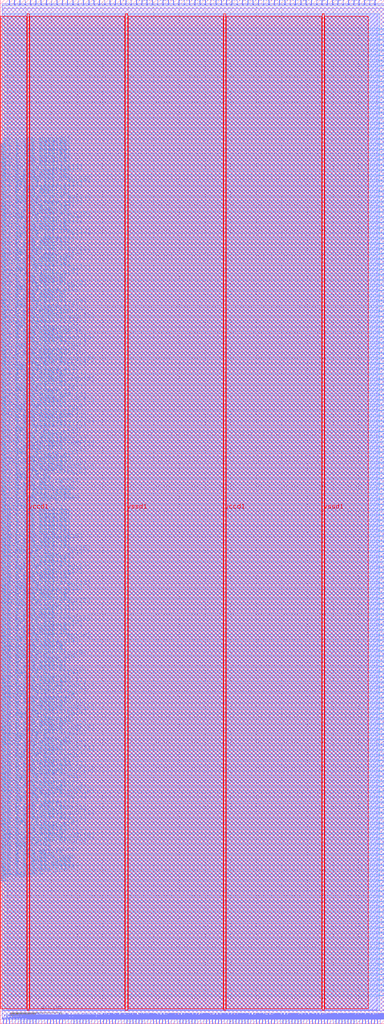
<source format=lef>
VERSION 5.7 ;
  NOWIREEXTENSIONATPIN ON ;
  DIVIDERCHAR "/" ;
  BUSBITCHARS "[]" ;
MACRO interconnect_inner
  CLASS BLOCK ;
  FOREIGN interconnect_inner ;
  ORIGIN 0.000 0.000 ;
  SIZE 300.000 BY 800.000 ;
  PIN c0_clk
    DIRECTION OUTPUT TRISTATE ;
    USE SIGNAL ;
    PORT
      LAYER met3 ;
        RECT 0.000 111.560 4.000 112.160 ;
    END
  END c0_clk
  PIN c0_dbg_pc[0]
    DIRECTION INPUT ;
    USE SIGNAL ;
    PORT
      LAYER met3 ;
        RECT 0.000 136.040 4.000 136.640 ;
    END
  END c0_dbg_pc[0]
  PIN c0_dbg_pc[10]
    DIRECTION INPUT ;
    USE SIGNAL ;
    PORT
      LAYER met3 ;
        RECT 0.000 296.520 4.000 297.120 ;
    END
  END c0_dbg_pc[10]
  PIN c0_dbg_pc[11]
    DIRECTION INPUT ;
    USE SIGNAL ;
    PORT
      LAYER met3 ;
        RECT 0.000 310.120 4.000 310.720 ;
    END
  END c0_dbg_pc[11]
  PIN c0_dbg_pc[12]
    DIRECTION INPUT ;
    USE SIGNAL ;
    PORT
      LAYER met3 ;
        RECT 0.000 323.720 4.000 324.320 ;
    END
  END c0_dbg_pc[12]
  PIN c0_dbg_pc[13]
    DIRECTION INPUT ;
    USE SIGNAL ;
    PORT
      LAYER met3 ;
        RECT 0.000 337.320 4.000 337.920 ;
    END
  END c0_dbg_pc[13]
  PIN c0_dbg_pc[14]
    DIRECTION INPUT ;
    USE SIGNAL ;
    PORT
      LAYER met3 ;
        RECT 0.000 350.920 4.000 351.520 ;
    END
  END c0_dbg_pc[14]
  PIN c0_dbg_pc[15]
    DIRECTION INPUT ;
    USE SIGNAL ;
    PORT
      LAYER met3 ;
        RECT 0.000 364.520 4.000 365.120 ;
    END
  END c0_dbg_pc[15]
  PIN c0_dbg_pc[1]
    DIRECTION INPUT ;
    USE SIGNAL ;
    PORT
      LAYER met3 ;
        RECT 0.000 153.720 4.000 154.320 ;
    END
  END c0_dbg_pc[1]
  PIN c0_dbg_pc[2]
    DIRECTION INPUT ;
    USE SIGNAL ;
    PORT
      LAYER met3 ;
        RECT 0.000 171.400 4.000 172.000 ;
    END
  END c0_dbg_pc[2]
  PIN c0_dbg_pc[3]
    DIRECTION INPUT ;
    USE SIGNAL ;
    PORT
      LAYER met3 ;
        RECT 0.000 187.720 4.000 188.320 ;
    END
  END c0_dbg_pc[3]
  PIN c0_dbg_pc[4]
    DIRECTION INPUT ;
    USE SIGNAL ;
    PORT
      LAYER met3 ;
        RECT 0.000 204.040 4.000 204.640 ;
    END
  END c0_dbg_pc[4]
  PIN c0_dbg_pc[5]
    DIRECTION INPUT ;
    USE SIGNAL ;
    PORT
      LAYER met3 ;
        RECT 0.000 220.360 4.000 220.960 ;
    END
  END c0_dbg_pc[5]
  PIN c0_dbg_pc[6]
    DIRECTION INPUT ;
    USE SIGNAL ;
    PORT
      LAYER met3 ;
        RECT 0.000 236.680 4.000 237.280 ;
    END
  END c0_dbg_pc[6]
  PIN c0_dbg_pc[7]
    DIRECTION INPUT ;
    USE SIGNAL ;
    PORT
      LAYER met3 ;
        RECT 0.000 253.000 4.000 253.600 ;
    END
  END c0_dbg_pc[7]
  PIN c0_dbg_pc[8]
    DIRECTION INPUT ;
    USE SIGNAL ;
    PORT
      LAYER met3 ;
        RECT 0.000 269.320 4.000 269.920 ;
    END
  END c0_dbg_pc[8]
  PIN c0_dbg_pc[9]
    DIRECTION INPUT ;
    USE SIGNAL ;
    PORT
      LAYER met3 ;
        RECT 0.000 282.920 4.000 283.520 ;
    END
  END c0_dbg_pc[9]
  PIN c0_dbg_r0[0]
    DIRECTION INPUT ;
    USE SIGNAL ;
    PORT
      LAYER met3 ;
        RECT 0.000 137.400 4.000 138.000 ;
    END
  END c0_dbg_r0[0]
  PIN c0_dbg_r0[10]
    DIRECTION INPUT ;
    USE SIGNAL ;
    PORT
      LAYER met3 ;
        RECT 0.000 297.880 4.000 298.480 ;
    END
  END c0_dbg_r0[10]
  PIN c0_dbg_r0[11]
    DIRECTION INPUT ;
    USE SIGNAL ;
    PORT
      LAYER met3 ;
        RECT 0.000 311.480 4.000 312.080 ;
    END
  END c0_dbg_r0[11]
  PIN c0_dbg_r0[12]
    DIRECTION INPUT ;
    USE SIGNAL ;
    PORT
      LAYER met3 ;
        RECT 0.000 325.080 4.000 325.680 ;
    END
  END c0_dbg_r0[12]
  PIN c0_dbg_r0[13]
    DIRECTION INPUT ;
    USE SIGNAL ;
    PORT
      LAYER met3 ;
        RECT 0.000 338.680 4.000 339.280 ;
    END
  END c0_dbg_r0[13]
  PIN c0_dbg_r0[14]
    DIRECTION INPUT ;
    USE SIGNAL ;
    PORT
      LAYER met3 ;
        RECT 0.000 352.280 4.000 352.880 ;
    END
  END c0_dbg_r0[14]
  PIN c0_dbg_r0[15]
    DIRECTION INPUT ;
    USE SIGNAL ;
    PORT
      LAYER met3 ;
        RECT 0.000 365.880 4.000 366.480 ;
    END
  END c0_dbg_r0[15]
  PIN c0_dbg_r0[1]
    DIRECTION INPUT ;
    USE SIGNAL ;
    PORT
      LAYER met3 ;
        RECT 0.000 155.080 4.000 155.680 ;
    END
  END c0_dbg_r0[1]
  PIN c0_dbg_r0[2]
    DIRECTION INPUT ;
    USE SIGNAL ;
    PORT
      LAYER met3 ;
        RECT 0.000 172.760 4.000 173.360 ;
    END
  END c0_dbg_r0[2]
  PIN c0_dbg_r0[3]
    DIRECTION INPUT ;
    USE SIGNAL ;
    PORT
      LAYER met3 ;
        RECT 0.000 189.080 4.000 189.680 ;
    END
  END c0_dbg_r0[3]
  PIN c0_dbg_r0[4]
    DIRECTION INPUT ;
    USE SIGNAL ;
    PORT
      LAYER met3 ;
        RECT 0.000 205.400 4.000 206.000 ;
    END
  END c0_dbg_r0[4]
  PIN c0_dbg_r0[5]
    DIRECTION INPUT ;
    USE SIGNAL ;
    PORT
      LAYER met3 ;
        RECT 0.000 221.720 4.000 222.320 ;
    END
  END c0_dbg_r0[5]
  PIN c0_dbg_r0[6]
    DIRECTION INPUT ;
    USE SIGNAL ;
    PORT
      LAYER met3 ;
        RECT 0.000 238.040 4.000 238.640 ;
    END
  END c0_dbg_r0[6]
  PIN c0_dbg_r0[7]
    DIRECTION INPUT ;
    USE SIGNAL ;
    PORT
      LAYER met3 ;
        RECT 0.000 254.360 4.000 254.960 ;
    END
  END c0_dbg_r0[7]
  PIN c0_dbg_r0[8]
    DIRECTION INPUT ;
    USE SIGNAL ;
    PORT
      LAYER met3 ;
        RECT 0.000 270.680 4.000 271.280 ;
    END
  END c0_dbg_r0[8]
  PIN c0_dbg_r0[9]
    DIRECTION INPUT ;
    USE SIGNAL ;
    PORT
      LAYER met3 ;
        RECT 0.000 284.280 4.000 284.880 ;
    END
  END c0_dbg_r0[9]
  PIN c0_disable
    DIRECTION OUTPUT TRISTATE ;
    USE SIGNAL ;
    PORT
      LAYER met3 ;
        RECT 0.000 112.920 4.000 113.520 ;
    END
  END c0_disable
  PIN c0_i_core_int_sreg[0]
    DIRECTION OUTPUT TRISTATE ;
    USE SIGNAL ;
    PORT
      LAYER met3 ;
        RECT 0.000 138.760 4.000 139.360 ;
    END
  END c0_i_core_int_sreg[0]
  PIN c0_i_core_int_sreg[10]
    DIRECTION OUTPUT TRISTATE ;
    USE SIGNAL ;
    PORT
      LAYER met3 ;
        RECT 0.000 299.240 4.000 299.840 ;
    END
  END c0_i_core_int_sreg[10]
  PIN c0_i_core_int_sreg[11]
    DIRECTION OUTPUT TRISTATE ;
    USE SIGNAL ;
    PORT
      LAYER met3 ;
        RECT 0.000 312.840 4.000 313.440 ;
    END
  END c0_i_core_int_sreg[11]
  PIN c0_i_core_int_sreg[12]
    DIRECTION OUTPUT TRISTATE ;
    USE SIGNAL ;
    PORT
      LAYER met3 ;
        RECT 0.000 326.440 4.000 327.040 ;
    END
  END c0_i_core_int_sreg[12]
  PIN c0_i_core_int_sreg[13]
    DIRECTION OUTPUT TRISTATE ;
    USE SIGNAL ;
    PORT
      LAYER met3 ;
        RECT 0.000 340.040 4.000 340.640 ;
    END
  END c0_i_core_int_sreg[13]
  PIN c0_i_core_int_sreg[14]
    DIRECTION OUTPUT TRISTATE ;
    USE SIGNAL ;
    PORT
      LAYER met3 ;
        RECT 0.000 353.640 4.000 354.240 ;
    END
  END c0_i_core_int_sreg[14]
  PIN c0_i_core_int_sreg[15]
    DIRECTION OUTPUT TRISTATE ;
    USE SIGNAL ;
    PORT
      LAYER met3 ;
        RECT 0.000 367.240 4.000 367.840 ;
    END
  END c0_i_core_int_sreg[15]
  PIN c0_i_core_int_sreg[1]
    DIRECTION OUTPUT TRISTATE ;
    USE SIGNAL ;
    PORT
      LAYER met3 ;
        RECT 0.000 156.440 4.000 157.040 ;
    END
  END c0_i_core_int_sreg[1]
  PIN c0_i_core_int_sreg[2]
    DIRECTION OUTPUT TRISTATE ;
    USE SIGNAL ;
    PORT
      LAYER met3 ;
        RECT 0.000 174.120 4.000 174.720 ;
    END
  END c0_i_core_int_sreg[2]
  PIN c0_i_core_int_sreg[3]
    DIRECTION OUTPUT TRISTATE ;
    USE SIGNAL ;
    PORT
      LAYER met3 ;
        RECT 0.000 190.440 4.000 191.040 ;
    END
  END c0_i_core_int_sreg[3]
  PIN c0_i_core_int_sreg[4]
    DIRECTION OUTPUT TRISTATE ;
    USE SIGNAL ;
    PORT
      LAYER met3 ;
        RECT 0.000 206.760 4.000 207.360 ;
    END
  END c0_i_core_int_sreg[4]
  PIN c0_i_core_int_sreg[5]
    DIRECTION OUTPUT TRISTATE ;
    USE SIGNAL ;
    PORT
      LAYER met3 ;
        RECT 0.000 223.080 4.000 223.680 ;
    END
  END c0_i_core_int_sreg[5]
  PIN c0_i_core_int_sreg[6]
    DIRECTION OUTPUT TRISTATE ;
    USE SIGNAL ;
    PORT
      LAYER met3 ;
        RECT 0.000 239.400 4.000 240.000 ;
    END
  END c0_i_core_int_sreg[6]
  PIN c0_i_core_int_sreg[7]
    DIRECTION OUTPUT TRISTATE ;
    USE SIGNAL ;
    PORT
      LAYER met3 ;
        RECT 0.000 255.720 4.000 256.320 ;
    END
  END c0_i_core_int_sreg[7]
  PIN c0_i_core_int_sreg[8]
    DIRECTION OUTPUT TRISTATE ;
    USE SIGNAL ;
    PORT
      LAYER met3 ;
        RECT 0.000 272.040 4.000 272.640 ;
    END
  END c0_i_core_int_sreg[8]
  PIN c0_i_core_int_sreg[9]
    DIRECTION OUTPUT TRISTATE ;
    USE SIGNAL ;
    PORT
      LAYER met3 ;
        RECT 0.000 285.640 4.000 286.240 ;
    END
  END c0_i_core_int_sreg[9]
  PIN c0_i_irq
    DIRECTION OUTPUT TRISTATE ;
    USE SIGNAL ;
    PORT
      LAYER met3 ;
        RECT 0.000 114.280 4.000 114.880 ;
    END
  END c0_i_irq
  PIN c0_i_mc_core_int
    DIRECTION OUTPUT TRISTATE ;
    USE SIGNAL ;
    PORT
      LAYER met3 ;
        RECT 0.000 115.640 4.000 116.240 ;
    END
  END c0_i_mc_core_int
  PIN c0_i_mem_ack
    DIRECTION OUTPUT TRISTATE ;
    USE SIGNAL ;
    PORT
      LAYER met3 ;
        RECT 0.000 117.000 4.000 117.600 ;
    END
  END c0_i_mem_ack
  PIN c0_i_mem_data[0]
    DIRECTION OUTPUT TRISTATE ;
    USE SIGNAL ;
    PORT
      LAYER met3 ;
        RECT 0.000 140.120 4.000 140.720 ;
    END
  END c0_i_mem_data[0]
  PIN c0_i_mem_data[10]
    DIRECTION OUTPUT TRISTATE ;
    USE SIGNAL ;
    PORT
      LAYER met3 ;
        RECT 0.000 300.600 4.000 301.200 ;
    END
  END c0_i_mem_data[10]
  PIN c0_i_mem_data[11]
    DIRECTION OUTPUT TRISTATE ;
    USE SIGNAL ;
    PORT
      LAYER met3 ;
        RECT 0.000 314.200 4.000 314.800 ;
    END
  END c0_i_mem_data[11]
  PIN c0_i_mem_data[12]
    DIRECTION OUTPUT TRISTATE ;
    USE SIGNAL ;
    PORT
      LAYER met3 ;
        RECT 0.000 327.800 4.000 328.400 ;
    END
  END c0_i_mem_data[12]
  PIN c0_i_mem_data[13]
    DIRECTION OUTPUT TRISTATE ;
    USE SIGNAL ;
    PORT
      LAYER met3 ;
        RECT 0.000 341.400 4.000 342.000 ;
    END
  END c0_i_mem_data[13]
  PIN c0_i_mem_data[14]
    DIRECTION OUTPUT TRISTATE ;
    USE SIGNAL ;
    PORT
      LAYER met3 ;
        RECT 0.000 355.000 4.000 355.600 ;
    END
  END c0_i_mem_data[14]
  PIN c0_i_mem_data[15]
    DIRECTION OUTPUT TRISTATE ;
    USE SIGNAL ;
    PORT
      LAYER met3 ;
        RECT 0.000 368.600 4.000 369.200 ;
    END
  END c0_i_mem_data[15]
  PIN c0_i_mem_data[1]
    DIRECTION OUTPUT TRISTATE ;
    USE SIGNAL ;
    PORT
      LAYER met3 ;
        RECT 0.000 157.800 4.000 158.400 ;
    END
  END c0_i_mem_data[1]
  PIN c0_i_mem_data[2]
    DIRECTION OUTPUT TRISTATE ;
    USE SIGNAL ;
    PORT
      LAYER met3 ;
        RECT 0.000 175.480 4.000 176.080 ;
    END
  END c0_i_mem_data[2]
  PIN c0_i_mem_data[3]
    DIRECTION OUTPUT TRISTATE ;
    USE SIGNAL ;
    PORT
      LAYER met3 ;
        RECT 0.000 191.800 4.000 192.400 ;
    END
  END c0_i_mem_data[3]
  PIN c0_i_mem_data[4]
    DIRECTION OUTPUT TRISTATE ;
    USE SIGNAL ;
    PORT
      LAYER met3 ;
        RECT 0.000 208.120 4.000 208.720 ;
    END
  END c0_i_mem_data[4]
  PIN c0_i_mem_data[5]
    DIRECTION OUTPUT TRISTATE ;
    USE SIGNAL ;
    PORT
      LAYER met3 ;
        RECT 0.000 224.440 4.000 225.040 ;
    END
  END c0_i_mem_data[5]
  PIN c0_i_mem_data[6]
    DIRECTION OUTPUT TRISTATE ;
    USE SIGNAL ;
    PORT
      LAYER met3 ;
        RECT 0.000 240.760 4.000 241.360 ;
    END
  END c0_i_mem_data[6]
  PIN c0_i_mem_data[7]
    DIRECTION OUTPUT TRISTATE ;
    USE SIGNAL ;
    PORT
      LAYER met3 ;
        RECT 0.000 257.080 4.000 257.680 ;
    END
  END c0_i_mem_data[7]
  PIN c0_i_mem_data[8]
    DIRECTION OUTPUT TRISTATE ;
    USE SIGNAL ;
    PORT
      LAYER met3 ;
        RECT 0.000 273.400 4.000 274.000 ;
    END
  END c0_i_mem_data[8]
  PIN c0_i_mem_data[9]
    DIRECTION OUTPUT TRISTATE ;
    USE SIGNAL ;
    PORT
      LAYER met3 ;
        RECT 0.000 287.000 4.000 287.600 ;
    END
  END c0_i_mem_data[9]
  PIN c0_i_mem_exception
    DIRECTION OUTPUT TRISTATE ;
    USE SIGNAL ;
    PORT
      LAYER met3 ;
        RECT 0.000 118.360 4.000 118.960 ;
    END
  END c0_i_mem_exception
  PIN c0_i_req_data[0]
    DIRECTION OUTPUT TRISTATE ;
    USE SIGNAL ;
    PORT
      LAYER met3 ;
        RECT 0.000 141.480 4.000 142.080 ;
    END
  END c0_i_req_data[0]
  PIN c0_i_req_data[10]
    DIRECTION OUTPUT TRISTATE ;
    USE SIGNAL ;
    PORT
      LAYER met3 ;
        RECT 0.000 301.960 4.000 302.560 ;
    END
  END c0_i_req_data[10]
  PIN c0_i_req_data[11]
    DIRECTION OUTPUT TRISTATE ;
    USE SIGNAL ;
    PORT
      LAYER met3 ;
        RECT 0.000 315.560 4.000 316.160 ;
    END
  END c0_i_req_data[11]
  PIN c0_i_req_data[12]
    DIRECTION OUTPUT TRISTATE ;
    USE SIGNAL ;
    PORT
      LAYER met3 ;
        RECT 0.000 329.160 4.000 329.760 ;
    END
  END c0_i_req_data[12]
  PIN c0_i_req_data[13]
    DIRECTION OUTPUT TRISTATE ;
    USE SIGNAL ;
    PORT
      LAYER met3 ;
        RECT 0.000 342.760 4.000 343.360 ;
    END
  END c0_i_req_data[13]
  PIN c0_i_req_data[14]
    DIRECTION OUTPUT TRISTATE ;
    USE SIGNAL ;
    PORT
      LAYER met3 ;
        RECT 0.000 356.360 4.000 356.960 ;
    END
  END c0_i_req_data[14]
  PIN c0_i_req_data[15]
    DIRECTION OUTPUT TRISTATE ;
    USE SIGNAL ;
    PORT
      LAYER met3 ;
        RECT 0.000 369.960 4.000 370.560 ;
    END
  END c0_i_req_data[15]
  PIN c0_i_req_data[16]
    DIRECTION OUTPUT TRISTATE ;
    USE SIGNAL ;
    PORT
      LAYER met3 ;
        RECT 0.000 378.120 4.000 378.720 ;
    END
  END c0_i_req_data[16]
  PIN c0_i_req_data[17]
    DIRECTION OUTPUT TRISTATE ;
    USE SIGNAL ;
    PORT
      LAYER met3 ;
        RECT 0.000 379.480 4.000 380.080 ;
    END
  END c0_i_req_data[17]
  PIN c0_i_req_data[18]
    DIRECTION OUTPUT TRISTATE ;
    USE SIGNAL ;
    PORT
      LAYER met3 ;
        RECT 0.000 380.840 4.000 381.440 ;
    END
  END c0_i_req_data[18]
  PIN c0_i_req_data[19]
    DIRECTION OUTPUT TRISTATE ;
    USE SIGNAL ;
    PORT
      LAYER met3 ;
        RECT 0.000 382.200 4.000 382.800 ;
    END
  END c0_i_req_data[19]
  PIN c0_i_req_data[1]
    DIRECTION OUTPUT TRISTATE ;
    USE SIGNAL ;
    PORT
      LAYER met3 ;
        RECT 0.000 159.160 4.000 159.760 ;
    END
  END c0_i_req_data[1]
  PIN c0_i_req_data[20]
    DIRECTION OUTPUT TRISTATE ;
    USE SIGNAL ;
    PORT
      LAYER met3 ;
        RECT 0.000 383.560 4.000 384.160 ;
    END
  END c0_i_req_data[20]
  PIN c0_i_req_data[21]
    DIRECTION OUTPUT TRISTATE ;
    USE SIGNAL ;
    PORT
      LAYER met3 ;
        RECT 0.000 384.920 4.000 385.520 ;
    END
  END c0_i_req_data[21]
  PIN c0_i_req_data[22]
    DIRECTION OUTPUT TRISTATE ;
    USE SIGNAL ;
    PORT
      LAYER met3 ;
        RECT 0.000 386.280 4.000 386.880 ;
    END
  END c0_i_req_data[22]
  PIN c0_i_req_data[23]
    DIRECTION OUTPUT TRISTATE ;
    USE SIGNAL ;
    PORT
      LAYER met3 ;
        RECT 0.000 387.640 4.000 388.240 ;
    END
  END c0_i_req_data[23]
  PIN c0_i_req_data[24]
    DIRECTION OUTPUT TRISTATE ;
    USE SIGNAL ;
    PORT
      LAYER met3 ;
        RECT 0.000 389.000 4.000 389.600 ;
    END
  END c0_i_req_data[24]
  PIN c0_i_req_data[25]
    DIRECTION OUTPUT TRISTATE ;
    USE SIGNAL ;
    PORT
      LAYER met3 ;
        RECT 0.000 390.360 4.000 390.960 ;
    END
  END c0_i_req_data[25]
  PIN c0_i_req_data[26]
    DIRECTION OUTPUT TRISTATE ;
    USE SIGNAL ;
    PORT
      LAYER met3 ;
        RECT 0.000 391.720 4.000 392.320 ;
    END
  END c0_i_req_data[26]
  PIN c0_i_req_data[27]
    DIRECTION OUTPUT TRISTATE ;
    USE SIGNAL ;
    PORT
      LAYER met3 ;
        RECT 0.000 393.080 4.000 393.680 ;
    END
  END c0_i_req_data[27]
  PIN c0_i_req_data[28]
    DIRECTION OUTPUT TRISTATE ;
    USE SIGNAL ;
    PORT
      LAYER met3 ;
        RECT 0.000 394.440 4.000 395.040 ;
    END
  END c0_i_req_data[28]
  PIN c0_i_req_data[29]
    DIRECTION OUTPUT TRISTATE ;
    USE SIGNAL ;
    PORT
      LAYER met3 ;
        RECT 0.000 395.800 4.000 396.400 ;
    END
  END c0_i_req_data[29]
  PIN c0_i_req_data[2]
    DIRECTION OUTPUT TRISTATE ;
    USE SIGNAL ;
    PORT
      LAYER met3 ;
        RECT 0.000 176.840 4.000 177.440 ;
    END
  END c0_i_req_data[2]
  PIN c0_i_req_data[30]
    DIRECTION OUTPUT TRISTATE ;
    USE SIGNAL ;
    PORT
      LAYER met3 ;
        RECT 0.000 397.160 4.000 397.760 ;
    END
  END c0_i_req_data[30]
  PIN c0_i_req_data[31]
    DIRECTION OUTPUT TRISTATE ;
    USE SIGNAL ;
    PORT
      LAYER met3 ;
        RECT 0.000 398.520 4.000 399.120 ;
    END
  END c0_i_req_data[31]
  PIN c0_i_req_data[3]
    DIRECTION OUTPUT TRISTATE ;
    USE SIGNAL ;
    PORT
      LAYER met3 ;
        RECT 0.000 193.160 4.000 193.760 ;
    END
  END c0_i_req_data[3]
  PIN c0_i_req_data[4]
    DIRECTION OUTPUT TRISTATE ;
    USE SIGNAL ;
    PORT
      LAYER met3 ;
        RECT 0.000 209.480 4.000 210.080 ;
    END
  END c0_i_req_data[4]
  PIN c0_i_req_data[5]
    DIRECTION OUTPUT TRISTATE ;
    USE SIGNAL ;
    PORT
      LAYER met3 ;
        RECT 0.000 225.800 4.000 226.400 ;
    END
  END c0_i_req_data[5]
  PIN c0_i_req_data[6]
    DIRECTION OUTPUT TRISTATE ;
    USE SIGNAL ;
    PORT
      LAYER met3 ;
        RECT 0.000 242.120 4.000 242.720 ;
    END
  END c0_i_req_data[6]
  PIN c0_i_req_data[7]
    DIRECTION OUTPUT TRISTATE ;
    USE SIGNAL ;
    PORT
      LAYER met3 ;
        RECT 0.000 258.440 4.000 259.040 ;
    END
  END c0_i_req_data[7]
  PIN c0_i_req_data[8]
    DIRECTION OUTPUT TRISTATE ;
    USE SIGNAL ;
    PORT
      LAYER met3 ;
        RECT 0.000 274.760 4.000 275.360 ;
    END
  END c0_i_req_data[8]
  PIN c0_i_req_data[9]
    DIRECTION OUTPUT TRISTATE ;
    USE SIGNAL ;
    PORT
      LAYER met3 ;
        RECT 0.000 288.360 4.000 288.960 ;
    END
  END c0_i_req_data[9]
  PIN c0_i_req_data_valid
    DIRECTION OUTPUT TRISTATE ;
    USE SIGNAL ;
    PORT
      LAYER met3 ;
        RECT 0.000 119.720 4.000 120.320 ;
    END
  END c0_i_req_data_valid
  PIN c0_o_c_data_page
    DIRECTION INPUT ;
    USE SIGNAL ;
    PORT
      LAYER met3 ;
        RECT 0.000 121.080 4.000 121.680 ;
    END
  END c0_o_c_data_page
  PIN c0_o_c_instr_long
    DIRECTION INPUT ;
    USE SIGNAL ;
    PORT
      LAYER met3 ;
        RECT 0.000 122.440 4.000 123.040 ;
    END
  END c0_o_c_instr_long
  PIN c0_o_c_instr_page
    DIRECTION INPUT ;
    USE SIGNAL ;
    PORT
      LAYER met3 ;
        RECT 0.000 123.800 4.000 124.400 ;
    END
  END c0_o_c_instr_page
  PIN c0_o_icache_flush
    DIRECTION INPUT ;
    USE SIGNAL ;
    PORT
      LAYER met3 ;
        RECT 0.000 125.160 4.000 125.760 ;
    END
  END c0_o_icache_flush
  PIN c0_o_instr_long_addr[0]
    DIRECTION INPUT ;
    USE SIGNAL ;
    PORT
      LAYER met3 ;
        RECT 0.000 142.840 4.000 143.440 ;
    END
  END c0_o_instr_long_addr[0]
  PIN c0_o_instr_long_addr[1]
    DIRECTION INPUT ;
    USE SIGNAL ;
    PORT
      LAYER met3 ;
        RECT 0.000 160.520 4.000 161.120 ;
    END
  END c0_o_instr_long_addr[1]
  PIN c0_o_instr_long_addr[2]
    DIRECTION INPUT ;
    USE SIGNAL ;
    PORT
      LAYER met3 ;
        RECT 0.000 178.200 4.000 178.800 ;
    END
  END c0_o_instr_long_addr[2]
  PIN c0_o_instr_long_addr[3]
    DIRECTION INPUT ;
    USE SIGNAL ;
    PORT
      LAYER met3 ;
        RECT 0.000 194.520 4.000 195.120 ;
    END
  END c0_o_instr_long_addr[3]
  PIN c0_o_instr_long_addr[4]
    DIRECTION INPUT ;
    USE SIGNAL ;
    PORT
      LAYER met3 ;
        RECT 0.000 210.840 4.000 211.440 ;
    END
  END c0_o_instr_long_addr[4]
  PIN c0_o_instr_long_addr[5]
    DIRECTION INPUT ;
    USE SIGNAL ;
    PORT
      LAYER met3 ;
        RECT 0.000 227.160 4.000 227.760 ;
    END
  END c0_o_instr_long_addr[5]
  PIN c0_o_instr_long_addr[6]
    DIRECTION INPUT ;
    USE SIGNAL ;
    PORT
      LAYER met3 ;
        RECT 0.000 243.480 4.000 244.080 ;
    END
  END c0_o_instr_long_addr[6]
  PIN c0_o_instr_long_addr[7]
    DIRECTION INPUT ;
    USE SIGNAL ;
    PORT
      LAYER met3 ;
        RECT 0.000 259.800 4.000 260.400 ;
    END
  END c0_o_instr_long_addr[7]
  PIN c0_o_mem_addr[0]
    DIRECTION INPUT ;
    USE SIGNAL ;
    PORT
      LAYER met3 ;
        RECT 0.000 144.200 4.000 144.800 ;
    END
  END c0_o_mem_addr[0]
  PIN c0_o_mem_addr[10]
    DIRECTION INPUT ;
    USE SIGNAL ;
    PORT
      LAYER met3 ;
        RECT 0.000 303.320 4.000 303.920 ;
    END
  END c0_o_mem_addr[10]
  PIN c0_o_mem_addr[11]
    DIRECTION INPUT ;
    USE SIGNAL ;
    PORT
      LAYER met3 ;
        RECT 0.000 316.920 4.000 317.520 ;
    END
  END c0_o_mem_addr[11]
  PIN c0_o_mem_addr[12]
    DIRECTION INPUT ;
    USE SIGNAL ;
    PORT
      LAYER met3 ;
        RECT 0.000 330.520 4.000 331.120 ;
    END
  END c0_o_mem_addr[12]
  PIN c0_o_mem_addr[13]
    DIRECTION INPUT ;
    USE SIGNAL ;
    PORT
      LAYER met3 ;
        RECT 0.000 344.120 4.000 344.720 ;
    END
  END c0_o_mem_addr[13]
  PIN c0_o_mem_addr[14]
    DIRECTION INPUT ;
    USE SIGNAL ;
    PORT
      LAYER met3 ;
        RECT 0.000 357.720 4.000 358.320 ;
    END
  END c0_o_mem_addr[14]
  PIN c0_o_mem_addr[15]
    DIRECTION INPUT ;
    USE SIGNAL ;
    PORT
      LAYER met3 ;
        RECT 0.000 371.320 4.000 371.920 ;
    END
  END c0_o_mem_addr[15]
  PIN c0_o_mem_addr[1]
    DIRECTION INPUT ;
    USE SIGNAL ;
    PORT
      LAYER met3 ;
        RECT 0.000 161.880 4.000 162.480 ;
    END
  END c0_o_mem_addr[1]
  PIN c0_o_mem_addr[2]
    DIRECTION INPUT ;
    USE SIGNAL ;
    PORT
      LAYER met3 ;
        RECT 0.000 179.560 4.000 180.160 ;
    END
  END c0_o_mem_addr[2]
  PIN c0_o_mem_addr[3]
    DIRECTION INPUT ;
    USE SIGNAL ;
    PORT
      LAYER met3 ;
        RECT 0.000 195.880 4.000 196.480 ;
    END
  END c0_o_mem_addr[3]
  PIN c0_o_mem_addr[4]
    DIRECTION INPUT ;
    USE SIGNAL ;
    PORT
      LAYER met3 ;
        RECT 0.000 212.200 4.000 212.800 ;
    END
  END c0_o_mem_addr[4]
  PIN c0_o_mem_addr[5]
    DIRECTION INPUT ;
    USE SIGNAL ;
    PORT
      LAYER met3 ;
        RECT 0.000 228.520 4.000 229.120 ;
    END
  END c0_o_mem_addr[5]
  PIN c0_o_mem_addr[6]
    DIRECTION INPUT ;
    USE SIGNAL ;
    PORT
      LAYER met3 ;
        RECT 0.000 244.840 4.000 245.440 ;
    END
  END c0_o_mem_addr[6]
  PIN c0_o_mem_addr[7]
    DIRECTION INPUT ;
    USE SIGNAL ;
    PORT
      LAYER met3 ;
        RECT 0.000 261.160 4.000 261.760 ;
    END
  END c0_o_mem_addr[7]
  PIN c0_o_mem_addr[8]
    DIRECTION INPUT ;
    USE SIGNAL ;
    PORT
      LAYER met3 ;
        RECT 0.000 276.120 4.000 276.720 ;
    END
  END c0_o_mem_addr[8]
  PIN c0_o_mem_addr[9]
    DIRECTION INPUT ;
    USE SIGNAL ;
    PORT
      LAYER met3 ;
        RECT 0.000 289.720 4.000 290.320 ;
    END
  END c0_o_mem_addr[9]
  PIN c0_o_mem_data[0]
    DIRECTION INPUT ;
    USE SIGNAL ;
    PORT
      LAYER met3 ;
        RECT 0.000 145.560 4.000 146.160 ;
    END
  END c0_o_mem_data[0]
  PIN c0_o_mem_data[10]
    DIRECTION INPUT ;
    USE SIGNAL ;
    PORT
      LAYER met3 ;
        RECT 0.000 304.680 4.000 305.280 ;
    END
  END c0_o_mem_data[10]
  PIN c0_o_mem_data[11]
    DIRECTION INPUT ;
    USE SIGNAL ;
    PORT
      LAYER met3 ;
        RECT 0.000 318.280 4.000 318.880 ;
    END
  END c0_o_mem_data[11]
  PIN c0_o_mem_data[12]
    DIRECTION INPUT ;
    USE SIGNAL ;
    PORT
      LAYER met3 ;
        RECT 0.000 331.880 4.000 332.480 ;
    END
  END c0_o_mem_data[12]
  PIN c0_o_mem_data[13]
    DIRECTION INPUT ;
    USE SIGNAL ;
    PORT
      LAYER met3 ;
        RECT 0.000 345.480 4.000 346.080 ;
    END
  END c0_o_mem_data[13]
  PIN c0_o_mem_data[14]
    DIRECTION INPUT ;
    USE SIGNAL ;
    PORT
      LAYER met3 ;
        RECT 0.000 359.080 4.000 359.680 ;
    END
  END c0_o_mem_data[14]
  PIN c0_o_mem_data[15]
    DIRECTION INPUT ;
    USE SIGNAL ;
    PORT
      LAYER met3 ;
        RECT 0.000 372.680 4.000 373.280 ;
    END
  END c0_o_mem_data[15]
  PIN c0_o_mem_data[1]
    DIRECTION INPUT ;
    USE SIGNAL ;
    PORT
      LAYER met3 ;
        RECT 0.000 163.240 4.000 163.840 ;
    END
  END c0_o_mem_data[1]
  PIN c0_o_mem_data[2]
    DIRECTION INPUT ;
    USE SIGNAL ;
    PORT
      LAYER met3 ;
        RECT 0.000 180.920 4.000 181.520 ;
    END
  END c0_o_mem_data[2]
  PIN c0_o_mem_data[3]
    DIRECTION INPUT ;
    USE SIGNAL ;
    PORT
      LAYER met3 ;
        RECT 0.000 197.240 4.000 197.840 ;
    END
  END c0_o_mem_data[3]
  PIN c0_o_mem_data[4]
    DIRECTION INPUT ;
    USE SIGNAL ;
    PORT
      LAYER met3 ;
        RECT 0.000 213.560 4.000 214.160 ;
    END
  END c0_o_mem_data[4]
  PIN c0_o_mem_data[5]
    DIRECTION INPUT ;
    USE SIGNAL ;
    PORT
      LAYER met3 ;
        RECT 0.000 229.880 4.000 230.480 ;
    END
  END c0_o_mem_data[5]
  PIN c0_o_mem_data[6]
    DIRECTION INPUT ;
    USE SIGNAL ;
    PORT
      LAYER met3 ;
        RECT 0.000 246.200 4.000 246.800 ;
    END
  END c0_o_mem_data[6]
  PIN c0_o_mem_data[7]
    DIRECTION INPUT ;
    USE SIGNAL ;
    PORT
      LAYER met3 ;
        RECT 0.000 262.520 4.000 263.120 ;
    END
  END c0_o_mem_data[7]
  PIN c0_o_mem_data[8]
    DIRECTION INPUT ;
    USE SIGNAL ;
    PORT
      LAYER met3 ;
        RECT 0.000 277.480 4.000 278.080 ;
    END
  END c0_o_mem_data[8]
  PIN c0_o_mem_data[9]
    DIRECTION INPUT ;
    USE SIGNAL ;
    PORT
      LAYER met3 ;
        RECT 0.000 291.080 4.000 291.680 ;
    END
  END c0_o_mem_data[9]
  PIN c0_o_mem_high_addr[0]
    DIRECTION INPUT ;
    USE SIGNAL ;
    PORT
      LAYER met3 ;
        RECT 0.000 146.920 4.000 147.520 ;
    END
  END c0_o_mem_high_addr[0]
  PIN c0_o_mem_high_addr[1]
    DIRECTION INPUT ;
    USE SIGNAL ;
    PORT
      LAYER met3 ;
        RECT 0.000 164.600 4.000 165.200 ;
    END
  END c0_o_mem_high_addr[1]
  PIN c0_o_mem_high_addr[2]
    DIRECTION INPUT ;
    USE SIGNAL ;
    PORT
      LAYER met3 ;
        RECT 0.000 182.280 4.000 182.880 ;
    END
  END c0_o_mem_high_addr[2]
  PIN c0_o_mem_high_addr[3]
    DIRECTION INPUT ;
    USE SIGNAL ;
    PORT
      LAYER met3 ;
        RECT 0.000 198.600 4.000 199.200 ;
    END
  END c0_o_mem_high_addr[3]
  PIN c0_o_mem_high_addr[4]
    DIRECTION INPUT ;
    USE SIGNAL ;
    PORT
      LAYER met3 ;
        RECT 0.000 214.920 4.000 215.520 ;
    END
  END c0_o_mem_high_addr[4]
  PIN c0_o_mem_high_addr[5]
    DIRECTION INPUT ;
    USE SIGNAL ;
    PORT
      LAYER met3 ;
        RECT 0.000 231.240 4.000 231.840 ;
    END
  END c0_o_mem_high_addr[5]
  PIN c0_o_mem_high_addr[6]
    DIRECTION INPUT ;
    USE SIGNAL ;
    PORT
      LAYER met3 ;
        RECT 0.000 247.560 4.000 248.160 ;
    END
  END c0_o_mem_high_addr[6]
  PIN c0_o_mem_high_addr[7]
    DIRECTION INPUT ;
    USE SIGNAL ;
    PORT
      LAYER met3 ;
        RECT 0.000 263.880 4.000 264.480 ;
    END
  END c0_o_mem_high_addr[7]
  PIN c0_o_mem_long_mode
    DIRECTION INPUT ;
    USE SIGNAL ;
    PORT
      LAYER met3 ;
        RECT 0.000 126.520 4.000 127.120 ;
    END
  END c0_o_mem_long_mode
  PIN c0_o_mem_req
    DIRECTION INPUT ;
    USE SIGNAL ;
    PORT
      LAYER met3 ;
        RECT 0.000 127.880 4.000 128.480 ;
    END
  END c0_o_mem_req
  PIN c0_o_mem_sel[0]
    DIRECTION INPUT ;
    USE SIGNAL ;
    PORT
      LAYER met3 ;
        RECT 0.000 148.280 4.000 148.880 ;
    END
  END c0_o_mem_sel[0]
  PIN c0_o_mem_sel[1]
    DIRECTION INPUT ;
    USE SIGNAL ;
    PORT
      LAYER met3 ;
        RECT 0.000 165.960 4.000 166.560 ;
    END
  END c0_o_mem_sel[1]
  PIN c0_o_mem_we
    DIRECTION INPUT ;
    USE SIGNAL ;
    PORT
      LAYER met3 ;
        RECT 0.000 129.240 4.000 129.840 ;
    END
  END c0_o_mem_we
  PIN c0_o_req_active
    DIRECTION INPUT ;
    USE SIGNAL ;
    PORT
      LAYER met3 ;
        RECT 0.000 130.600 4.000 131.200 ;
    END
  END c0_o_req_active
  PIN c0_o_req_addr[0]
    DIRECTION INPUT ;
    USE SIGNAL ;
    PORT
      LAYER met3 ;
        RECT 0.000 149.640 4.000 150.240 ;
    END
  END c0_o_req_addr[0]
  PIN c0_o_req_addr[10]
    DIRECTION INPUT ;
    USE SIGNAL ;
    PORT
      LAYER met3 ;
        RECT 0.000 306.040 4.000 306.640 ;
    END
  END c0_o_req_addr[10]
  PIN c0_o_req_addr[11]
    DIRECTION INPUT ;
    USE SIGNAL ;
    PORT
      LAYER met3 ;
        RECT 0.000 319.640 4.000 320.240 ;
    END
  END c0_o_req_addr[11]
  PIN c0_o_req_addr[12]
    DIRECTION INPUT ;
    USE SIGNAL ;
    PORT
      LAYER met3 ;
        RECT 0.000 333.240 4.000 333.840 ;
    END
  END c0_o_req_addr[12]
  PIN c0_o_req_addr[13]
    DIRECTION INPUT ;
    USE SIGNAL ;
    PORT
      LAYER met3 ;
        RECT 0.000 346.840 4.000 347.440 ;
    END
  END c0_o_req_addr[13]
  PIN c0_o_req_addr[14]
    DIRECTION INPUT ;
    USE SIGNAL ;
    PORT
      LAYER met3 ;
        RECT 0.000 360.440 4.000 361.040 ;
    END
  END c0_o_req_addr[14]
  PIN c0_o_req_addr[15]
    DIRECTION INPUT ;
    USE SIGNAL ;
    PORT
      LAYER met3 ;
        RECT 0.000 374.040 4.000 374.640 ;
    END
  END c0_o_req_addr[15]
  PIN c0_o_req_addr[1]
    DIRECTION INPUT ;
    USE SIGNAL ;
    PORT
      LAYER met3 ;
        RECT 0.000 167.320 4.000 167.920 ;
    END
  END c0_o_req_addr[1]
  PIN c0_o_req_addr[2]
    DIRECTION INPUT ;
    USE SIGNAL ;
    PORT
      LAYER met3 ;
        RECT 0.000 183.640 4.000 184.240 ;
    END
  END c0_o_req_addr[2]
  PIN c0_o_req_addr[3]
    DIRECTION INPUT ;
    USE SIGNAL ;
    PORT
      LAYER met3 ;
        RECT 0.000 199.960 4.000 200.560 ;
    END
  END c0_o_req_addr[3]
  PIN c0_o_req_addr[4]
    DIRECTION INPUT ;
    USE SIGNAL ;
    PORT
      LAYER met3 ;
        RECT 0.000 216.280 4.000 216.880 ;
    END
  END c0_o_req_addr[4]
  PIN c0_o_req_addr[5]
    DIRECTION INPUT ;
    USE SIGNAL ;
    PORT
      LAYER met3 ;
        RECT 0.000 232.600 4.000 233.200 ;
    END
  END c0_o_req_addr[5]
  PIN c0_o_req_addr[6]
    DIRECTION INPUT ;
    USE SIGNAL ;
    PORT
      LAYER met3 ;
        RECT 0.000 248.920 4.000 249.520 ;
    END
  END c0_o_req_addr[6]
  PIN c0_o_req_addr[7]
    DIRECTION INPUT ;
    USE SIGNAL ;
    PORT
      LAYER met3 ;
        RECT 0.000 265.240 4.000 265.840 ;
    END
  END c0_o_req_addr[7]
  PIN c0_o_req_addr[8]
    DIRECTION INPUT ;
    USE SIGNAL ;
    PORT
      LAYER met3 ;
        RECT 0.000 278.840 4.000 279.440 ;
    END
  END c0_o_req_addr[8]
  PIN c0_o_req_addr[9]
    DIRECTION INPUT ;
    USE SIGNAL ;
    PORT
      LAYER met3 ;
        RECT 0.000 292.440 4.000 293.040 ;
    END
  END c0_o_req_addr[9]
  PIN c0_o_req_ppl_submit
    DIRECTION INPUT ;
    USE SIGNAL ;
    PORT
      LAYER met3 ;
        RECT 0.000 131.960 4.000 132.560 ;
    END
  END c0_o_req_ppl_submit
  PIN c0_rst
    DIRECTION OUTPUT TRISTATE ;
    USE SIGNAL ;
    PORT
      LAYER met3 ;
        RECT 0.000 133.320 4.000 133.920 ;
    END
  END c0_rst
  PIN c0_sr_bus_addr[0]
    DIRECTION INPUT ;
    USE SIGNAL ;
    PORT
      LAYER met3 ;
        RECT 0.000 151.000 4.000 151.600 ;
    END
  END c0_sr_bus_addr[0]
  PIN c0_sr_bus_addr[10]
    DIRECTION INPUT ;
    USE SIGNAL ;
    PORT
      LAYER met3 ;
        RECT 0.000 307.400 4.000 308.000 ;
    END
  END c0_sr_bus_addr[10]
  PIN c0_sr_bus_addr[11]
    DIRECTION INPUT ;
    USE SIGNAL ;
    PORT
      LAYER met3 ;
        RECT 0.000 321.000 4.000 321.600 ;
    END
  END c0_sr_bus_addr[11]
  PIN c0_sr_bus_addr[12]
    DIRECTION INPUT ;
    USE SIGNAL ;
    PORT
      LAYER met3 ;
        RECT 0.000 334.600 4.000 335.200 ;
    END
  END c0_sr_bus_addr[12]
  PIN c0_sr_bus_addr[13]
    DIRECTION INPUT ;
    USE SIGNAL ;
    PORT
      LAYER met3 ;
        RECT 0.000 348.200 4.000 348.800 ;
    END
  END c0_sr_bus_addr[13]
  PIN c0_sr_bus_addr[14]
    DIRECTION INPUT ;
    USE SIGNAL ;
    PORT
      LAYER met3 ;
        RECT 0.000 361.800 4.000 362.400 ;
    END
  END c0_sr_bus_addr[14]
  PIN c0_sr_bus_addr[15]
    DIRECTION INPUT ;
    USE SIGNAL ;
    PORT
      LAYER met3 ;
        RECT 0.000 375.400 4.000 376.000 ;
    END
  END c0_sr_bus_addr[15]
  PIN c0_sr_bus_addr[1]
    DIRECTION INPUT ;
    USE SIGNAL ;
    PORT
      LAYER met3 ;
        RECT 0.000 168.680 4.000 169.280 ;
    END
  END c0_sr_bus_addr[1]
  PIN c0_sr_bus_addr[2]
    DIRECTION INPUT ;
    USE SIGNAL ;
    PORT
      LAYER met3 ;
        RECT 0.000 185.000 4.000 185.600 ;
    END
  END c0_sr_bus_addr[2]
  PIN c0_sr_bus_addr[3]
    DIRECTION INPUT ;
    USE SIGNAL ;
    PORT
      LAYER met3 ;
        RECT 0.000 201.320 4.000 201.920 ;
    END
  END c0_sr_bus_addr[3]
  PIN c0_sr_bus_addr[4]
    DIRECTION INPUT ;
    USE SIGNAL ;
    PORT
      LAYER met3 ;
        RECT 0.000 217.640 4.000 218.240 ;
    END
  END c0_sr_bus_addr[4]
  PIN c0_sr_bus_addr[5]
    DIRECTION INPUT ;
    USE SIGNAL ;
    PORT
      LAYER met3 ;
        RECT 0.000 233.960 4.000 234.560 ;
    END
  END c0_sr_bus_addr[5]
  PIN c0_sr_bus_addr[6]
    DIRECTION INPUT ;
    USE SIGNAL ;
    PORT
      LAYER met3 ;
        RECT 0.000 250.280 4.000 250.880 ;
    END
  END c0_sr_bus_addr[6]
  PIN c0_sr_bus_addr[7]
    DIRECTION INPUT ;
    USE SIGNAL ;
    PORT
      LAYER met3 ;
        RECT 0.000 266.600 4.000 267.200 ;
    END
  END c0_sr_bus_addr[7]
  PIN c0_sr_bus_addr[8]
    DIRECTION INPUT ;
    USE SIGNAL ;
    PORT
      LAYER met3 ;
        RECT 0.000 280.200 4.000 280.800 ;
    END
  END c0_sr_bus_addr[8]
  PIN c0_sr_bus_addr[9]
    DIRECTION INPUT ;
    USE SIGNAL ;
    PORT
      LAYER met3 ;
        RECT 0.000 293.800 4.000 294.400 ;
    END
  END c0_sr_bus_addr[9]
  PIN c0_sr_bus_data_o[0]
    DIRECTION INPUT ;
    USE SIGNAL ;
    PORT
      LAYER met3 ;
        RECT 0.000 152.360 4.000 152.960 ;
    END
  END c0_sr_bus_data_o[0]
  PIN c0_sr_bus_data_o[10]
    DIRECTION INPUT ;
    USE SIGNAL ;
    PORT
      LAYER met3 ;
        RECT 0.000 308.760 4.000 309.360 ;
    END
  END c0_sr_bus_data_o[10]
  PIN c0_sr_bus_data_o[11]
    DIRECTION INPUT ;
    USE SIGNAL ;
    PORT
      LAYER met3 ;
        RECT 0.000 322.360 4.000 322.960 ;
    END
  END c0_sr_bus_data_o[11]
  PIN c0_sr_bus_data_o[12]
    DIRECTION INPUT ;
    USE SIGNAL ;
    PORT
      LAYER met3 ;
        RECT 0.000 335.960 4.000 336.560 ;
    END
  END c0_sr_bus_data_o[12]
  PIN c0_sr_bus_data_o[13]
    DIRECTION INPUT ;
    USE SIGNAL ;
    PORT
      LAYER met3 ;
        RECT 0.000 349.560 4.000 350.160 ;
    END
  END c0_sr_bus_data_o[13]
  PIN c0_sr_bus_data_o[14]
    DIRECTION INPUT ;
    USE SIGNAL ;
    PORT
      LAYER met3 ;
        RECT 0.000 363.160 4.000 363.760 ;
    END
  END c0_sr_bus_data_o[14]
  PIN c0_sr_bus_data_o[15]
    DIRECTION INPUT ;
    USE SIGNAL ;
    PORT
      LAYER met3 ;
        RECT 0.000 376.760 4.000 377.360 ;
    END
  END c0_sr_bus_data_o[15]
  PIN c0_sr_bus_data_o[1]
    DIRECTION INPUT ;
    USE SIGNAL ;
    PORT
      LAYER met3 ;
        RECT 0.000 170.040 4.000 170.640 ;
    END
  END c0_sr_bus_data_o[1]
  PIN c0_sr_bus_data_o[2]
    DIRECTION INPUT ;
    USE SIGNAL ;
    PORT
      LAYER met3 ;
        RECT 0.000 186.360 4.000 186.960 ;
    END
  END c0_sr_bus_data_o[2]
  PIN c0_sr_bus_data_o[3]
    DIRECTION INPUT ;
    USE SIGNAL ;
    PORT
      LAYER met3 ;
        RECT 0.000 202.680 4.000 203.280 ;
    END
  END c0_sr_bus_data_o[3]
  PIN c0_sr_bus_data_o[4]
    DIRECTION INPUT ;
    USE SIGNAL ;
    PORT
      LAYER met3 ;
        RECT 0.000 219.000 4.000 219.600 ;
    END
  END c0_sr_bus_data_o[4]
  PIN c0_sr_bus_data_o[5]
    DIRECTION INPUT ;
    USE SIGNAL ;
    PORT
      LAYER met3 ;
        RECT 0.000 235.320 4.000 235.920 ;
    END
  END c0_sr_bus_data_o[5]
  PIN c0_sr_bus_data_o[6]
    DIRECTION INPUT ;
    USE SIGNAL ;
    PORT
      LAYER met3 ;
        RECT 0.000 251.640 4.000 252.240 ;
    END
  END c0_sr_bus_data_o[6]
  PIN c0_sr_bus_data_o[7]
    DIRECTION INPUT ;
    USE SIGNAL ;
    PORT
      LAYER met3 ;
        RECT 0.000 267.960 4.000 268.560 ;
    END
  END c0_sr_bus_data_o[7]
  PIN c0_sr_bus_data_o[8]
    DIRECTION INPUT ;
    USE SIGNAL ;
    PORT
      LAYER met3 ;
        RECT 0.000 281.560 4.000 282.160 ;
    END
  END c0_sr_bus_data_o[8]
  PIN c0_sr_bus_data_o[9]
    DIRECTION INPUT ;
    USE SIGNAL ;
    PORT
      LAYER met3 ;
        RECT 0.000 295.160 4.000 295.760 ;
    END
  END c0_sr_bus_data_o[9]
  PIN c0_sr_bus_we
    DIRECTION INPUT ;
    USE SIGNAL ;
    PORT
      LAYER met3 ;
        RECT 0.000 134.680 4.000 135.280 ;
    END
  END c0_sr_bus_we
  PIN c1_clk
    DIRECTION OUTPUT TRISTATE ;
    USE SIGNAL ;
    PORT
      LAYER met3 ;
        RECT 0.000 399.880 4.000 400.480 ;
    END
  END c1_clk
  PIN c1_dbg_pc[0]
    DIRECTION INPUT ;
    USE SIGNAL ;
    PORT
      LAYER met3 ;
        RECT 0.000 424.360 4.000 424.960 ;
    END
  END c1_dbg_pc[0]
  PIN c1_dbg_pc[10]
    DIRECTION INPUT ;
    USE SIGNAL ;
    PORT
      LAYER met3 ;
        RECT 0.000 584.840 4.000 585.440 ;
    END
  END c1_dbg_pc[10]
  PIN c1_dbg_pc[11]
    DIRECTION INPUT ;
    USE SIGNAL ;
    PORT
      LAYER met3 ;
        RECT 0.000 598.440 4.000 599.040 ;
    END
  END c1_dbg_pc[11]
  PIN c1_dbg_pc[12]
    DIRECTION INPUT ;
    USE SIGNAL ;
    PORT
      LAYER met3 ;
        RECT 0.000 612.040 4.000 612.640 ;
    END
  END c1_dbg_pc[12]
  PIN c1_dbg_pc[13]
    DIRECTION INPUT ;
    USE SIGNAL ;
    PORT
      LAYER met3 ;
        RECT 0.000 625.640 4.000 626.240 ;
    END
  END c1_dbg_pc[13]
  PIN c1_dbg_pc[14]
    DIRECTION INPUT ;
    USE SIGNAL ;
    PORT
      LAYER met3 ;
        RECT 0.000 639.240 4.000 639.840 ;
    END
  END c1_dbg_pc[14]
  PIN c1_dbg_pc[15]
    DIRECTION INPUT ;
    USE SIGNAL ;
    PORT
      LAYER met3 ;
        RECT 0.000 652.840 4.000 653.440 ;
    END
  END c1_dbg_pc[15]
  PIN c1_dbg_pc[1]
    DIRECTION INPUT ;
    USE SIGNAL ;
    PORT
      LAYER met3 ;
        RECT 0.000 442.040 4.000 442.640 ;
    END
  END c1_dbg_pc[1]
  PIN c1_dbg_pc[2]
    DIRECTION INPUT ;
    USE SIGNAL ;
    PORT
      LAYER met3 ;
        RECT 0.000 459.720 4.000 460.320 ;
    END
  END c1_dbg_pc[2]
  PIN c1_dbg_pc[3]
    DIRECTION INPUT ;
    USE SIGNAL ;
    PORT
      LAYER met3 ;
        RECT 0.000 476.040 4.000 476.640 ;
    END
  END c1_dbg_pc[3]
  PIN c1_dbg_pc[4]
    DIRECTION INPUT ;
    USE SIGNAL ;
    PORT
      LAYER met3 ;
        RECT 0.000 492.360 4.000 492.960 ;
    END
  END c1_dbg_pc[4]
  PIN c1_dbg_pc[5]
    DIRECTION INPUT ;
    USE SIGNAL ;
    PORT
      LAYER met3 ;
        RECT 0.000 508.680 4.000 509.280 ;
    END
  END c1_dbg_pc[5]
  PIN c1_dbg_pc[6]
    DIRECTION INPUT ;
    USE SIGNAL ;
    PORT
      LAYER met3 ;
        RECT 0.000 525.000 4.000 525.600 ;
    END
  END c1_dbg_pc[6]
  PIN c1_dbg_pc[7]
    DIRECTION INPUT ;
    USE SIGNAL ;
    PORT
      LAYER met3 ;
        RECT 0.000 541.320 4.000 541.920 ;
    END
  END c1_dbg_pc[7]
  PIN c1_dbg_pc[8]
    DIRECTION INPUT ;
    USE SIGNAL ;
    PORT
      LAYER met3 ;
        RECT 0.000 557.640 4.000 558.240 ;
    END
  END c1_dbg_pc[8]
  PIN c1_dbg_pc[9]
    DIRECTION INPUT ;
    USE SIGNAL ;
    PORT
      LAYER met3 ;
        RECT 0.000 571.240 4.000 571.840 ;
    END
  END c1_dbg_pc[9]
  PIN c1_dbg_r0[0]
    DIRECTION INPUT ;
    USE SIGNAL ;
    PORT
      LAYER met3 ;
        RECT 0.000 425.720 4.000 426.320 ;
    END
  END c1_dbg_r0[0]
  PIN c1_dbg_r0[10]
    DIRECTION INPUT ;
    USE SIGNAL ;
    PORT
      LAYER met3 ;
        RECT 0.000 586.200 4.000 586.800 ;
    END
  END c1_dbg_r0[10]
  PIN c1_dbg_r0[11]
    DIRECTION INPUT ;
    USE SIGNAL ;
    PORT
      LAYER met3 ;
        RECT 0.000 599.800 4.000 600.400 ;
    END
  END c1_dbg_r0[11]
  PIN c1_dbg_r0[12]
    DIRECTION INPUT ;
    USE SIGNAL ;
    PORT
      LAYER met3 ;
        RECT 0.000 613.400 4.000 614.000 ;
    END
  END c1_dbg_r0[12]
  PIN c1_dbg_r0[13]
    DIRECTION INPUT ;
    USE SIGNAL ;
    PORT
      LAYER met3 ;
        RECT 0.000 627.000 4.000 627.600 ;
    END
  END c1_dbg_r0[13]
  PIN c1_dbg_r0[14]
    DIRECTION INPUT ;
    USE SIGNAL ;
    PORT
      LAYER met3 ;
        RECT 0.000 640.600 4.000 641.200 ;
    END
  END c1_dbg_r0[14]
  PIN c1_dbg_r0[15]
    DIRECTION INPUT ;
    USE SIGNAL ;
    PORT
      LAYER met3 ;
        RECT 0.000 654.200 4.000 654.800 ;
    END
  END c1_dbg_r0[15]
  PIN c1_dbg_r0[1]
    DIRECTION INPUT ;
    USE SIGNAL ;
    PORT
      LAYER met3 ;
        RECT 0.000 443.400 4.000 444.000 ;
    END
  END c1_dbg_r0[1]
  PIN c1_dbg_r0[2]
    DIRECTION INPUT ;
    USE SIGNAL ;
    PORT
      LAYER met3 ;
        RECT 0.000 461.080 4.000 461.680 ;
    END
  END c1_dbg_r0[2]
  PIN c1_dbg_r0[3]
    DIRECTION INPUT ;
    USE SIGNAL ;
    PORT
      LAYER met3 ;
        RECT 0.000 477.400 4.000 478.000 ;
    END
  END c1_dbg_r0[3]
  PIN c1_dbg_r0[4]
    DIRECTION INPUT ;
    USE SIGNAL ;
    PORT
      LAYER met3 ;
        RECT 0.000 493.720 4.000 494.320 ;
    END
  END c1_dbg_r0[4]
  PIN c1_dbg_r0[5]
    DIRECTION INPUT ;
    USE SIGNAL ;
    PORT
      LAYER met3 ;
        RECT 0.000 510.040 4.000 510.640 ;
    END
  END c1_dbg_r0[5]
  PIN c1_dbg_r0[6]
    DIRECTION INPUT ;
    USE SIGNAL ;
    PORT
      LAYER met3 ;
        RECT 0.000 526.360 4.000 526.960 ;
    END
  END c1_dbg_r0[6]
  PIN c1_dbg_r0[7]
    DIRECTION INPUT ;
    USE SIGNAL ;
    PORT
      LAYER met3 ;
        RECT 0.000 542.680 4.000 543.280 ;
    END
  END c1_dbg_r0[7]
  PIN c1_dbg_r0[8]
    DIRECTION INPUT ;
    USE SIGNAL ;
    PORT
      LAYER met3 ;
        RECT 0.000 559.000 4.000 559.600 ;
    END
  END c1_dbg_r0[8]
  PIN c1_dbg_r0[9]
    DIRECTION INPUT ;
    USE SIGNAL ;
    PORT
      LAYER met3 ;
        RECT 0.000 572.600 4.000 573.200 ;
    END
  END c1_dbg_r0[9]
  PIN c1_disable
    DIRECTION OUTPUT TRISTATE ;
    USE SIGNAL ;
    PORT
      LAYER met3 ;
        RECT 0.000 401.240 4.000 401.840 ;
    END
  END c1_disable
  PIN c1_i_core_int_sreg[0]
    DIRECTION OUTPUT TRISTATE ;
    USE SIGNAL ;
    PORT
      LAYER met3 ;
        RECT 0.000 427.080 4.000 427.680 ;
    END
  END c1_i_core_int_sreg[0]
  PIN c1_i_core_int_sreg[10]
    DIRECTION OUTPUT TRISTATE ;
    USE SIGNAL ;
    PORT
      LAYER met3 ;
        RECT 0.000 587.560 4.000 588.160 ;
    END
  END c1_i_core_int_sreg[10]
  PIN c1_i_core_int_sreg[11]
    DIRECTION OUTPUT TRISTATE ;
    USE SIGNAL ;
    PORT
      LAYER met3 ;
        RECT 0.000 601.160 4.000 601.760 ;
    END
  END c1_i_core_int_sreg[11]
  PIN c1_i_core_int_sreg[12]
    DIRECTION OUTPUT TRISTATE ;
    USE SIGNAL ;
    PORT
      LAYER met3 ;
        RECT 0.000 614.760 4.000 615.360 ;
    END
  END c1_i_core_int_sreg[12]
  PIN c1_i_core_int_sreg[13]
    DIRECTION OUTPUT TRISTATE ;
    USE SIGNAL ;
    PORT
      LAYER met3 ;
        RECT 0.000 628.360 4.000 628.960 ;
    END
  END c1_i_core_int_sreg[13]
  PIN c1_i_core_int_sreg[14]
    DIRECTION OUTPUT TRISTATE ;
    USE SIGNAL ;
    PORT
      LAYER met3 ;
        RECT 0.000 641.960 4.000 642.560 ;
    END
  END c1_i_core_int_sreg[14]
  PIN c1_i_core_int_sreg[15]
    DIRECTION OUTPUT TRISTATE ;
    USE SIGNAL ;
    PORT
      LAYER met3 ;
        RECT 0.000 655.560 4.000 656.160 ;
    END
  END c1_i_core_int_sreg[15]
  PIN c1_i_core_int_sreg[1]
    DIRECTION OUTPUT TRISTATE ;
    USE SIGNAL ;
    PORT
      LAYER met3 ;
        RECT 0.000 444.760 4.000 445.360 ;
    END
  END c1_i_core_int_sreg[1]
  PIN c1_i_core_int_sreg[2]
    DIRECTION OUTPUT TRISTATE ;
    USE SIGNAL ;
    PORT
      LAYER met3 ;
        RECT 0.000 462.440 4.000 463.040 ;
    END
  END c1_i_core_int_sreg[2]
  PIN c1_i_core_int_sreg[3]
    DIRECTION OUTPUT TRISTATE ;
    USE SIGNAL ;
    PORT
      LAYER met3 ;
        RECT 0.000 478.760 4.000 479.360 ;
    END
  END c1_i_core_int_sreg[3]
  PIN c1_i_core_int_sreg[4]
    DIRECTION OUTPUT TRISTATE ;
    USE SIGNAL ;
    PORT
      LAYER met3 ;
        RECT 0.000 495.080 4.000 495.680 ;
    END
  END c1_i_core_int_sreg[4]
  PIN c1_i_core_int_sreg[5]
    DIRECTION OUTPUT TRISTATE ;
    USE SIGNAL ;
    PORT
      LAYER met3 ;
        RECT 0.000 511.400 4.000 512.000 ;
    END
  END c1_i_core_int_sreg[5]
  PIN c1_i_core_int_sreg[6]
    DIRECTION OUTPUT TRISTATE ;
    USE SIGNAL ;
    PORT
      LAYER met3 ;
        RECT 0.000 527.720 4.000 528.320 ;
    END
  END c1_i_core_int_sreg[6]
  PIN c1_i_core_int_sreg[7]
    DIRECTION OUTPUT TRISTATE ;
    USE SIGNAL ;
    PORT
      LAYER met3 ;
        RECT 0.000 544.040 4.000 544.640 ;
    END
  END c1_i_core_int_sreg[7]
  PIN c1_i_core_int_sreg[8]
    DIRECTION OUTPUT TRISTATE ;
    USE SIGNAL ;
    PORT
      LAYER met3 ;
        RECT 0.000 560.360 4.000 560.960 ;
    END
  END c1_i_core_int_sreg[8]
  PIN c1_i_core_int_sreg[9]
    DIRECTION OUTPUT TRISTATE ;
    USE SIGNAL ;
    PORT
      LAYER met3 ;
        RECT 0.000 573.960 4.000 574.560 ;
    END
  END c1_i_core_int_sreg[9]
  PIN c1_i_irq
    DIRECTION OUTPUT TRISTATE ;
    USE SIGNAL ;
    PORT
      LAYER met3 ;
        RECT 0.000 402.600 4.000 403.200 ;
    END
  END c1_i_irq
  PIN c1_i_mc_core_int
    DIRECTION OUTPUT TRISTATE ;
    USE SIGNAL ;
    PORT
      LAYER met3 ;
        RECT 0.000 403.960 4.000 404.560 ;
    END
  END c1_i_mc_core_int
  PIN c1_i_mem_ack
    DIRECTION OUTPUT TRISTATE ;
    USE SIGNAL ;
    PORT
      LAYER met3 ;
        RECT 0.000 405.320 4.000 405.920 ;
    END
  END c1_i_mem_ack
  PIN c1_i_mem_data[0]
    DIRECTION OUTPUT TRISTATE ;
    USE SIGNAL ;
    PORT
      LAYER met3 ;
        RECT 0.000 428.440 4.000 429.040 ;
    END
  END c1_i_mem_data[0]
  PIN c1_i_mem_data[10]
    DIRECTION OUTPUT TRISTATE ;
    USE SIGNAL ;
    PORT
      LAYER met3 ;
        RECT 0.000 588.920 4.000 589.520 ;
    END
  END c1_i_mem_data[10]
  PIN c1_i_mem_data[11]
    DIRECTION OUTPUT TRISTATE ;
    USE SIGNAL ;
    PORT
      LAYER met3 ;
        RECT 0.000 602.520 4.000 603.120 ;
    END
  END c1_i_mem_data[11]
  PIN c1_i_mem_data[12]
    DIRECTION OUTPUT TRISTATE ;
    USE SIGNAL ;
    PORT
      LAYER met3 ;
        RECT 0.000 616.120 4.000 616.720 ;
    END
  END c1_i_mem_data[12]
  PIN c1_i_mem_data[13]
    DIRECTION OUTPUT TRISTATE ;
    USE SIGNAL ;
    PORT
      LAYER met3 ;
        RECT 0.000 629.720 4.000 630.320 ;
    END
  END c1_i_mem_data[13]
  PIN c1_i_mem_data[14]
    DIRECTION OUTPUT TRISTATE ;
    USE SIGNAL ;
    PORT
      LAYER met3 ;
        RECT 0.000 643.320 4.000 643.920 ;
    END
  END c1_i_mem_data[14]
  PIN c1_i_mem_data[15]
    DIRECTION OUTPUT TRISTATE ;
    USE SIGNAL ;
    PORT
      LAYER met3 ;
        RECT 0.000 656.920 4.000 657.520 ;
    END
  END c1_i_mem_data[15]
  PIN c1_i_mem_data[1]
    DIRECTION OUTPUT TRISTATE ;
    USE SIGNAL ;
    PORT
      LAYER met3 ;
        RECT 0.000 446.120 4.000 446.720 ;
    END
  END c1_i_mem_data[1]
  PIN c1_i_mem_data[2]
    DIRECTION OUTPUT TRISTATE ;
    USE SIGNAL ;
    PORT
      LAYER met3 ;
        RECT 0.000 463.800 4.000 464.400 ;
    END
  END c1_i_mem_data[2]
  PIN c1_i_mem_data[3]
    DIRECTION OUTPUT TRISTATE ;
    USE SIGNAL ;
    PORT
      LAYER met3 ;
        RECT 0.000 480.120 4.000 480.720 ;
    END
  END c1_i_mem_data[3]
  PIN c1_i_mem_data[4]
    DIRECTION OUTPUT TRISTATE ;
    USE SIGNAL ;
    PORT
      LAYER met3 ;
        RECT 0.000 496.440 4.000 497.040 ;
    END
  END c1_i_mem_data[4]
  PIN c1_i_mem_data[5]
    DIRECTION OUTPUT TRISTATE ;
    USE SIGNAL ;
    PORT
      LAYER met3 ;
        RECT 0.000 512.760 4.000 513.360 ;
    END
  END c1_i_mem_data[5]
  PIN c1_i_mem_data[6]
    DIRECTION OUTPUT TRISTATE ;
    USE SIGNAL ;
    PORT
      LAYER met3 ;
        RECT 0.000 529.080 4.000 529.680 ;
    END
  END c1_i_mem_data[6]
  PIN c1_i_mem_data[7]
    DIRECTION OUTPUT TRISTATE ;
    USE SIGNAL ;
    PORT
      LAYER met3 ;
        RECT 0.000 545.400 4.000 546.000 ;
    END
  END c1_i_mem_data[7]
  PIN c1_i_mem_data[8]
    DIRECTION OUTPUT TRISTATE ;
    USE SIGNAL ;
    PORT
      LAYER met3 ;
        RECT 0.000 561.720 4.000 562.320 ;
    END
  END c1_i_mem_data[8]
  PIN c1_i_mem_data[9]
    DIRECTION OUTPUT TRISTATE ;
    USE SIGNAL ;
    PORT
      LAYER met3 ;
        RECT 0.000 575.320 4.000 575.920 ;
    END
  END c1_i_mem_data[9]
  PIN c1_i_mem_exception
    DIRECTION OUTPUT TRISTATE ;
    USE SIGNAL ;
    PORT
      LAYER met3 ;
        RECT 0.000 406.680 4.000 407.280 ;
    END
  END c1_i_mem_exception
  PIN c1_i_req_data[0]
    DIRECTION OUTPUT TRISTATE ;
    USE SIGNAL ;
    PORT
      LAYER met3 ;
        RECT 0.000 429.800 4.000 430.400 ;
    END
  END c1_i_req_data[0]
  PIN c1_i_req_data[10]
    DIRECTION OUTPUT TRISTATE ;
    USE SIGNAL ;
    PORT
      LAYER met3 ;
        RECT 0.000 590.280 4.000 590.880 ;
    END
  END c1_i_req_data[10]
  PIN c1_i_req_data[11]
    DIRECTION OUTPUT TRISTATE ;
    USE SIGNAL ;
    PORT
      LAYER met3 ;
        RECT 0.000 603.880 4.000 604.480 ;
    END
  END c1_i_req_data[11]
  PIN c1_i_req_data[12]
    DIRECTION OUTPUT TRISTATE ;
    USE SIGNAL ;
    PORT
      LAYER met3 ;
        RECT 0.000 617.480 4.000 618.080 ;
    END
  END c1_i_req_data[12]
  PIN c1_i_req_data[13]
    DIRECTION OUTPUT TRISTATE ;
    USE SIGNAL ;
    PORT
      LAYER met3 ;
        RECT 0.000 631.080 4.000 631.680 ;
    END
  END c1_i_req_data[13]
  PIN c1_i_req_data[14]
    DIRECTION OUTPUT TRISTATE ;
    USE SIGNAL ;
    PORT
      LAYER met3 ;
        RECT 0.000 644.680 4.000 645.280 ;
    END
  END c1_i_req_data[14]
  PIN c1_i_req_data[15]
    DIRECTION OUTPUT TRISTATE ;
    USE SIGNAL ;
    PORT
      LAYER met3 ;
        RECT 0.000 658.280 4.000 658.880 ;
    END
  END c1_i_req_data[15]
  PIN c1_i_req_data[16]
    DIRECTION OUTPUT TRISTATE ;
    USE SIGNAL ;
    PORT
      LAYER met3 ;
        RECT 0.000 666.440 4.000 667.040 ;
    END
  END c1_i_req_data[16]
  PIN c1_i_req_data[17]
    DIRECTION OUTPUT TRISTATE ;
    USE SIGNAL ;
    PORT
      LAYER met3 ;
        RECT 0.000 667.800 4.000 668.400 ;
    END
  END c1_i_req_data[17]
  PIN c1_i_req_data[18]
    DIRECTION OUTPUT TRISTATE ;
    USE SIGNAL ;
    PORT
      LAYER met3 ;
        RECT 0.000 669.160 4.000 669.760 ;
    END
  END c1_i_req_data[18]
  PIN c1_i_req_data[19]
    DIRECTION OUTPUT TRISTATE ;
    USE SIGNAL ;
    PORT
      LAYER met3 ;
        RECT 0.000 670.520 4.000 671.120 ;
    END
  END c1_i_req_data[19]
  PIN c1_i_req_data[1]
    DIRECTION OUTPUT TRISTATE ;
    USE SIGNAL ;
    PORT
      LAYER met3 ;
        RECT 0.000 447.480 4.000 448.080 ;
    END
  END c1_i_req_data[1]
  PIN c1_i_req_data[20]
    DIRECTION OUTPUT TRISTATE ;
    USE SIGNAL ;
    PORT
      LAYER met3 ;
        RECT 0.000 671.880 4.000 672.480 ;
    END
  END c1_i_req_data[20]
  PIN c1_i_req_data[21]
    DIRECTION OUTPUT TRISTATE ;
    USE SIGNAL ;
    PORT
      LAYER met3 ;
        RECT 0.000 673.240 4.000 673.840 ;
    END
  END c1_i_req_data[21]
  PIN c1_i_req_data[22]
    DIRECTION OUTPUT TRISTATE ;
    USE SIGNAL ;
    PORT
      LAYER met3 ;
        RECT 0.000 674.600 4.000 675.200 ;
    END
  END c1_i_req_data[22]
  PIN c1_i_req_data[23]
    DIRECTION OUTPUT TRISTATE ;
    USE SIGNAL ;
    PORT
      LAYER met3 ;
        RECT 0.000 675.960 4.000 676.560 ;
    END
  END c1_i_req_data[23]
  PIN c1_i_req_data[24]
    DIRECTION OUTPUT TRISTATE ;
    USE SIGNAL ;
    PORT
      LAYER met3 ;
        RECT 0.000 677.320 4.000 677.920 ;
    END
  END c1_i_req_data[24]
  PIN c1_i_req_data[25]
    DIRECTION OUTPUT TRISTATE ;
    USE SIGNAL ;
    PORT
      LAYER met3 ;
        RECT 0.000 678.680 4.000 679.280 ;
    END
  END c1_i_req_data[25]
  PIN c1_i_req_data[26]
    DIRECTION OUTPUT TRISTATE ;
    USE SIGNAL ;
    PORT
      LAYER met3 ;
        RECT 0.000 680.040 4.000 680.640 ;
    END
  END c1_i_req_data[26]
  PIN c1_i_req_data[27]
    DIRECTION OUTPUT TRISTATE ;
    USE SIGNAL ;
    PORT
      LAYER met3 ;
        RECT 0.000 681.400 4.000 682.000 ;
    END
  END c1_i_req_data[27]
  PIN c1_i_req_data[28]
    DIRECTION OUTPUT TRISTATE ;
    USE SIGNAL ;
    PORT
      LAYER met3 ;
        RECT 0.000 682.760 4.000 683.360 ;
    END
  END c1_i_req_data[28]
  PIN c1_i_req_data[29]
    DIRECTION OUTPUT TRISTATE ;
    USE SIGNAL ;
    PORT
      LAYER met3 ;
        RECT 0.000 684.120 4.000 684.720 ;
    END
  END c1_i_req_data[29]
  PIN c1_i_req_data[2]
    DIRECTION OUTPUT TRISTATE ;
    USE SIGNAL ;
    PORT
      LAYER met3 ;
        RECT 0.000 465.160 4.000 465.760 ;
    END
  END c1_i_req_data[2]
  PIN c1_i_req_data[30]
    DIRECTION OUTPUT TRISTATE ;
    USE SIGNAL ;
    PORT
      LAYER met3 ;
        RECT 0.000 685.480 4.000 686.080 ;
    END
  END c1_i_req_data[30]
  PIN c1_i_req_data[31]
    DIRECTION OUTPUT TRISTATE ;
    USE SIGNAL ;
    PORT
      LAYER met3 ;
        RECT 0.000 686.840 4.000 687.440 ;
    END
  END c1_i_req_data[31]
  PIN c1_i_req_data[3]
    DIRECTION OUTPUT TRISTATE ;
    USE SIGNAL ;
    PORT
      LAYER met3 ;
        RECT 0.000 481.480 4.000 482.080 ;
    END
  END c1_i_req_data[3]
  PIN c1_i_req_data[4]
    DIRECTION OUTPUT TRISTATE ;
    USE SIGNAL ;
    PORT
      LAYER met3 ;
        RECT 0.000 497.800 4.000 498.400 ;
    END
  END c1_i_req_data[4]
  PIN c1_i_req_data[5]
    DIRECTION OUTPUT TRISTATE ;
    USE SIGNAL ;
    PORT
      LAYER met3 ;
        RECT 0.000 514.120 4.000 514.720 ;
    END
  END c1_i_req_data[5]
  PIN c1_i_req_data[6]
    DIRECTION OUTPUT TRISTATE ;
    USE SIGNAL ;
    PORT
      LAYER met3 ;
        RECT 0.000 530.440 4.000 531.040 ;
    END
  END c1_i_req_data[6]
  PIN c1_i_req_data[7]
    DIRECTION OUTPUT TRISTATE ;
    USE SIGNAL ;
    PORT
      LAYER met3 ;
        RECT 0.000 546.760 4.000 547.360 ;
    END
  END c1_i_req_data[7]
  PIN c1_i_req_data[8]
    DIRECTION OUTPUT TRISTATE ;
    USE SIGNAL ;
    PORT
      LAYER met3 ;
        RECT 0.000 563.080 4.000 563.680 ;
    END
  END c1_i_req_data[8]
  PIN c1_i_req_data[9]
    DIRECTION OUTPUT TRISTATE ;
    USE SIGNAL ;
    PORT
      LAYER met3 ;
        RECT 0.000 576.680 4.000 577.280 ;
    END
  END c1_i_req_data[9]
  PIN c1_i_req_data_valid
    DIRECTION OUTPUT TRISTATE ;
    USE SIGNAL ;
    PORT
      LAYER met3 ;
        RECT 0.000 408.040 4.000 408.640 ;
    END
  END c1_i_req_data_valid
  PIN c1_o_c_data_page
    DIRECTION INPUT ;
    USE SIGNAL ;
    PORT
      LAYER met3 ;
        RECT 0.000 409.400 4.000 410.000 ;
    END
  END c1_o_c_data_page
  PIN c1_o_c_instr_long
    DIRECTION INPUT ;
    USE SIGNAL ;
    PORT
      LAYER met3 ;
        RECT 0.000 410.760 4.000 411.360 ;
    END
  END c1_o_c_instr_long
  PIN c1_o_c_instr_page
    DIRECTION INPUT ;
    USE SIGNAL ;
    PORT
      LAYER met3 ;
        RECT 0.000 412.120 4.000 412.720 ;
    END
  END c1_o_c_instr_page
  PIN c1_o_icache_flush
    DIRECTION INPUT ;
    USE SIGNAL ;
    PORT
      LAYER met3 ;
        RECT 0.000 413.480 4.000 414.080 ;
    END
  END c1_o_icache_flush
  PIN c1_o_instr_long_addr[0]
    DIRECTION INPUT ;
    USE SIGNAL ;
    PORT
      LAYER met3 ;
        RECT 0.000 431.160 4.000 431.760 ;
    END
  END c1_o_instr_long_addr[0]
  PIN c1_o_instr_long_addr[1]
    DIRECTION INPUT ;
    USE SIGNAL ;
    PORT
      LAYER met3 ;
        RECT 0.000 448.840 4.000 449.440 ;
    END
  END c1_o_instr_long_addr[1]
  PIN c1_o_instr_long_addr[2]
    DIRECTION INPUT ;
    USE SIGNAL ;
    PORT
      LAYER met3 ;
        RECT 0.000 466.520 4.000 467.120 ;
    END
  END c1_o_instr_long_addr[2]
  PIN c1_o_instr_long_addr[3]
    DIRECTION INPUT ;
    USE SIGNAL ;
    PORT
      LAYER met3 ;
        RECT 0.000 482.840 4.000 483.440 ;
    END
  END c1_o_instr_long_addr[3]
  PIN c1_o_instr_long_addr[4]
    DIRECTION INPUT ;
    USE SIGNAL ;
    PORT
      LAYER met3 ;
        RECT 0.000 499.160 4.000 499.760 ;
    END
  END c1_o_instr_long_addr[4]
  PIN c1_o_instr_long_addr[5]
    DIRECTION INPUT ;
    USE SIGNAL ;
    PORT
      LAYER met3 ;
        RECT 0.000 515.480 4.000 516.080 ;
    END
  END c1_o_instr_long_addr[5]
  PIN c1_o_instr_long_addr[6]
    DIRECTION INPUT ;
    USE SIGNAL ;
    PORT
      LAYER met3 ;
        RECT 0.000 531.800 4.000 532.400 ;
    END
  END c1_o_instr_long_addr[6]
  PIN c1_o_instr_long_addr[7]
    DIRECTION INPUT ;
    USE SIGNAL ;
    PORT
      LAYER met3 ;
        RECT 0.000 548.120 4.000 548.720 ;
    END
  END c1_o_instr_long_addr[7]
  PIN c1_o_mem_addr[0]
    DIRECTION INPUT ;
    USE SIGNAL ;
    PORT
      LAYER met3 ;
        RECT 0.000 432.520 4.000 433.120 ;
    END
  END c1_o_mem_addr[0]
  PIN c1_o_mem_addr[10]
    DIRECTION INPUT ;
    USE SIGNAL ;
    PORT
      LAYER met3 ;
        RECT 0.000 591.640 4.000 592.240 ;
    END
  END c1_o_mem_addr[10]
  PIN c1_o_mem_addr[11]
    DIRECTION INPUT ;
    USE SIGNAL ;
    PORT
      LAYER met3 ;
        RECT 0.000 605.240 4.000 605.840 ;
    END
  END c1_o_mem_addr[11]
  PIN c1_o_mem_addr[12]
    DIRECTION INPUT ;
    USE SIGNAL ;
    PORT
      LAYER met3 ;
        RECT 0.000 618.840 4.000 619.440 ;
    END
  END c1_o_mem_addr[12]
  PIN c1_o_mem_addr[13]
    DIRECTION INPUT ;
    USE SIGNAL ;
    PORT
      LAYER met3 ;
        RECT 0.000 632.440 4.000 633.040 ;
    END
  END c1_o_mem_addr[13]
  PIN c1_o_mem_addr[14]
    DIRECTION INPUT ;
    USE SIGNAL ;
    PORT
      LAYER met3 ;
        RECT 0.000 646.040 4.000 646.640 ;
    END
  END c1_o_mem_addr[14]
  PIN c1_o_mem_addr[15]
    DIRECTION INPUT ;
    USE SIGNAL ;
    PORT
      LAYER met3 ;
        RECT 0.000 659.640 4.000 660.240 ;
    END
  END c1_o_mem_addr[15]
  PIN c1_o_mem_addr[1]
    DIRECTION INPUT ;
    USE SIGNAL ;
    PORT
      LAYER met3 ;
        RECT 0.000 450.200 4.000 450.800 ;
    END
  END c1_o_mem_addr[1]
  PIN c1_o_mem_addr[2]
    DIRECTION INPUT ;
    USE SIGNAL ;
    PORT
      LAYER met3 ;
        RECT 0.000 467.880 4.000 468.480 ;
    END
  END c1_o_mem_addr[2]
  PIN c1_o_mem_addr[3]
    DIRECTION INPUT ;
    USE SIGNAL ;
    PORT
      LAYER met3 ;
        RECT 0.000 484.200 4.000 484.800 ;
    END
  END c1_o_mem_addr[3]
  PIN c1_o_mem_addr[4]
    DIRECTION INPUT ;
    USE SIGNAL ;
    PORT
      LAYER met3 ;
        RECT 0.000 500.520 4.000 501.120 ;
    END
  END c1_o_mem_addr[4]
  PIN c1_o_mem_addr[5]
    DIRECTION INPUT ;
    USE SIGNAL ;
    PORT
      LAYER met3 ;
        RECT 0.000 516.840 4.000 517.440 ;
    END
  END c1_o_mem_addr[5]
  PIN c1_o_mem_addr[6]
    DIRECTION INPUT ;
    USE SIGNAL ;
    PORT
      LAYER met3 ;
        RECT 0.000 533.160 4.000 533.760 ;
    END
  END c1_o_mem_addr[6]
  PIN c1_o_mem_addr[7]
    DIRECTION INPUT ;
    USE SIGNAL ;
    PORT
      LAYER met3 ;
        RECT 0.000 549.480 4.000 550.080 ;
    END
  END c1_o_mem_addr[7]
  PIN c1_o_mem_addr[8]
    DIRECTION INPUT ;
    USE SIGNAL ;
    PORT
      LAYER met3 ;
        RECT 0.000 564.440 4.000 565.040 ;
    END
  END c1_o_mem_addr[8]
  PIN c1_o_mem_addr[9]
    DIRECTION INPUT ;
    USE SIGNAL ;
    PORT
      LAYER met3 ;
        RECT 0.000 578.040 4.000 578.640 ;
    END
  END c1_o_mem_addr[9]
  PIN c1_o_mem_data[0]
    DIRECTION INPUT ;
    USE SIGNAL ;
    PORT
      LAYER met3 ;
        RECT 0.000 433.880 4.000 434.480 ;
    END
  END c1_o_mem_data[0]
  PIN c1_o_mem_data[10]
    DIRECTION INPUT ;
    USE SIGNAL ;
    PORT
      LAYER met3 ;
        RECT 0.000 593.000 4.000 593.600 ;
    END
  END c1_o_mem_data[10]
  PIN c1_o_mem_data[11]
    DIRECTION INPUT ;
    USE SIGNAL ;
    PORT
      LAYER met3 ;
        RECT 0.000 606.600 4.000 607.200 ;
    END
  END c1_o_mem_data[11]
  PIN c1_o_mem_data[12]
    DIRECTION INPUT ;
    USE SIGNAL ;
    PORT
      LAYER met3 ;
        RECT 0.000 620.200 4.000 620.800 ;
    END
  END c1_o_mem_data[12]
  PIN c1_o_mem_data[13]
    DIRECTION INPUT ;
    USE SIGNAL ;
    PORT
      LAYER met3 ;
        RECT 0.000 633.800 4.000 634.400 ;
    END
  END c1_o_mem_data[13]
  PIN c1_o_mem_data[14]
    DIRECTION INPUT ;
    USE SIGNAL ;
    PORT
      LAYER met3 ;
        RECT 0.000 647.400 4.000 648.000 ;
    END
  END c1_o_mem_data[14]
  PIN c1_o_mem_data[15]
    DIRECTION INPUT ;
    USE SIGNAL ;
    PORT
      LAYER met3 ;
        RECT 0.000 661.000 4.000 661.600 ;
    END
  END c1_o_mem_data[15]
  PIN c1_o_mem_data[1]
    DIRECTION INPUT ;
    USE SIGNAL ;
    PORT
      LAYER met3 ;
        RECT 0.000 451.560 4.000 452.160 ;
    END
  END c1_o_mem_data[1]
  PIN c1_o_mem_data[2]
    DIRECTION INPUT ;
    USE SIGNAL ;
    PORT
      LAYER met3 ;
        RECT 0.000 469.240 4.000 469.840 ;
    END
  END c1_o_mem_data[2]
  PIN c1_o_mem_data[3]
    DIRECTION INPUT ;
    USE SIGNAL ;
    PORT
      LAYER met3 ;
        RECT 0.000 485.560 4.000 486.160 ;
    END
  END c1_o_mem_data[3]
  PIN c1_o_mem_data[4]
    DIRECTION INPUT ;
    USE SIGNAL ;
    PORT
      LAYER met3 ;
        RECT 0.000 501.880 4.000 502.480 ;
    END
  END c1_o_mem_data[4]
  PIN c1_o_mem_data[5]
    DIRECTION INPUT ;
    USE SIGNAL ;
    PORT
      LAYER met3 ;
        RECT 0.000 518.200 4.000 518.800 ;
    END
  END c1_o_mem_data[5]
  PIN c1_o_mem_data[6]
    DIRECTION INPUT ;
    USE SIGNAL ;
    PORT
      LAYER met3 ;
        RECT 0.000 534.520 4.000 535.120 ;
    END
  END c1_o_mem_data[6]
  PIN c1_o_mem_data[7]
    DIRECTION INPUT ;
    USE SIGNAL ;
    PORT
      LAYER met3 ;
        RECT 0.000 550.840 4.000 551.440 ;
    END
  END c1_o_mem_data[7]
  PIN c1_o_mem_data[8]
    DIRECTION INPUT ;
    USE SIGNAL ;
    PORT
      LAYER met3 ;
        RECT 0.000 565.800 4.000 566.400 ;
    END
  END c1_o_mem_data[8]
  PIN c1_o_mem_data[9]
    DIRECTION INPUT ;
    USE SIGNAL ;
    PORT
      LAYER met3 ;
        RECT 0.000 579.400 4.000 580.000 ;
    END
  END c1_o_mem_data[9]
  PIN c1_o_mem_high_addr[0]
    DIRECTION INPUT ;
    USE SIGNAL ;
    PORT
      LAYER met3 ;
        RECT 0.000 435.240 4.000 435.840 ;
    END
  END c1_o_mem_high_addr[0]
  PIN c1_o_mem_high_addr[1]
    DIRECTION INPUT ;
    USE SIGNAL ;
    PORT
      LAYER met3 ;
        RECT 0.000 452.920 4.000 453.520 ;
    END
  END c1_o_mem_high_addr[1]
  PIN c1_o_mem_high_addr[2]
    DIRECTION INPUT ;
    USE SIGNAL ;
    PORT
      LAYER met3 ;
        RECT 0.000 470.600 4.000 471.200 ;
    END
  END c1_o_mem_high_addr[2]
  PIN c1_o_mem_high_addr[3]
    DIRECTION INPUT ;
    USE SIGNAL ;
    PORT
      LAYER met3 ;
        RECT 0.000 486.920 4.000 487.520 ;
    END
  END c1_o_mem_high_addr[3]
  PIN c1_o_mem_high_addr[4]
    DIRECTION INPUT ;
    USE SIGNAL ;
    PORT
      LAYER met3 ;
        RECT 0.000 503.240 4.000 503.840 ;
    END
  END c1_o_mem_high_addr[4]
  PIN c1_o_mem_high_addr[5]
    DIRECTION INPUT ;
    USE SIGNAL ;
    PORT
      LAYER met3 ;
        RECT 0.000 519.560 4.000 520.160 ;
    END
  END c1_o_mem_high_addr[5]
  PIN c1_o_mem_high_addr[6]
    DIRECTION INPUT ;
    USE SIGNAL ;
    PORT
      LAYER met3 ;
        RECT 0.000 535.880 4.000 536.480 ;
    END
  END c1_o_mem_high_addr[6]
  PIN c1_o_mem_high_addr[7]
    DIRECTION INPUT ;
    USE SIGNAL ;
    PORT
      LAYER met3 ;
        RECT 0.000 552.200 4.000 552.800 ;
    END
  END c1_o_mem_high_addr[7]
  PIN c1_o_mem_long_mode
    DIRECTION INPUT ;
    USE SIGNAL ;
    PORT
      LAYER met3 ;
        RECT 0.000 414.840 4.000 415.440 ;
    END
  END c1_o_mem_long_mode
  PIN c1_o_mem_req
    DIRECTION INPUT ;
    USE SIGNAL ;
    PORT
      LAYER met3 ;
        RECT 0.000 416.200 4.000 416.800 ;
    END
  END c1_o_mem_req
  PIN c1_o_mem_sel[0]
    DIRECTION INPUT ;
    USE SIGNAL ;
    PORT
      LAYER met3 ;
        RECT 0.000 436.600 4.000 437.200 ;
    END
  END c1_o_mem_sel[0]
  PIN c1_o_mem_sel[1]
    DIRECTION INPUT ;
    USE SIGNAL ;
    PORT
      LAYER met3 ;
        RECT 0.000 454.280 4.000 454.880 ;
    END
  END c1_o_mem_sel[1]
  PIN c1_o_mem_we
    DIRECTION INPUT ;
    USE SIGNAL ;
    PORT
      LAYER met3 ;
        RECT 0.000 417.560 4.000 418.160 ;
    END
  END c1_o_mem_we
  PIN c1_o_req_active
    DIRECTION INPUT ;
    USE SIGNAL ;
    PORT
      LAYER met3 ;
        RECT 0.000 418.920 4.000 419.520 ;
    END
  END c1_o_req_active
  PIN c1_o_req_addr[0]
    DIRECTION INPUT ;
    USE SIGNAL ;
    PORT
      LAYER met3 ;
        RECT 0.000 437.960 4.000 438.560 ;
    END
  END c1_o_req_addr[0]
  PIN c1_o_req_addr[10]
    DIRECTION INPUT ;
    USE SIGNAL ;
    PORT
      LAYER met3 ;
        RECT 0.000 594.360 4.000 594.960 ;
    END
  END c1_o_req_addr[10]
  PIN c1_o_req_addr[11]
    DIRECTION INPUT ;
    USE SIGNAL ;
    PORT
      LAYER met3 ;
        RECT 0.000 607.960 4.000 608.560 ;
    END
  END c1_o_req_addr[11]
  PIN c1_o_req_addr[12]
    DIRECTION INPUT ;
    USE SIGNAL ;
    PORT
      LAYER met3 ;
        RECT 0.000 621.560 4.000 622.160 ;
    END
  END c1_o_req_addr[12]
  PIN c1_o_req_addr[13]
    DIRECTION INPUT ;
    USE SIGNAL ;
    PORT
      LAYER met3 ;
        RECT 0.000 635.160 4.000 635.760 ;
    END
  END c1_o_req_addr[13]
  PIN c1_o_req_addr[14]
    DIRECTION INPUT ;
    USE SIGNAL ;
    PORT
      LAYER met3 ;
        RECT 0.000 648.760 4.000 649.360 ;
    END
  END c1_o_req_addr[14]
  PIN c1_o_req_addr[15]
    DIRECTION INPUT ;
    USE SIGNAL ;
    PORT
      LAYER met3 ;
        RECT 0.000 662.360 4.000 662.960 ;
    END
  END c1_o_req_addr[15]
  PIN c1_o_req_addr[1]
    DIRECTION INPUT ;
    USE SIGNAL ;
    PORT
      LAYER met3 ;
        RECT 0.000 455.640 4.000 456.240 ;
    END
  END c1_o_req_addr[1]
  PIN c1_o_req_addr[2]
    DIRECTION INPUT ;
    USE SIGNAL ;
    PORT
      LAYER met3 ;
        RECT 0.000 471.960 4.000 472.560 ;
    END
  END c1_o_req_addr[2]
  PIN c1_o_req_addr[3]
    DIRECTION INPUT ;
    USE SIGNAL ;
    PORT
      LAYER met3 ;
        RECT 0.000 488.280 4.000 488.880 ;
    END
  END c1_o_req_addr[3]
  PIN c1_o_req_addr[4]
    DIRECTION INPUT ;
    USE SIGNAL ;
    PORT
      LAYER met3 ;
        RECT 0.000 504.600 4.000 505.200 ;
    END
  END c1_o_req_addr[4]
  PIN c1_o_req_addr[5]
    DIRECTION INPUT ;
    USE SIGNAL ;
    PORT
      LAYER met3 ;
        RECT 0.000 520.920 4.000 521.520 ;
    END
  END c1_o_req_addr[5]
  PIN c1_o_req_addr[6]
    DIRECTION INPUT ;
    USE SIGNAL ;
    PORT
      LAYER met3 ;
        RECT 0.000 537.240 4.000 537.840 ;
    END
  END c1_o_req_addr[6]
  PIN c1_o_req_addr[7]
    DIRECTION INPUT ;
    USE SIGNAL ;
    PORT
      LAYER met3 ;
        RECT 0.000 553.560 4.000 554.160 ;
    END
  END c1_o_req_addr[7]
  PIN c1_o_req_addr[8]
    DIRECTION INPUT ;
    USE SIGNAL ;
    PORT
      LAYER met3 ;
        RECT 0.000 567.160 4.000 567.760 ;
    END
  END c1_o_req_addr[8]
  PIN c1_o_req_addr[9]
    DIRECTION INPUT ;
    USE SIGNAL ;
    PORT
      LAYER met3 ;
        RECT 0.000 580.760 4.000 581.360 ;
    END
  END c1_o_req_addr[9]
  PIN c1_o_req_ppl_submit
    DIRECTION INPUT ;
    USE SIGNAL ;
    PORT
      LAYER met3 ;
        RECT 0.000 420.280 4.000 420.880 ;
    END
  END c1_o_req_ppl_submit
  PIN c1_rst
    DIRECTION OUTPUT TRISTATE ;
    USE SIGNAL ;
    PORT
      LAYER met3 ;
        RECT 0.000 421.640 4.000 422.240 ;
    END
  END c1_rst
  PIN c1_sr_bus_addr[0]
    DIRECTION INPUT ;
    USE SIGNAL ;
    PORT
      LAYER met3 ;
        RECT 0.000 439.320 4.000 439.920 ;
    END
  END c1_sr_bus_addr[0]
  PIN c1_sr_bus_addr[10]
    DIRECTION INPUT ;
    USE SIGNAL ;
    PORT
      LAYER met3 ;
        RECT 0.000 595.720 4.000 596.320 ;
    END
  END c1_sr_bus_addr[10]
  PIN c1_sr_bus_addr[11]
    DIRECTION INPUT ;
    USE SIGNAL ;
    PORT
      LAYER met3 ;
        RECT 0.000 609.320 4.000 609.920 ;
    END
  END c1_sr_bus_addr[11]
  PIN c1_sr_bus_addr[12]
    DIRECTION INPUT ;
    USE SIGNAL ;
    PORT
      LAYER met3 ;
        RECT 0.000 622.920 4.000 623.520 ;
    END
  END c1_sr_bus_addr[12]
  PIN c1_sr_bus_addr[13]
    DIRECTION INPUT ;
    USE SIGNAL ;
    PORT
      LAYER met3 ;
        RECT 0.000 636.520 4.000 637.120 ;
    END
  END c1_sr_bus_addr[13]
  PIN c1_sr_bus_addr[14]
    DIRECTION INPUT ;
    USE SIGNAL ;
    PORT
      LAYER met3 ;
        RECT 0.000 650.120 4.000 650.720 ;
    END
  END c1_sr_bus_addr[14]
  PIN c1_sr_bus_addr[15]
    DIRECTION INPUT ;
    USE SIGNAL ;
    PORT
      LAYER met3 ;
        RECT 0.000 663.720 4.000 664.320 ;
    END
  END c1_sr_bus_addr[15]
  PIN c1_sr_bus_addr[1]
    DIRECTION INPUT ;
    USE SIGNAL ;
    PORT
      LAYER met3 ;
        RECT 0.000 457.000 4.000 457.600 ;
    END
  END c1_sr_bus_addr[1]
  PIN c1_sr_bus_addr[2]
    DIRECTION INPUT ;
    USE SIGNAL ;
    PORT
      LAYER met3 ;
        RECT 0.000 473.320 4.000 473.920 ;
    END
  END c1_sr_bus_addr[2]
  PIN c1_sr_bus_addr[3]
    DIRECTION INPUT ;
    USE SIGNAL ;
    PORT
      LAYER met3 ;
        RECT 0.000 489.640 4.000 490.240 ;
    END
  END c1_sr_bus_addr[3]
  PIN c1_sr_bus_addr[4]
    DIRECTION INPUT ;
    USE SIGNAL ;
    PORT
      LAYER met3 ;
        RECT 0.000 505.960 4.000 506.560 ;
    END
  END c1_sr_bus_addr[4]
  PIN c1_sr_bus_addr[5]
    DIRECTION INPUT ;
    USE SIGNAL ;
    PORT
      LAYER met3 ;
        RECT 0.000 522.280 4.000 522.880 ;
    END
  END c1_sr_bus_addr[5]
  PIN c1_sr_bus_addr[6]
    DIRECTION INPUT ;
    USE SIGNAL ;
    PORT
      LAYER met3 ;
        RECT 0.000 538.600 4.000 539.200 ;
    END
  END c1_sr_bus_addr[6]
  PIN c1_sr_bus_addr[7]
    DIRECTION INPUT ;
    USE SIGNAL ;
    PORT
      LAYER met3 ;
        RECT 0.000 554.920 4.000 555.520 ;
    END
  END c1_sr_bus_addr[7]
  PIN c1_sr_bus_addr[8]
    DIRECTION INPUT ;
    USE SIGNAL ;
    PORT
      LAYER met3 ;
        RECT 0.000 568.520 4.000 569.120 ;
    END
  END c1_sr_bus_addr[8]
  PIN c1_sr_bus_addr[9]
    DIRECTION INPUT ;
    USE SIGNAL ;
    PORT
      LAYER met3 ;
        RECT 0.000 582.120 4.000 582.720 ;
    END
  END c1_sr_bus_addr[9]
  PIN c1_sr_bus_data_o[0]
    DIRECTION INPUT ;
    USE SIGNAL ;
    PORT
      LAYER met3 ;
        RECT 0.000 440.680 4.000 441.280 ;
    END
  END c1_sr_bus_data_o[0]
  PIN c1_sr_bus_data_o[10]
    DIRECTION INPUT ;
    USE SIGNAL ;
    PORT
      LAYER met3 ;
        RECT 0.000 597.080 4.000 597.680 ;
    END
  END c1_sr_bus_data_o[10]
  PIN c1_sr_bus_data_o[11]
    DIRECTION INPUT ;
    USE SIGNAL ;
    PORT
      LAYER met3 ;
        RECT 0.000 610.680 4.000 611.280 ;
    END
  END c1_sr_bus_data_o[11]
  PIN c1_sr_bus_data_o[12]
    DIRECTION INPUT ;
    USE SIGNAL ;
    PORT
      LAYER met3 ;
        RECT 0.000 624.280 4.000 624.880 ;
    END
  END c1_sr_bus_data_o[12]
  PIN c1_sr_bus_data_o[13]
    DIRECTION INPUT ;
    USE SIGNAL ;
    PORT
      LAYER met3 ;
        RECT 0.000 637.880 4.000 638.480 ;
    END
  END c1_sr_bus_data_o[13]
  PIN c1_sr_bus_data_o[14]
    DIRECTION INPUT ;
    USE SIGNAL ;
    PORT
      LAYER met3 ;
        RECT 0.000 651.480 4.000 652.080 ;
    END
  END c1_sr_bus_data_o[14]
  PIN c1_sr_bus_data_o[15]
    DIRECTION INPUT ;
    USE SIGNAL ;
    PORT
      LAYER met3 ;
        RECT 0.000 665.080 4.000 665.680 ;
    END
  END c1_sr_bus_data_o[15]
  PIN c1_sr_bus_data_o[1]
    DIRECTION INPUT ;
    USE SIGNAL ;
    PORT
      LAYER met3 ;
        RECT 0.000 458.360 4.000 458.960 ;
    END
  END c1_sr_bus_data_o[1]
  PIN c1_sr_bus_data_o[2]
    DIRECTION INPUT ;
    USE SIGNAL ;
    PORT
      LAYER met3 ;
        RECT 0.000 474.680 4.000 475.280 ;
    END
  END c1_sr_bus_data_o[2]
  PIN c1_sr_bus_data_o[3]
    DIRECTION INPUT ;
    USE SIGNAL ;
    PORT
      LAYER met3 ;
        RECT 0.000 491.000 4.000 491.600 ;
    END
  END c1_sr_bus_data_o[3]
  PIN c1_sr_bus_data_o[4]
    DIRECTION INPUT ;
    USE SIGNAL ;
    PORT
      LAYER met3 ;
        RECT 0.000 507.320 4.000 507.920 ;
    END
  END c1_sr_bus_data_o[4]
  PIN c1_sr_bus_data_o[5]
    DIRECTION INPUT ;
    USE SIGNAL ;
    PORT
      LAYER met3 ;
        RECT 0.000 523.640 4.000 524.240 ;
    END
  END c1_sr_bus_data_o[5]
  PIN c1_sr_bus_data_o[6]
    DIRECTION INPUT ;
    USE SIGNAL ;
    PORT
      LAYER met3 ;
        RECT 0.000 539.960 4.000 540.560 ;
    END
  END c1_sr_bus_data_o[6]
  PIN c1_sr_bus_data_o[7]
    DIRECTION INPUT ;
    USE SIGNAL ;
    PORT
      LAYER met3 ;
        RECT 0.000 556.280 4.000 556.880 ;
    END
  END c1_sr_bus_data_o[7]
  PIN c1_sr_bus_data_o[8]
    DIRECTION INPUT ;
    USE SIGNAL ;
    PORT
      LAYER met3 ;
        RECT 0.000 569.880 4.000 570.480 ;
    END
  END c1_sr_bus_data_o[8]
  PIN c1_sr_bus_data_o[9]
    DIRECTION INPUT ;
    USE SIGNAL ;
    PORT
      LAYER met3 ;
        RECT 0.000 583.480 4.000 584.080 ;
    END
  END c1_sr_bus_data_o[9]
  PIN c1_sr_bus_we
    DIRECTION INPUT ;
    USE SIGNAL ;
    PORT
      LAYER met3 ;
        RECT 0.000 423.000 4.000 423.600 ;
    END
  END c1_sr_bus_we
  PIN core_clock
    DIRECTION INPUT ;
    USE SIGNAL ;
    PORT
      LAYER met2 ;
        RECT 6.990 796.000 7.270 800.000 ;
    END
  END core_clock
  PIN core_reset
    DIRECTION INPUT ;
    USE SIGNAL ;
    PORT
      LAYER met2 ;
        RECT 11.130 796.000 11.410 800.000 ;
    END
  END core_reset
  PIN dcache_clk
    DIRECTION OUTPUT TRISTATE ;
    USE SIGNAL ;
    PORT
      LAYER met2 ;
        RECT 2.390 0.000 2.670 4.000 ;
    END
  END dcache_clk
  PIN dcache_mem_ack
    DIRECTION INPUT ;
    USE SIGNAL ;
    PORT
      LAYER met2 ;
        RECT 4.690 0.000 4.970 4.000 ;
    END
  END dcache_mem_ack
  PIN dcache_mem_addr[0]
    DIRECTION OUTPUT TRISTATE ;
    USE SIGNAL ;
    PORT
      LAYER met2 ;
        RECT 32.290 0.000 32.570 4.000 ;
    END
  END dcache_mem_addr[0]
  PIN dcache_mem_addr[10]
    DIRECTION OUTPUT TRISTATE ;
    USE SIGNAL ;
    PORT
      LAYER met2 ;
        RECT 179.490 0.000 179.770 4.000 ;
    END
  END dcache_mem_addr[10]
  PIN dcache_mem_addr[11]
    DIRECTION OUTPUT TRISTATE ;
    USE SIGNAL ;
    PORT
      LAYER met2 ;
        RECT 193.290 0.000 193.570 4.000 ;
    END
  END dcache_mem_addr[11]
  PIN dcache_mem_addr[12]
    DIRECTION OUTPUT TRISTATE ;
    USE SIGNAL ;
    PORT
      LAYER met2 ;
        RECT 207.090 0.000 207.370 4.000 ;
    END
  END dcache_mem_addr[12]
  PIN dcache_mem_addr[13]
    DIRECTION OUTPUT TRISTATE ;
    USE SIGNAL ;
    PORT
      LAYER met2 ;
        RECT 220.890 0.000 221.170 4.000 ;
    END
  END dcache_mem_addr[13]
  PIN dcache_mem_addr[14]
    DIRECTION OUTPUT TRISTATE ;
    USE SIGNAL ;
    PORT
      LAYER met2 ;
        RECT 234.690 0.000 234.970 4.000 ;
    END
  END dcache_mem_addr[14]
  PIN dcache_mem_addr[15]
    DIRECTION OUTPUT TRISTATE ;
    USE SIGNAL ;
    PORT
      LAYER met2 ;
        RECT 248.490 0.000 248.770 4.000 ;
    END
  END dcache_mem_addr[15]
  PIN dcache_mem_addr[16]
    DIRECTION OUTPUT TRISTATE ;
    USE SIGNAL ;
    PORT
      LAYER met2 ;
        RECT 262.290 0.000 262.570 4.000 ;
    END
  END dcache_mem_addr[16]
  PIN dcache_mem_addr[17]
    DIRECTION OUTPUT TRISTATE ;
    USE SIGNAL ;
    PORT
      LAYER met2 ;
        RECT 266.890 0.000 267.170 4.000 ;
    END
  END dcache_mem_addr[17]
  PIN dcache_mem_addr[18]
    DIRECTION OUTPUT TRISTATE ;
    USE SIGNAL ;
    PORT
      LAYER met2 ;
        RECT 271.490 0.000 271.770 4.000 ;
    END
  END dcache_mem_addr[18]
  PIN dcache_mem_addr[19]
    DIRECTION OUTPUT TRISTATE ;
    USE SIGNAL ;
    PORT
      LAYER met2 ;
        RECT 276.090 0.000 276.370 4.000 ;
    END
  END dcache_mem_addr[19]
  PIN dcache_mem_addr[1]
    DIRECTION OUTPUT TRISTATE ;
    USE SIGNAL ;
    PORT
      LAYER met2 ;
        RECT 50.690 0.000 50.970 4.000 ;
    END
  END dcache_mem_addr[1]
  PIN dcache_mem_addr[20]
    DIRECTION OUTPUT TRISTATE ;
    USE SIGNAL ;
    PORT
      LAYER met2 ;
        RECT 280.690 0.000 280.970 4.000 ;
    END
  END dcache_mem_addr[20]
  PIN dcache_mem_addr[21]
    DIRECTION OUTPUT TRISTATE ;
    USE SIGNAL ;
    PORT
      LAYER met2 ;
        RECT 285.290 0.000 285.570 4.000 ;
    END
  END dcache_mem_addr[21]
  PIN dcache_mem_addr[22]
    DIRECTION OUTPUT TRISTATE ;
    USE SIGNAL ;
    PORT
      LAYER met2 ;
        RECT 289.890 0.000 290.170 4.000 ;
    END
  END dcache_mem_addr[22]
  PIN dcache_mem_addr[23]
    DIRECTION OUTPUT TRISTATE ;
    USE SIGNAL ;
    PORT
      LAYER met2 ;
        RECT 294.490 0.000 294.770 4.000 ;
    END
  END dcache_mem_addr[23]
  PIN dcache_mem_addr[2]
    DIRECTION OUTPUT TRISTATE ;
    USE SIGNAL ;
    PORT
      LAYER met2 ;
        RECT 69.090 0.000 69.370 4.000 ;
    END
  END dcache_mem_addr[2]
  PIN dcache_mem_addr[3]
    DIRECTION OUTPUT TRISTATE ;
    USE SIGNAL ;
    PORT
      LAYER met2 ;
        RECT 82.890 0.000 83.170 4.000 ;
    END
  END dcache_mem_addr[3]
  PIN dcache_mem_addr[4]
    DIRECTION OUTPUT TRISTATE ;
    USE SIGNAL ;
    PORT
      LAYER met2 ;
        RECT 96.690 0.000 96.970 4.000 ;
    END
  END dcache_mem_addr[4]
  PIN dcache_mem_addr[5]
    DIRECTION OUTPUT TRISTATE ;
    USE SIGNAL ;
    PORT
      LAYER met2 ;
        RECT 110.490 0.000 110.770 4.000 ;
    END
  END dcache_mem_addr[5]
  PIN dcache_mem_addr[6]
    DIRECTION OUTPUT TRISTATE ;
    USE SIGNAL ;
    PORT
      LAYER met2 ;
        RECT 124.290 0.000 124.570 4.000 ;
    END
  END dcache_mem_addr[6]
  PIN dcache_mem_addr[7]
    DIRECTION OUTPUT TRISTATE ;
    USE SIGNAL ;
    PORT
      LAYER met2 ;
        RECT 138.090 0.000 138.370 4.000 ;
    END
  END dcache_mem_addr[7]
  PIN dcache_mem_addr[8]
    DIRECTION OUTPUT TRISTATE ;
    USE SIGNAL ;
    PORT
      LAYER met2 ;
        RECT 151.890 0.000 152.170 4.000 ;
    END
  END dcache_mem_addr[8]
  PIN dcache_mem_addr[9]
    DIRECTION OUTPUT TRISTATE ;
    USE SIGNAL ;
    PORT
      LAYER met2 ;
        RECT 165.690 0.000 165.970 4.000 ;
    END
  END dcache_mem_addr[9]
  PIN dcache_mem_cache_enable
    DIRECTION OUTPUT TRISTATE ;
    USE SIGNAL ;
    PORT
      LAYER met2 ;
        RECT 6.990 0.000 7.270 4.000 ;
    END
  END dcache_mem_cache_enable
  PIN dcache_mem_exception
    DIRECTION INPUT ;
    USE SIGNAL ;
    PORT
      LAYER met2 ;
        RECT 9.290 0.000 9.570 4.000 ;
    END
  END dcache_mem_exception
  PIN dcache_mem_i_data[0]
    DIRECTION OUTPUT TRISTATE ;
    USE SIGNAL ;
    PORT
      LAYER met2 ;
        RECT 34.590 0.000 34.870 4.000 ;
    END
  END dcache_mem_i_data[0]
  PIN dcache_mem_i_data[10]
    DIRECTION OUTPUT TRISTATE ;
    USE SIGNAL ;
    PORT
      LAYER met2 ;
        RECT 181.790 0.000 182.070 4.000 ;
    END
  END dcache_mem_i_data[10]
  PIN dcache_mem_i_data[11]
    DIRECTION OUTPUT TRISTATE ;
    USE SIGNAL ;
    PORT
      LAYER met2 ;
        RECT 195.590 0.000 195.870 4.000 ;
    END
  END dcache_mem_i_data[11]
  PIN dcache_mem_i_data[12]
    DIRECTION OUTPUT TRISTATE ;
    USE SIGNAL ;
    PORT
      LAYER met2 ;
        RECT 209.390 0.000 209.670 4.000 ;
    END
  END dcache_mem_i_data[12]
  PIN dcache_mem_i_data[13]
    DIRECTION OUTPUT TRISTATE ;
    USE SIGNAL ;
    PORT
      LAYER met2 ;
        RECT 223.190 0.000 223.470 4.000 ;
    END
  END dcache_mem_i_data[13]
  PIN dcache_mem_i_data[14]
    DIRECTION OUTPUT TRISTATE ;
    USE SIGNAL ;
    PORT
      LAYER met2 ;
        RECT 236.990 0.000 237.270 4.000 ;
    END
  END dcache_mem_i_data[14]
  PIN dcache_mem_i_data[15]
    DIRECTION OUTPUT TRISTATE ;
    USE SIGNAL ;
    PORT
      LAYER met2 ;
        RECT 250.790 0.000 251.070 4.000 ;
    END
  END dcache_mem_i_data[15]
  PIN dcache_mem_i_data[1]
    DIRECTION OUTPUT TRISTATE ;
    USE SIGNAL ;
    PORT
      LAYER met2 ;
        RECT 52.990 0.000 53.270 4.000 ;
    END
  END dcache_mem_i_data[1]
  PIN dcache_mem_i_data[2]
    DIRECTION OUTPUT TRISTATE ;
    USE SIGNAL ;
    PORT
      LAYER met2 ;
        RECT 71.390 0.000 71.670 4.000 ;
    END
  END dcache_mem_i_data[2]
  PIN dcache_mem_i_data[3]
    DIRECTION OUTPUT TRISTATE ;
    USE SIGNAL ;
    PORT
      LAYER met2 ;
        RECT 85.190 0.000 85.470 4.000 ;
    END
  END dcache_mem_i_data[3]
  PIN dcache_mem_i_data[4]
    DIRECTION OUTPUT TRISTATE ;
    USE SIGNAL ;
    PORT
      LAYER met2 ;
        RECT 98.990 0.000 99.270 4.000 ;
    END
  END dcache_mem_i_data[4]
  PIN dcache_mem_i_data[5]
    DIRECTION OUTPUT TRISTATE ;
    USE SIGNAL ;
    PORT
      LAYER met2 ;
        RECT 112.790 0.000 113.070 4.000 ;
    END
  END dcache_mem_i_data[5]
  PIN dcache_mem_i_data[6]
    DIRECTION OUTPUT TRISTATE ;
    USE SIGNAL ;
    PORT
      LAYER met2 ;
        RECT 126.590 0.000 126.870 4.000 ;
    END
  END dcache_mem_i_data[6]
  PIN dcache_mem_i_data[7]
    DIRECTION OUTPUT TRISTATE ;
    USE SIGNAL ;
    PORT
      LAYER met2 ;
        RECT 140.390 0.000 140.670 4.000 ;
    END
  END dcache_mem_i_data[7]
  PIN dcache_mem_i_data[8]
    DIRECTION OUTPUT TRISTATE ;
    USE SIGNAL ;
    PORT
      LAYER met2 ;
        RECT 154.190 0.000 154.470 4.000 ;
    END
  END dcache_mem_i_data[8]
  PIN dcache_mem_i_data[9]
    DIRECTION OUTPUT TRISTATE ;
    USE SIGNAL ;
    PORT
      LAYER met2 ;
        RECT 167.990 0.000 168.270 4.000 ;
    END
  END dcache_mem_i_data[9]
  PIN dcache_mem_o_data[0]
    DIRECTION INPUT ;
    USE SIGNAL ;
    PORT
      LAYER met2 ;
        RECT 36.890 0.000 37.170 4.000 ;
    END
  END dcache_mem_o_data[0]
  PIN dcache_mem_o_data[10]
    DIRECTION INPUT ;
    USE SIGNAL ;
    PORT
      LAYER met2 ;
        RECT 184.090 0.000 184.370 4.000 ;
    END
  END dcache_mem_o_data[10]
  PIN dcache_mem_o_data[11]
    DIRECTION INPUT ;
    USE SIGNAL ;
    PORT
      LAYER met2 ;
        RECT 197.890 0.000 198.170 4.000 ;
    END
  END dcache_mem_o_data[11]
  PIN dcache_mem_o_data[12]
    DIRECTION INPUT ;
    USE SIGNAL ;
    PORT
      LAYER met2 ;
        RECT 211.690 0.000 211.970 4.000 ;
    END
  END dcache_mem_o_data[12]
  PIN dcache_mem_o_data[13]
    DIRECTION INPUT ;
    USE SIGNAL ;
    PORT
      LAYER met2 ;
        RECT 225.490 0.000 225.770 4.000 ;
    END
  END dcache_mem_o_data[13]
  PIN dcache_mem_o_data[14]
    DIRECTION INPUT ;
    USE SIGNAL ;
    PORT
      LAYER met2 ;
        RECT 239.290 0.000 239.570 4.000 ;
    END
  END dcache_mem_o_data[14]
  PIN dcache_mem_o_data[15]
    DIRECTION INPUT ;
    USE SIGNAL ;
    PORT
      LAYER met2 ;
        RECT 253.090 0.000 253.370 4.000 ;
    END
  END dcache_mem_o_data[15]
  PIN dcache_mem_o_data[1]
    DIRECTION INPUT ;
    USE SIGNAL ;
    PORT
      LAYER met2 ;
        RECT 55.290 0.000 55.570 4.000 ;
    END
  END dcache_mem_o_data[1]
  PIN dcache_mem_o_data[2]
    DIRECTION INPUT ;
    USE SIGNAL ;
    PORT
      LAYER met2 ;
        RECT 73.690 0.000 73.970 4.000 ;
    END
  END dcache_mem_o_data[2]
  PIN dcache_mem_o_data[3]
    DIRECTION INPUT ;
    USE SIGNAL ;
    PORT
      LAYER met2 ;
        RECT 87.490 0.000 87.770 4.000 ;
    END
  END dcache_mem_o_data[3]
  PIN dcache_mem_o_data[4]
    DIRECTION INPUT ;
    USE SIGNAL ;
    PORT
      LAYER met2 ;
        RECT 101.290 0.000 101.570 4.000 ;
    END
  END dcache_mem_o_data[4]
  PIN dcache_mem_o_data[5]
    DIRECTION INPUT ;
    USE SIGNAL ;
    PORT
      LAYER met2 ;
        RECT 115.090 0.000 115.370 4.000 ;
    END
  END dcache_mem_o_data[5]
  PIN dcache_mem_o_data[6]
    DIRECTION INPUT ;
    USE SIGNAL ;
    PORT
      LAYER met2 ;
        RECT 128.890 0.000 129.170 4.000 ;
    END
  END dcache_mem_o_data[6]
  PIN dcache_mem_o_data[7]
    DIRECTION INPUT ;
    USE SIGNAL ;
    PORT
      LAYER met2 ;
        RECT 142.690 0.000 142.970 4.000 ;
    END
  END dcache_mem_o_data[7]
  PIN dcache_mem_o_data[8]
    DIRECTION INPUT ;
    USE SIGNAL ;
    PORT
      LAYER met2 ;
        RECT 156.490 0.000 156.770 4.000 ;
    END
  END dcache_mem_o_data[8]
  PIN dcache_mem_o_data[9]
    DIRECTION INPUT ;
    USE SIGNAL ;
    PORT
      LAYER met2 ;
        RECT 170.290 0.000 170.570 4.000 ;
    END
  END dcache_mem_o_data[9]
  PIN dcache_mem_req
    DIRECTION OUTPUT TRISTATE ;
    USE SIGNAL ;
    PORT
      LAYER met2 ;
        RECT 11.590 0.000 11.870 4.000 ;
    END
  END dcache_mem_req
  PIN dcache_mem_sel[0]
    DIRECTION OUTPUT TRISTATE ;
    USE SIGNAL ;
    PORT
      LAYER met2 ;
        RECT 39.190 0.000 39.470 4.000 ;
    END
  END dcache_mem_sel[0]
  PIN dcache_mem_sel[1]
    DIRECTION OUTPUT TRISTATE ;
    USE SIGNAL ;
    PORT
      LAYER met2 ;
        RECT 57.590 0.000 57.870 4.000 ;
    END
  END dcache_mem_sel[1]
  PIN dcache_mem_we
    DIRECTION OUTPUT TRISTATE ;
    USE SIGNAL ;
    PORT
      LAYER met2 ;
        RECT 13.890 0.000 14.170 4.000 ;
    END
  END dcache_mem_we
  PIN dcache_rst
    DIRECTION OUTPUT TRISTATE ;
    USE SIGNAL ;
    PORT
      LAYER met2 ;
        RECT 16.190 0.000 16.470 4.000 ;
    END
  END dcache_rst
  PIN dcache_wb_4_burst
    DIRECTION INPUT ;
    USE SIGNAL ;
    PORT
      LAYER met2 ;
        RECT 18.490 0.000 18.770 4.000 ;
    END
  END dcache_wb_4_burst
  PIN dcache_wb_ack
    DIRECTION OUTPUT TRISTATE ;
    USE SIGNAL ;
    PORT
      LAYER met2 ;
        RECT 20.790 0.000 21.070 4.000 ;
    END
  END dcache_wb_ack
  PIN dcache_wb_adr[0]
    DIRECTION INPUT ;
    USE SIGNAL ;
    PORT
      LAYER met2 ;
        RECT 41.490 0.000 41.770 4.000 ;
    END
  END dcache_wb_adr[0]
  PIN dcache_wb_adr[10]
    DIRECTION INPUT ;
    USE SIGNAL ;
    PORT
      LAYER met2 ;
        RECT 186.390 0.000 186.670 4.000 ;
    END
  END dcache_wb_adr[10]
  PIN dcache_wb_adr[11]
    DIRECTION INPUT ;
    USE SIGNAL ;
    PORT
      LAYER met2 ;
        RECT 200.190 0.000 200.470 4.000 ;
    END
  END dcache_wb_adr[11]
  PIN dcache_wb_adr[12]
    DIRECTION INPUT ;
    USE SIGNAL ;
    PORT
      LAYER met2 ;
        RECT 213.990 0.000 214.270 4.000 ;
    END
  END dcache_wb_adr[12]
  PIN dcache_wb_adr[13]
    DIRECTION INPUT ;
    USE SIGNAL ;
    PORT
      LAYER met2 ;
        RECT 227.790 0.000 228.070 4.000 ;
    END
  END dcache_wb_adr[13]
  PIN dcache_wb_adr[14]
    DIRECTION INPUT ;
    USE SIGNAL ;
    PORT
      LAYER met2 ;
        RECT 241.590 0.000 241.870 4.000 ;
    END
  END dcache_wb_adr[14]
  PIN dcache_wb_adr[15]
    DIRECTION INPUT ;
    USE SIGNAL ;
    PORT
      LAYER met2 ;
        RECT 255.390 0.000 255.670 4.000 ;
    END
  END dcache_wb_adr[15]
  PIN dcache_wb_adr[16]
    DIRECTION INPUT ;
    USE SIGNAL ;
    PORT
      LAYER met2 ;
        RECT 264.590 0.000 264.870 4.000 ;
    END
  END dcache_wb_adr[16]
  PIN dcache_wb_adr[17]
    DIRECTION INPUT ;
    USE SIGNAL ;
    PORT
      LAYER met2 ;
        RECT 269.190 0.000 269.470 4.000 ;
    END
  END dcache_wb_adr[17]
  PIN dcache_wb_adr[18]
    DIRECTION INPUT ;
    USE SIGNAL ;
    PORT
      LAYER met2 ;
        RECT 273.790 0.000 274.070 4.000 ;
    END
  END dcache_wb_adr[18]
  PIN dcache_wb_adr[19]
    DIRECTION INPUT ;
    USE SIGNAL ;
    PORT
      LAYER met2 ;
        RECT 278.390 0.000 278.670 4.000 ;
    END
  END dcache_wb_adr[19]
  PIN dcache_wb_adr[1]
    DIRECTION INPUT ;
    USE SIGNAL ;
    PORT
      LAYER met2 ;
        RECT 59.890 0.000 60.170 4.000 ;
    END
  END dcache_wb_adr[1]
  PIN dcache_wb_adr[20]
    DIRECTION INPUT ;
    USE SIGNAL ;
    PORT
      LAYER met2 ;
        RECT 282.990 0.000 283.270 4.000 ;
    END
  END dcache_wb_adr[20]
  PIN dcache_wb_adr[21]
    DIRECTION INPUT ;
    USE SIGNAL ;
    PORT
      LAYER met2 ;
        RECT 287.590 0.000 287.870 4.000 ;
    END
  END dcache_wb_adr[21]
  PIN dcache_wb_adr[22]
    DIRECTION INPUT ;
    USE SIGNAL ;
    PORT
      LAYER met2 ;
        RECT 292.190 0.000 292.470 4.000 ;
    END
  END dcache_wb_adr[22]
  PIN dcache_wb_adr[23]
    DIRECTION INPUT ;
    USE SIGNAL ;
    PORT
      LAYER met2 ;
        RECT 296.790 0.000 297.070 4.000 ;
    END
  END dcache_wb_adr[23]
  PIN dcache_wb_adr[2]
    DIRECTION INPUT ;
    USE SIGNAL ;
    PORT
      LAYER met2 ;
        RECT 75.990 0.000 76.270 4.000 ;
    END
  END dcache_wb_adr[2]
  PIN dcache_wb_adr[3]
    DIRECTION INPUT ;
    USE SIGNAL ;
    PORT
      LAYER met2 ;
        RECT 89.790 0.000 90.070 4.000 ;
    END
  END dcache_wb_adr[3]
  PIN dcache_wb_adr[4]
    DIRECTION INPUT ;
    USE SIGNAL ;
    PORT
      LAYER met2 ;
        RECT 103.590 0.000 103.870 4.000 ;
    END
  END dcache_wb_adr[4]
  PIN dcache_wb_adr[5]
    DIRECTION INPUT ;
    USE SIGNAL ;
    PORT
      LAYER met2 ;
        RECT 117.390 0.000 117.670 4.000 ;
    END
  END dcache_wb_adr[5]
  PIN dcache_wb_adr[6]
    DIRECTION INPUT ;
    USE SIGNAL ;
    PORT
      LAYER met2 ;
        RECT 131.190 0.000 131.470 4.000 ;
    END
  END dcache_wb_adr[6]
  PIN dcache_wb_adr[7]
    DIRECTION INPUT ;
    USE SIGNAL ;
    PORT
      LAYER met2 ;
        RECT 144.990 0.000 145.270 4.000 ;
    END
  END dcache_wb_adr[7]
  PIN dcache_wb_adr[8]
    DIRECTION INPUT ;
    USE SIGNAL ;
    PORT
      LAYER met2 ;
        RECT 158.790 0.000 159.070 4.000 ;
    END
  END dcache_wb_adr[8]
  PIN dcache_wb_adr[9]
    DIRECTION INPUT ;
    USE SIGNAL ;
    PORT
      LAYER met2 ;
        RECT 172.590 0.000 172.870 4.000 ;
    END
  END dcache_wb_adr[9]
  PIN dcache_wb_cyc
    DIRECTION INPUT ;
    USE SIGNAL ;
    PORT
      LAYER met2 ;
        RECT 23.090 0.000 23.370 4.000 ;
    END
  END dcache_wb_cyc
  PIN dcache_wb_err
    DIRECTION OUTPUT TRISTATE ;
    USE SIGNAL ;
    PORT
      LAYER met2 ;
        RECT 25.390 0.000 25.670 4.000 ;
    END
  END dcache_wb_err
  PIN dcache_wb_i_dat[0]
    DIRECTION OUTPUT TRISTATE ;
    USE SIGNAL ;
    PORT
      LAYER met2 ;
        RECT 43.790 0.000 44.070 4.000 ;
    END
  END dcache_wb_i_dat[0]
  PIN dcache_wb_i_dat[10]
    DIRECTION OUTPUT TRISTATE ;
    USE SIGNAL ;
    PORT
      LAYER met2 ;
        RECT 188.690 0.000 188.970 4.000 ;
    END
  END dcache_wb_i_dat[10]
  PIN dcache_wb_i_dat[11]
    DIRECTION OUTPUT TRISTATE ;
    USE SIGNAL ;
    PORT
      LAYER met2 ;
        RECT 202.490 0.000 202.770 4.000 ;
    END
  END dcache_wb_i_dat[11]
  PIN dcache_wb_i_dat[12]
    DIRECTION OUTPUT TRISTATE ;
    USE SIGNAL ;
    PORT
      LAYER met2 ;
        RECT 216.290 0.000 216.570 4.000 ;
    END
  END dcache_wb_i_dat[12]
  PIN dcache_wb_i_dat[13]
    DIRECTION OUTPUT TRISTATE ;
    USE SIGNAL ;
    PORT
      LAYER met2 ;
        RECT 230.090 0.000 230.370 4.000 ;
    END
  END dcache_wb_i_dat[13]
  PIN dcache_wb_i_dat[14]
    DIRECTION OUTPUT TRISTATE ;
    USE SIGNAL ;
    PORT
      LAYER met2 ;
        RECT 243.890 0.000 244.170 4.000 ;
    END
  END dcache_wb_i_dat[14]
  PIN dcache_wb_i_dat[15]
    DIRECTION OUTPUT TRISTATE ;
    USE SIGNAL ;
    PORT
      LAYER met2 ;
        RECT 257.690 0.000 257.970 4.000 ;
    END
  END dcache_wb_i_dat[15]
  PIN dcache_wb_i_dat[1]
    DIRECTION OUTPUT TRISTATE ;
    USE SIGNAL ;
    PORT
      LAYER met2 ;
        RECT 62.190 0.000 62.470 4.000 ;
    END
  END dcache_wb_i_dat[1]
  PIN dcache_wb_i_dat[2]
    DIRECTION OUTPUT TRISTATE ;
    USE SIGNAL ;
    PORT
      LAYER met2 ;
        RECT 78.290 0.000 78.570 4.000 ;
    END
  END dcache_wb_i_dat[2]
  PIN dcache_wb_i_dat[3]
    DIRECTION OUTPUT TRISTATE ;
    USE SIGNAL ;
    PORT
      LAYER met2 ;
        RECT 92.090 0.000 92.370 4.000 ;
    END
  END dcache_wb_i_dat[3]
  PIN dcache_wb_i_dat[4]
    DIRECTION OUTPUT TRISTATE ;
    USE SIGNAL ;
    PORT
      LAYER met2 ;
        RECT 105.890 0.000 106.170 4.000 ;
    END
  END dcache_wb_i_dat[4]
  PIN dcache_wb_i_dat[5]
    DIRECTION OUTPUT TRISTATE ;
    USE SIGNAL ;
    PORT
      LAYER met2 ;
        RECT 119.690 0.000 119.970 4.000 ;
    END
  END dcache_wb_i_dat[5]
  PIN dcache_wb_i_dat[6]
    DIRECTION OUTPUT TRISTATE ;
    USE SIGNAL ;
    PORT
      LAYER met2 ;
        RECT 133.490 0.000 133.770 4.000 ;
    END
  END dcache_wb_i_dat[6]
  PIN dcache_wb_i_dat[7]
    DIRECTION OUTPUT TRISTATE ;
    USE SIGNAL ;
    PORT
      LAYER met2 ;
        RECT 147.290 0.000 147.570 4.000 ;
    END
  END dcache_wb_i_dat[7]
  PIN dcache_wb_i_dat[8]
    DIRECTION OUTPUT TRISTATE ;
    USE SIGNAL ;
    PORT
      LAYER met2 ;
        RECT 161.090 0.000 161.370 4.000 ;
    END
  END dcache_wb_i_dat[8]
  PIN dcache_wb_i_dat[9]
    DIRECTION OUTPUT TRISTATE ;
    USE SIGNAL ;
    PORT
      LAYER met2 ;
        RECT 174.890 0.000 175.170 4.000 ;
    END
  END dcache_wb_i_dat[9]
  PIN dcache_wb_o_dat[0]
    DIRECTION INPUT ;
    USE SIGNAL ;
    PORT
      LAYER met2 ;
        RECT 46.090 0.000 46.370 4.000 ;
    END
  END dcache_wb_o_dat[0]
  PIN dcache_wb_o_dat[10]
    DIRECTION INPUT ;
    USE SIGNAL ;
    PORT
      LAYER met2 ;
        RECT 190.990 0.000 191.270 4.000 ;
    END
  END dcache_wb_o_dat[10]
  PIN dcache_wb_o_dat[11]
    DIRECTION INPUT ;
    USE SIGNAL ;
    PORT
      LAYER met2 ;
        RECT 204.790 0.000 205.070 4.000 ;
    END
  END dcache_wb_o_dat[11]
  PIN dcache_wb_o_dat[12]
    DIRECTION INPUT ;
    USE SIGNAL ;
    PORT
      LAYER met2 ;
        RECT 218.590 0.000 218.870 4.000 ;
    END
  END dcache_wb_o_dat[12]
  PIN dcache_wb_o_dat[13]
    DIRECTION INPUT ;
    USE SIGNAL ;
    PORT
      LAYER met2 ;
        RECT 232.390 0.000 232.670 4.000 ;
    END
  END dcache_wb_o_dat[13]
  PIN dcache_wb_o_dat[14]
    DIRECTION INPUT ;
    USE SIGNAL ;
    PORT
      LAYER met2 ;
        RECT 246.190 0.000 246.470 4.000 ;
    END
  END dcache_wb_o_dat[14]
  PIN dcache_wb_o_dat[15]
    DIRECTION INPUT ;
    USE SIGNAL ;
    PORT
      LAYER met2 ;
        RECT 259.990 0.000 260.270 4.000 ;
    END
  END dcache_wb_o_dat[15]
  PIN dcache_wb_o_dat[1]
    DIRECTION INPUT ;
    USE SIGNAL ;
    PORT
      LAYER met2 ;
        RECT 64.490 0.000 64.770 4.000 ;
    END
  END dcache_wb_o_dat[1]
  PIN dcache_wb_o_dat[2]
    DIRECTION INPUT ;
    USE SIGNAL ;
    PORT
      LAYER met2 ;
        RECT 80.590 0.000 80.870 4.000 ;
    END
  END dcache_wb_o_dat[2]
  PIN dcache_wb_o_dat[3]
    DIRECTION INPUT ;
    USE SIGNAL ;
    PORT
      LAYER met2 ;
        RECT 94.390 0.000 94.670 4.000 ;
    END
  END dcache_wb_o_dat[3]
  PIN dcache_wb_o_dat[4]
    DIRECTION INPUT ;
    USE SIGNAL ;
    PORT
      LAYER met2 ;
        RECT 108.190 0.000 108.470 4.000 ;
    END
  END dcache_wb_o_dat[4]
  PIN dcache_wb_o_dat[5]
    DIRECTION INPUT ;
    USE SIGNAL ;
    PORT
      LAYER met2 ;
        RECT 121.990 0.000 122.270 4.000 ;
    END
  END dcache_wb_o_dat[5]
  PIN dcache_wb_o_dat[6]
    DIRECTION INPUT ;
    USE SIGNAL ;
    PORT
      LAYER met2 ;
        RECT 135.790 0.000 136.070 4.000 ;
    END
  END dcache_wb_o_dat[6]
  PIN dcache_wb_o_dat[7]
    DIRECTION INPUT ;
    USE SIGNAL ;
    PORT
      LAYER met2 ;
        RECT 149.590 0.000 149.870 4.000 ;
    END
  END dcache_wb_o_dat[7]
  PIN dcache_wb_o_dat[8]
    DIRECTION INPUT ;
    USE SIGNAL ;
    PORT
      LAYER met2 ;
        RECT 163.390 0.000 163.670 4.000 ;
    END
  END dcache_wb_o_dat[8]
  PIN dcache_wb_o_dat[9]
    DIRECTION INPUT ;
    USE SIGNAL ;
    PORT
      LAYER met2 ;
        RECT 177.190 0.000 177.470 4.000 ;
    END
  END dcache_wb_o_dat[9]
  PIN dcache_wb_sel[0]
    DIRECTION INPUT ;
    USE SIGNAL ;
    PORT
      LAYER met2 ;
        RECT 48.390 0.000 48.670 4.000 ;
    END
  END dcache_wb_sel[0]
  PIN dcache_wb_sel[1]
    DIRECTION INPUT ;
    USE SIGNAL ;
    PORT
      LAYER met2 ;
        RECT 66.790 0.000 67.070 4.000 ;
    END
  END dcache_wb_sel[1]
  PIN dcache_wb_stb
    DIRECTION INPUT ;
    USE SIGNAL ;
    PORT
      LAYER met2 ;
        RECT 27.690 0.000 27.970 4.000 ;
    END
  END dcache_wb_stb
  PIN dcache_wb_we
    DIRECTION INPUT ;
    USE SIGNAL ;
    PORT
      LAYER met2 ;
        RECT 29.990 0.000 30.270 4.000 ;
    END
  END dcache_wb_we
  PIN ic0_clk
    DIRECTION OUTPUT TRISTATE ;
    USE SIGNAL ;
    PORT
      LAYER met3 ;
        RECT 296.000 21.800 300.000 22.400 ;
    END
  END ic0_clk
  PIN ic0_mem_ack
    DIRECTION INPUT ;
    USE SIGNAL ;
    PORT
      LAYER met3 ;
        RECT 296.000 25.880 300.000 26.480 ;
    END
  END ic0_mem_ack
  PIN ic0_mem_addr[0]
    DIRECTION OUTPUT TRISTATE ;
    USE SIGNAL ;
    PORT
      LAYER met3 ;
        RECT 296.000 66.680 300.000 67.280 ;
    END
  END ic0_mem_addr[0]
  PIN ic0_mem_addr[10]
    DIRECTION OUTPUT TRISTATE ;
    USE SIGNAL ;
    PORT
      LAYER met3 ;
        RECT 296.000 238.040 300.000 238.640 ;
    END
  END ic0_mem_addr[10]
  PIN ic0_mem_addr[11]
    DIRECTION OUTPUT TRISTATE ;
    USE SIGNAL ;
    PORT
      LAYER met3 ;
        RECT 296.000 254.360 300.000 254.960 ;
    END
  END ic0_mem_addr[11]
  PIN ic0_mem_addr[12]
    DIRECTION OUTPUT TRISTATE ;
    USE SIGNAL ;
    PORT
      LAYER met3 ;
        RECT 296.000 270.680 300.000 271.280 ;
    END
  END ic0_mem_addr[12]
  PIN ic0_mem_addr[13]
    DIRECTION OUTPUT TRISTATE ;
    USE SIGNAL ;
    PORT
      LAYER met3 ;
        RECT 296.000 287.000 300.000 287.600 ;
    END
  END ic0_mem_addr[13]
  PIN ic0_mem_addr[14]
    DIRECTION OUTPUT TRISTATE ;
    USE SIGNAL ;
    PORT
      LAYER met3 ;
        RECT 296.000 303.320 300.000 303.920 ;
    END
  END ic0_mem_addr[14]
  PIN ic0_mem_addr[15]
    DIRECTION OUTPUT TRISTATE ;
    USE SIGNAL ;
    PORT
      LAYER met3 ;
        RECT 296.000 319.640 300.000 320.240 ;
    END
  END ic0_mem_addr[15]
  PIN ic0_mem_addr[1]
    DIRECTION OUTPUT TRISTATE ;
    USE SIGNAL ;
    PORT
      LAYER met3 ;
        RECT 296.000 87.080 300.000 87.680 ;
    END
  END ic0_mem_addr[1]
  PIN ic0_mem_addr[2]
    DIRECTION OUTPUT TRISTATE ;
    USE SIGNAL ;
    PORT
      LAYER met3 ;
        RECT 296.000 107.480 300.000 108.080 ;
    END
  END ic0_mem_addr[2]
  PIN ic0_mem_addr[3]
    DIRECTION OUTPUT TRISTATE ;
    USE SIGNAL ;
    PORT
      LAYER met3 ;
        RECT 296.000 123.800 300.000 124.400 ;
    END
  END ic0_mem_addr[3]
  PIN ic0_mem_addr[4]
    DIRECTION OUTPUT TRISTATE ;
    USE SIGNAL ;
    PORT
      LAYER met3 ;
        RECT 296.000 140.120 300.000 140.720 ;
    END
  END ic0_mem_addr[4]
  PIN ic0_mem_addr[5]
    DIRECTION OUTPUT TRISTATE ;
    USE SIGNAL ;
    PORT
      LAYER met3 ;
        RECT 296.000 156.440 300.000 157.040 ;
    END
  END ic0_mem_addr[5]
  PIN ic0_mem_addr[6]
    DIRECTION OUTPUT TRISTATE ;
    USE SIGNAL ;
    PORT
      LAYER met3 ;
        RECT 296.000 172.760 300.000 173.360 ;
    END
  END ic0_mem_addr[6]
  PIN ic0_mem_addr[7]
    DIRECTION OUTPUT TRISTATE ;
    USE SIGNAL ;
    PORT
      LAYER met3 ;
        RECT 296.000 189.080 300.000 189.680 ;
    END
  END ic0_mem_addr[7]
  PIN ic0_mem_addr[8]
    DIRECTION OUTPUT TRISTATE ;
    USE SIGNAL ;
    PORT
      LAYER met3 ;
        RECT 296.000 205.400 300.000 206.000 ;
    END
  END ic0_mem_addr[8]
  PIN ic0_mem_addr[9]
    DIRECTION OUTPUT TRISTATE ;
    USE SIGNAL ;
    PORT
      LAYER met3 ;
        RECT 296.000 221.720 300.000 222.320 ;
    END
  END ic0_mem_addr[9]
  PIN ic0_mem_cache_flush
    DIRECTION OUTPUT TRISTATE ;
    USE SIGNAL ;
    PORT
      LAYER met3 ;
        RECT 296.000 29.960 300.000 30.560 ;
    END
  END ic0_mem_cache_flush
  PIN ic0_mem_data[0]
    DIRECTION INPUT ;
    USE SIGNAL ;
    PORT
      LAYER met3 ;
        RECT 296.000 70.760 300.000 71.360 ;
    END
  END ic0_mem_data[0]
  PIN ic0_mem_data[10]
    DIRECTION INPUT ;
    USE SIGNAL ;
    PORT
      LAYER met3 ;
        RECT 296.000 242.120 300.000 242.720 ;
    END
  END ic0_mem_data[10]
  PIN ic0_mem_data[11]
    DIRECTION INPUT ;
    USE SIGNAL ;
    PORT
      LAYER met3 ;
        RECT 296.000 258.440 300.000 259.040 ;
    END
  END ic0_mem_data[11]
  PIN ic0_mem_data[12]
    DIRECTION INPUT ;
    USE SIGNAL ;
    PORT
      LAYER met3 ;
        RECT 296.000 274.760 300.000 275.360 ;
    END
  END ic0_mem_data[12]
  PIN ic0_mem_data[13]
    DIRECTION INPUT ;
    USE SIGNAL ;
    PORT
      LAYER met3 ;
        RECT 296.000 291.080 300.000 291.680 ;
    END
  END ic0_mem_data[13]
  PIN ic0_mem_data[14]
    DIRECTION INPUT ;
    USE SIGNAL ;
    PORT
      LAYER met3 ;
        RECT 296.000 307.400 300.000 308.000 ;
    END
  END ic0_mem_data[14]
  PIN ic0_mem_data[15]
    DIRECTION INPUT ;
    USE SIGNAL ;
    PORT
      LAYER met3 ;
        RECT 296.000 323.720 300.000 324.320 ;
    END
  END ic0_mem_data[15]
  PIN ic0_mem_data[16]
    DIRECTION INPUT ;
    USE SIGNAL ;
    PORT
      LAYER met3 ;
        RECT 296.000 335.960 300.000 336.560 ;
    END
  END ic0_mem_data[16]
  PIN ic0_mem_data[17]
    DIRECTION INPUT ;
    USE SIGNAL ;
    PORT
      LAYER met3 ;
        RECT 296.000 340.040 300.000 340.640 ;
    END
  END ic0_mem_data[17]
  PIN ic0_mem_data[18]
    DIRECTION INPUT ;
    USE SIGNAL ;
    PORT
      LAYER met3 ;
        RECT 296.000 344.120 300.000 344.720 ;
    END
  END ic0_mem_data[18]
  PIN ic0_mem_data[19]
    DIRECTION INPUT ;
    USE SIGNAL ;
    PORT
      LAYER met3 ;
        RECT 296.000 348.200 300.000 348.800 ;
    END
  END ic0_mem_data[19]
  PIN ic0_mem_data[1]
    DIRECTION INPUT ;
    USE SIGNAL ;
    PORT
      LAYER met3 ;
        RECT 296.000 91.160 300.000 91.760 ;
    END
  END ic0_mem_data[1]
  PIN ic0_mem_data[20]
    DIRECTION INPUT ;
    USE SIGNAL ;
    PORT
      LAYER met3 ;
        RECT 296.000 352.280 300.000 352.880 ;
    END
  END ic0_mem_data[20]
  PIN ic0_mem_data[21]
    DIRECTION INPUT ;
    USE SIGNAL ;
    PORT
      LAYER met3 ;
        RECT 296.000 356.360 300.000 356.960 ;
    END
  END ic0_mem_data[21]
  PIN ic0_mem_data[22]
    DIRECTION INPUT ;
    USE SIGNAL ;
    PORT
      LAYER met3 ;
        RECT 296.000 360.440 300.000 361.040 ;
    END
  END ic0_mem_data[22]
  PIN ic0_mem_data[23]
    DIRECTION INPUT ;
    USE SIGNAL ;
    PORT
      LAYER met3 ;
        RECT 296.000 364.520 300.000 365.120 ;
    END
  END ic0_mem_data[23]
  PIN ic0_mem_data[24]
    DIRECTION INPUT ;
    USE SIGNAL ;
    PORT
      LAYER met3 ;
        RECT 296.000 368.600 300.000 369.200 ;
    END
  END ic0_mem_data[24]
  PIN ic0_mem_data[25]
    DIRECTION INPUT ;
    USE SIGNAL ;
    PORT
      LAYER met3 ;
        RECT 296.000 372.680 300.000 373.280 ;
    END
  END ic0_mem_data[25]
  PIN ic0_mem_data[26]
    DIRECTION INPUT ;
    USE SIGNAL ;
    PORT
      LAYER met3 ;
        RECT 296.000 376.760 300.000 377.360 ;
    END
  END ic0_mem_data[26]
  PIN ic0_mem_data[27]
    DIRECTION INPUT ;
    USE SIGNAL ;
    PORT
      LAYER met3 ;
        RECT 296.000 380.840 300.000 381.440 ;
    END
  END ic0_mem_data[27]
  PIN ic0_mem_data[28]
    DIRECTION INPUT ;
    USE SIGNAL ;
    PORT
      LAYER met3 ;
        RECT 296.000 384.920 300.000 385.520 ;
    END
  END ic0_mem_data[28]
  PIN ic0_mem_data[29]
    DIRECTION INPUT ;
    USE SIGNAL ;
    PORT
      LAYER met3 ;
        RECT 296.000 389.000 300.000 389.600 ;
    END
  END ic0_mem_data[29]
  PIN ic0_mem_data[2]
    DIRECTION INPUT ;
    USE SIGNAL ;
    PORT
      LAYER met3 ;
        RECT 296.000 111.560 300.000 112.160 ;
    END
  END ic0_mem_data[2]
  PIN ic0_mem_data[30]
    DIRECTION INPUT ;
    USE SIGNAL ;
    PORT
      LAYER met3 ;
        RECT 296.000 393.080 300.000 393.680 ;
    END
  END ic0_mem_data[30]
  PIN ic0_mem_data[31]
    DIRECTION INPUT ;
    USE SIGNAL ;
    PORT
      LAYER met3 ;
        RECT 296.000 397.160 300.000 397.760 ;
    END
  END ic0_mem_data[31]
  PIN ic0_mem_data[3]
    DIRECTION INPUT ;
    USE SIGNAL ;
    PORT
      LAYER met3 ;
        RECT 296.000 127.880 300.000 128.480 ;
    END
  END ic0_mem_data[3]
  PIN ic0_mem_data[4]
    DIRECTION INPUT ;
    USE SIGNAL ;
    PORT
      LAYER met3 ;
        RECT 296.000 144.200 300.000 144.800 ;
    END
  END ic0_mem_data[4]
  PIN ic0_mem_data[5]
    DIRECTION INPUT ;
    USE SIGNAL ;
    PORT
      LAYER met3 ;
        RECT 296.000 160.520 300.000 161.120 ;
    END
  END ic0_mem_data[5]
  PIN ic0_mem_data[6]
    DIRECTION INPUT ;
    USE SIGNAL ;
    PORT
      LAYER met3 ;
        RECT 296.000 176.840 300.000 177.440 ;
    END
  END ic0_mem_data[6]
  PIN ic0_mem_data[7]
    DIRECTION INPUT ;
    USE SIGNAL ;
    PORT
      LAYER met3 ;
        RECT 296.000 193.160 300.000 193.760 ;
    END
  END ic0_mem_data[7]
  PIN ic0_mem_data[8]
    DIRECTION INPUT ;
    USE SIGNAL ;
    PORT
      LAYER met3 ;
        RECT 296.000 209.480 300.000 210.080 ;
    END
  END ic0_mem_data[8]
  PIN ic0_mem_data[9]
    DIRECTION INPUT ;
    USE SIGNAL ;
    PORT
      LAYER met3 ;
        RECT 296.000 225.800 300.000 226.400 ;
    END
  END ic0_mem_data[9]
  PIN ic0_mem_ppl_submit
    DIRECTION OUTPUT TRISTATE ;
    USE SIGNAL ;
    PORT
      LAYER met3 ;
        RECT 296.000 34.040 300.000 34.640 ;
    END
  END ic0_mem_ppl_submit
  PIN ic0_mem_req
    DIRECTION OUTPUT TRISTATE ;
    USE SIGNAL ;
    PORT
      LAYER met3 ;
        RECT 296.000 38.120 300.000 38.720 ;
    END
  END ic0_mem_req
  PIN ic0_rst
    DIRECTION OUTPUT TRISTATE ;
    USE SIGNAL ;
    PORT
      LAYER met3 ;
        RECT 296.000 42.200 300.000 42.800 ;
    END
  END ic0_rst
  PIN ic0_wb_ack
    DIRECTION OUTPUT TRISTATE ;
    USE SIGNAL ;
    PORT
      LAYER met3 ;
        RECT 296.000 46.280 300.000 46.880 ;
    END
  END ic0_wb_ack
  PIN ic0_wb_adr[0]
    DIRECTION INPUT ;
    USE SIGNAL ;
    PORT
      LAYER met3 ;
        RECT 296.000 74.840 300.000 75.440 ;
    END
  END ic0_wb_adr[0]
  PIN ic0_wb_adr[10]
    DIRECTION INPUT ;
    USE SIGNAL ;
    PORT
      LAYER met3 ;
        RECT 296.000 246.200 300.000 246.800 ;
    END
  END ic0_wb_adr[10]
  PIN ic0_wb_adr[11]
    DIRECTION INPUT ;
    USE SIGNAL ;
    PORT
      LAYER met3 ;
        RECT 296.000 262.520 300.000 263.120 ;
    END
  END ic0_wb_adr[11]
  PIN ic0_wb_adr[12]
    DIRECTION INPUT ;
    USE SIGNAL ;
    PORT
      LAYER met3 ;
        RECT 296.000 278.840 300.000 279.440 ;
    END
  END ic0_wb_adr[12]
  PIN ic0_wb_adr[13]
    DIRECTION INPUT ;
    USE SIGNAL ;
    PORT
      LAYER met3 ;
        RECT 296.000 295.160 300.000 295.760 ;
    END
  END ic0_wb_adr[13]
  PIN ic0_wb_adr[14]
    DIRECTION INPUT ;
    USE SIGNAL ;
    PORT
      LAYER met3 ;
        RECT 296.000 311.480 300.000 312.080 ;
    END
  END ic0_wb_adr[14]
  PIN ic0_wb_adr[15]
    DIRECTION INPUT ;
    USE SIGNAL ;
    PORT
      LAYER met3 ;
        RECT 296.000 327.800 300.000 328.400 ;
    END
  END ic0_wb_adr[15]
  PIN ic0_wb_adr[1]
    DIRECTION INPUT ;
    USE SIGNAL ;
    PORT
      LAYER met3 ;
        RECT 296.000 95.240 300.000 95.840 ;
    END
  END ic0_wb_adr[1]
  PIN ic0_wb_adr[2]
    DIRECTION INPUT ;
    USE SIGNAL ;
    PORT
      LAYER met3 ;
        RECT 296.000 115.640 300.000 116.240 ;
    END
  END ic0_wb_adr[2]
  PIN ic0_wb_adr[3]
    DIRECTION INPUT ;
    USE SIGNAL ;
    PORT
      LAYER met3 ;
        RECT 296.000 131.960 300.000 132.560 ;
    END
  END ic0_wb_adr[3]
  PIN ic0_wb_adr[4]
    DIRECTION INPUT ;
    USE SIGNAL ;
    PORT
      LAYER met3 ;
        RECT 296.000 148.280 300.000 148.880 ;
    END
  END ic0_wb_adr[4]
  PIN ic0_wb_adr[5]
    DIRECTION INPUT ;
    USE SIGNAL ;
    PORT
      LAYER met3 ;
        RECT 296.000 164.600 300.000 165.200 ;
    END
  END ic0_wb_adr[5]
  PIN ic0_wb_adr[6]
    DIRECTION INPUT ;
    USE SIGNAL ;
    PORT
      LAYER met3 ;
        RECT 296.000 180.920 300.000 181.520 ;
    END
  END ic0_wb_adr[6]
  PIN ic0_wb_adr[7]
    DIRECTION INPUT ;
    USE SIGNAL ;
    PORT
      LAYER met3 ;
        RECT 296.000 197.240 300.000 197.840 ;
    END
  END ic0_wb_adr[7]
  PIN ic0_wb_adr[8]
    DIRECTION INPUT ;
    USE SIGNAL ;
    PORT
      LAYER met3 ;
        RECT 296.000 213.560 300.000 214.160 ;
    END
  END ic0_wb_adr[8]
  PIN ic0_wb_adr[9]
    DIRECTION INPUT ;
    USE SIGNAL ;
    PORT
      LAYER met3 ;
        RECT 296.000 229.880 300.000 230.480 ;
    END
  END ic0_wb_adr[9]
  PIN ic0_wb_cyc
    DIRECTION INPUT ;
    USE SIGNAL ;
    PORT
      LAYER met3 ;
        RECT 296.000 50.360 300.000 50.960 ;
    END
  END ic0_wb_cyc
  PIN ic0_wb_err
    DIRECTION OUTPUT TRISTATE ;
    USE SIGNAL ;
    PORT
      LAYER met3 ;
        RECT 296.000 54.440 300.000 55.040 ;
    END
  END ic0_wb_err
  PIN ic0_wb_i_dat[0]
    DIRECTION OUTPUT TRISTATE ;
    USE SIGNAL ;
    PORT
      LAYER met3 ;
        RECT 296.000 78.920 300.000 79.520 ;
    END
  END ic0_wb_i_dat[0]
  PIN ic0_wb_i_dat[10]
    DIRECTION OUTPUT TRISTATE ;
    USE SIGNAL ;
    PORT
      LAYER met3 ;
        RECT 296.000 250.280 300.000 250.880 ;
    END
  END ic0_wb_i_dat[10]
  PIN ic0_wb_i_dat[11]
    DIRECTION OUTPUT TRISTATE ;
    USE SIGNAL ;
    PORT
      LAYER met3 ;
        RECT 296.000 266.600 300.000 267.200 ;
    END
  END ic0_wb_i_dat[11]
  PIN ic0_wb_i_dat[12]
    DIRECTION OUTPUT TRISTATE ;
    USE SIGNAL ;
    PORT
      LAYER met3 ;
        RECT 296.000 282.920 300.000 283.520 ;
    END
  END ic0_wb_i_dat[12]
  PIN ic0_wb_i_dat[13]
    DIRECTION OUTPUT TRISTATE ;
    USE SIGNAL ;
    PORT
      LAYER met3 ;
        RECT 296.000 299.240 300.000 299.840 ;
    END
  END ic0_wb_i_dat[13]
  PIN ic0_wb_i_dat[14]
    DIRECTION OUTPUT TRISTATE ;
    USE SIGNAL ;
    PORT
      LAYER met3 ;
        RECT 296.000 315.560 300.000 316.160 ;
    END
  END ic0_wb_i_dat[14]
  PIN ic0_wb_i_dat[15]
    DIRECTION OUTPUT TRISTATE ;
    USE SIGNAL ;
    PORT
      LAYER met3 ;
        RECT 296.000 331.880 300.000 332.480 ;
    END
  END ic0_wb_i_dat[15]
  PIN ic0_wb_i_dat[1]
    DIRECTION OUTPUT TRISTATE ;
    USE SIGNAL ;
    PORT
      LAYER met3 ;
        RECT 296.000 99.320 300.000 99.920 ;
    END
  END ic0_wb_i_dat[1]
  PIN ic0_wb_i_dat[2]
    DIRECTION OUTPUT TRISTATE ;
    USE SIGNAL ;
    PORT
      LAYER met3 ;
        RECT 296.000 119.720 300.000 120.320 ;
    END
  END ic0_wb_i_dat[2]
  PIN ic0_wb_i_dat[3]
    DIRECTION OUTPUT TRISTATE ;
    USE SIGNAL ;
    PORT
      LAYER met3 ;
        RECT 296.000 136.040 300.000 136.640 ;
    END
  END ic0_wb_i_dat[3]
  PIN ic0_wb_i_dat[4]
    DIRECTION OUTPUT TRISTATE ;
    USE SIGNAL ;
    PORT
      LAYER met3 ;
        RECT 296.000 152.360 300.000 152.960 ;
    END
  END ic0_wb_i_dat[4]
  PIN ic0_wb_i_dat[5]
    DIRECTION OUTPUT TRISTATE ;
    USE SIGNAL ;
    PORT
      LAYER met3 ;
        RECT 296.000 168.680 300.000 169.280 ;
    END
  END ic0_wb_i_dat[5]
  PIN ic0_wb_i_dat[6]
    DIRECTION OUTPUT TRISTATE ;
    USE SIGNAL ;
    PORT
      LAYER met3 ;
        RECT 296.000 185.000 300.000 185.600 ;
    END
  END ic0_wb_i_dat[6]
  PIN ic0_wb_i_dat[7]
    DIRECTION OUTPUT TRISTATE ;
    USE SIGNAL ;
    PORT
      LAYER met3 ;
        RECT 296.000 201.320 300.000 201.920 ;
    END
  END ic0_wb_i_dat[7]
  PIN ic0_wb_i_dat[8]
    DIRECTION OUTPUT TRISTATE ;
    USE SIGNAL ;
    PORT
      LAYER met3 ;
        RECT 296.000 217.640 300.000 218.240 ;
    END
  END ic0_wb_i_dat[8]
  PIN ic0_wb_i_dat[9]
    DIRECTION OUTPUT TRISTATE ;
    USE SIGNAL ;
    PORT
      LAYER met3 ;
        RECT 296.000 233.960 300.000 234.560 ;
    END
  END ic0_wb_i_dat[9]
  PIN ic0_wb_sel[0]
    DIRECTION INPUT ;
    USE SIGNAL ;
    PORT
      LAYER met3 ;
        RECT 296.000 83.000 300.000 83.600 ;
    END
  END ic0_wb_sel[0]
  PIN ic0_wb_sel[1]
    DIRECTION INPUT ;
    USE SIGNAL ;
    PORT
      LAYER met3 ;
        RECT 296.000 103.400 300.000 104.000 ;
    END
  END ic0_wb_sel[1]
  PIN ic0_wb_stb
    DIRECTION INPUT ;
    USE SIGNAL ;
    PORT
      LAYER met3 ;
        RECT 296.000 58.520 300.000 59.120 ;
    END
  END ic0_wb_stb
  PIN ic0_wb_we
    DIRECTION INPUT ;
    USE SIGNAL ;
    PORT
      LAYER met3 ;
        RECT 296.000 62.600 300.000 63.200 ;
    END
  END ic0_wb_we
  PIN ic1_clk
    DIRECTION OUTPUT TRISTATE ;
    USE SIGNAL ;
    PORT
      LAYER met3 ;
        RECT 296.000 401.240 300.000 401.840 ;
    END
  END ic1_clk
  PIN ic1_mem_ack
    DIRECTION INPUT ;
    USE SIGNAL ;
    PORT
      LAYER met3 ;
        RECT 296.000 405.320 300.000 405.920 ;
    END
  END ic1_mem_ack
  PIN ic1_mem_addr[0]
    DIRECTION OUTPUT TRISTATE ;
    USE SIGNAL ;
    PORT
      LAYER met3 ;
        RECT 296.000 446.120 300.000 446.720 ;
    END
  END ic1_mem_addr[0]
  PIN ic1_mem_addr[10]
    DIRECTION OUTPUT TRISTATE ;
    USE SIGNAL ;
    PORT
      LAYER met3 ;
        RECT 296.000 617.480 300.000 618.080 ;
    END
  END ic1_mem_addr[10]
  PIN ic1_mem_addr[11]
    DIRECTION OUTPUT TRISTATE ;
    USE SIGNAL ;
    PORT
      LAYER met3 ;
        RECT 296.000 633.800 300.000 634.400 ;
    END
  END ic1_mem_addr[11]
  PIN ic1_mem_addr[12]
    DIRECTION OUTPUT TRISTATE ;
    USE SIGNAL ;
    PORT
      LAYER met3 ;
        RECT 296.000 650.120 300.000 650.720 ;
    END
  END ic1_mem_addr[12]
  PIN ic1_mem_addr[13]
    DIRECTION OUTPUT TRISTATE ;
    USE SIGNAL ;
    PORT
      LAYER met3 ;
        RECT 296.000 666.440 300.000 667.040 ;
    END
  END ic1_mem_addr[13]
  PIN ic1_mem_addr[14]
    DIRECTION OUTPUT TRISTATE ;
    USE SIGNAL ;
    PORT
      LAYER met3 ;
        RECT 296.000 682.760 300.000 683.360 ;
    END
  END ic1_mem_addr[14]
  PIN ic1_mem_addr[15]
    DIRECTION OUTPUT TRISTATE ;
    USE SIGNAL ;
    PORT
      LAYER met3 ;
        RECT 296.000 699.080 300.000 699.680 ;
    END
  END ic1_mem_addr[15]
  PIN ic1_mem_addr[1]
    DIRECTION OUTPUT TRISTATE ;
    USE SIGNAL ;
    PORT
      LAYER met3 ;
        RECT 296.000 466.520 300.000 467.120 ;
    END
  END ic1_mem_addr[1]
  PIN ic1_mem_addr[2]
    DIRECTION OUTPUT TRISTATE ;
    USE SIGNAL ;
    PORT
      LAYER met3 ;
        RECT 296.000 486.920 300.000 487.520 ;
    END
  END ic1_mem_addr[2]
  PIN ic1_mem_addr[3]
    DIRECTION OUTPUT TRISTATE ;
    USE SIGNAL ;
    PORT
      LAYER met3 ;
        RECT 296.000 503.240 300.000 503.840 ;
    END
  END ic1_mem_addr[3]
  PIN ic1_mem_addr[4]
    DIRECTION OUTPUT TRISTATE ;
    USE SIGNAL ;
    PORT
      LAYER met3 ;
        RECT 296.000 519.560 300.000 520.160 ;
    END
  END ic1_mem_addr[4]
  PIN ic1_mem_addr[5]
    DIRECTION OUTPUT TRISTATE ;
    USE SIGNAL ;
    PORT
      LAYER met3 ;
        RECT 296.000 535.880 300.000 536.480 ;
    END
  END ic1_mem_addr[5]
  PIN ic1_mem_addr[6]
    DIRECTION OUTPUT TRISTATE ;
    USE SIGNAL ;
    PORT
      LAYER met3 ;
        RECT 296.000 552.200 300.000 552.800 ;
    END
  END ic1_mem_addr[6]
  PIN ic1_mem_addr[7]
    DIRECTION OUTPUT TRISTATE ;
    USE SIGNAL ;
    PORT
      LAYER met3 ;
        RECT 296.000 568.520 300.000 569.120 ;
    END
  END ic1_mem_addr[7]
  PIN ic1_mem_addr[8]
    DIRECTION OUTPUT TRISTATE ;
    USE SIGNAL ;
    PORT
      LAYER met3 ;
        RECT 296.000 584.840 300.000 585.440 ;
    END
  END ic1_mem_addr[8]
  PIN ic1_mem_addr[9]
    DIRECTION OUTPUT TRISTATE ;
    USE SIGNAL ;
    PORT
      LAYER met3 ;
        RECT 296.000 601.160 300.000 601.760 ;
    END
  END ic1_mem_addr[9]
  PIN ic1_mem_cache_flush
    DIRECTION OUTPUT TRISTATE ;
    USE SIGNAL ;
    PORT
      LAYER met3 ;
        RECT 296.000 409.400 300.000 410.000 ;
    END
  END ic1_mem_cache_flush
  PIN ic1_mem_data[0]
    DIRECTION INPUT ;
    USE SIGNAL ;
    PORT
      LAYER met3 ;
        RECT 296.000 450.200 300.000 450.800 ;
    END
  END ic1_mem_data[0]
  PIN ic1_mem_data[10]
    DIRECTION INPUT ;
    USE SIGNAL ;
    PORT
      LAYER met3 ;
        RECT 296.000 621.560 300.000 622.160 ;
    END
  END ic1_mem_data[10]
  PIN ic1_mem_data[11]
    DIRECTION INPUT ;
    USE SIGNAL ;
    PORT
      LAYER met3 ;
        RECT 296.000 637.880 300.000 638.480 ;
    END
  END ic1_mem_data[11]
  PIN ic1_mem_data[12]
    DIRECTION INPUT ;
    USE SIGNAL ;
    PORT
      LAYER met3 ;
        RECT 296.000 654.200 300.000 654.800 ;
    END
  END ic1_mem_data[12]
  PIN ic1_mem_data[13]
    DIRECTION INPUT ;
    USE SIGNAL ;
    PORT
      LAYER met3 ;
        RECT 296.000 670.520 300.000 671.120 ;
    END
  END ic1_mem_data[13]
  PIN ic1_mem_data[14]
    DIRECTION INPUT ;
    USE SIGNAL ;
    PORT
      LAYER met3 ;
        RECT 296.000 686.840 300.000 687.440 ;
    END
  END ic1_mem_data[14]
  PIN ic1_mem_data[15]
    DIRECTION INPUT ;
    USE SIGNAL ;
    PORT
      LAYER met3 ;
        RECT 296.000 703.160 300.000 703.760 ;
    END
  END ic1_mem_data[15]
  PIN ic1_mem_data[16]
    DIRECTION INPUT ;
    USE SIGNAL ;
    PORT
      LAYER met3 ;
        RECT 296.000 715.400 300.000 716.000 ;
    END
  END ic1_mem_data[16]
  PIN ic1_mem_data[17]
    DIRECTION INPUT ;
    USE SIGNAL ;
    PORT
      LAYER met3 ;
        RECT 296.000 719.480 300.000 720.080 ;
    END
  END ic1_mem_data[17]
  PIN ic1_mem_data[18]
    DIRECTION INPUT ;
    USE SIGNAL ;
    PORT
      LAYER met3 ;
        RECT 296.000 723.560 300.000 724.160 ;
    END
  END ic1_mem_data[18]
  PIN ic1_mem_data[19]
    DIRECTION INPUT ;
    USE SIGNAL ;
    PORT
      LAYER met3 ;
        RECT 296.000 727.640 300.000 728.240 ;
    END
  END ic1_mem_data[19]
  PIN ic1_mem_data[1]
    DIRECTION INPUT ;
    USE SIGNAL ;
    PORT
      LAYER met3 ;
        RECT 296.000 470.600 300.000 471.200 ;
    END
  END ic1_mem_data[1]
  PIN ic1_mem_data[20]
    DIRECTION INPUT ;
    USE SIGNAL ;
    PORT
      LAYER met3 ;
        RECT 296.000 731.720 300.000 732.320 ;
    END
  END ic1_mem_data[20]
  PIN ic1_mem_data[21]
    DIRECTION INPUT ;
    USE SIGNAL ;
    PORT
      LAYER met3 ;
        RECT 296.000 735.800 300.000 736.400 ;
    END
  END ic1_mem_data[21]
  PIN ic1_mem_data[22]
    DIRECTION INPUT ;
    USE SIGNAL ;
    PORT
      LAYER met3 ;
        RECT 296.000 739.880 300.000 740.480 ;
    END
  END ic1_mem_data[22]
  PIN ic1_mem_data[23]
    DIRECTION INPUT ;
    USE SIGNAL ;
    PORT
      LAYER met3 ;
        RECT 296.000 743.960 300.000 744.560 ;
    END
  END ic1_mem_data[23]
  PIN ic1_mem_data[24]
    DIRECTION INPUT ;
    USE SIGNAL ;
    PORT
      LAYER met3 ;
        RECT 296.000 748.040 300.000 748.640 ;
    END
  END ic1_mem_data[24]
  PIN ic1_mem_data[25]
    DIRECTION INPUT ;
    USE SIGNAL ;
    PORT
      LAYER met3 ;
        RECT 296.000 752.120 300.000 752.720 ;
    END
  END ic1_mem_data[25]
  PIN ic1_mem_data[26]
    DIRECTION INPUT ;
    USE SIGNAL ;
    PORT
      LAYER met3 ;
        RECT 296.000 756.200 300.000 756.800 ;
    END
  END ic1_mem_data[26]
  PIN ic1_mem_data[27]
    DIRECTION INPUT ;
    USE SIGNAL ;
    PORT
      LAYER met3 ;
        RECT 296.000 760.280 300.000 760.880 ;
    END
  END ic1_mem_data[27]
  PIN ic1_mem_data[28]
    DIRECTION INPUT ;
    USE SIGNAL ;
    PORT
      LAYER met3 ;
        RECT 296.000 764.360 300.000 764.960 ;
    END
  END ic1_mem_data[28]
  PIN ic1_mem_data[29]
    DIRECTION INPUT ;
    USE SIGNAL ;
    PORT
      LAYER met3 ;
        RECT 296.000 768.440 300.000 769.040 ;
    END
  END ic1_mem_data[29]
  PIN ic1_mem_data[2]
    DIRECTION INPUT ;
    USE SIGNAL ;
    PORT
      LAYER met3 ;
        RECT 296.000 491.000 300.000 491.600 ;
    END
  END ic1_mem_data[2]
  PIN ic1_mem_data[30]
    DIRECTION INPUT ;
    USE SIGNAL ;
    PORT
      LAYER met3 ;
        RECT 296.000 772.520 300.000 773.120 ;
    END
  END ic1_mem_data[30]
  PIN ic1_mem_data[31]
    DIRECTION INPUT ;
    USE SIGNAL ;
    PORT
      LAYER met3 ;
        RECT 296.000 776.600 300.000 777.200 ;
    END
  END ic1_mem_data[31]
  PIN ic1_mem_data[3]
    DIRECTION INPUT ;
    USE SIGNAL ;
    PORT
      LAYER met3 ;
        RECT 296.000 507.320 300.000 507.920 ;
    END
  END ic1_mem_data[3]
  PIN ic1_mem_data[4]
    DIRECTION INPUT ;
    USE SIGNAL ;
    PORT
      LAYER met3 ;
        RECT 296.000 523.640 300.000 524.240 ;
    END
  END ic1_mem_data[4]
  PIN ic1_mem_data[5]
    DIRECTION INPUT ;
    USE SIGNAL ;
    PORT
      LAYER met3 ;
        RECT 296.000 539.960 300.000 540.560 ;
    END
  END ic1_mem_data[5]
  PIN ic1_mem_data[6]
    DIRECTION INPUT ;
    USE SIGNAL ;
    PORT
      LAYER met3 ;
        RECT 296.000 556.280 300.000 556.880 ;
    END
  END ic1_mem_data[6]
  PIN ic1_mem_data[7]
    DIRECTION INPUT ;
    USE SIGNAL ;
    PORT
      LAYER met3 ;
        RECT 296.000 572.600 300.000 573.200 ;
    END
  END ic1_mem_data[7]
  PIN ic1_mem_data[8]
    DIRECTION INPUT ;
    USE SIGNAL ;
    PORT
      LAYER met3 ;
        RECT 296.000 588.920 300.000 589.520 ;
    END
  END ic1_mem_data[8]
  PIN ic1_mem_data[9]
    DIRECTION INPUT ;
    USE SIGNAL ;
    PORT
      LAYER met3 ;
        RECT 296.000 605.240 300.000 605.840 ;
    END
  END ic1_mem_data[9]
  PIN ic1_mem_ppl_submit
    DIRECTION OUTPUT TRISTATE ;
    USE SIGNAL ;
    PORT
      LAYER met3 ;
        RECT 296.000 413.480 300.000 414.080 ;
    END
  END ic1_mem_ppl_submit
  PIN ic1_mem_req
    DIRECTION OUTPUT TRISTATE ;
    USE SIGNAL ;
    PORT
      LAYER met3 ;
        RECT 296.000 417.560 300.000 418.160 ;
    END
  END ic1_mem_req
  PIN ic1_rst
    DIRECTION OUTPUT TRISTATE ;
    USE SIGNAL ;
    PORT
      LAYER met3 ;
        RECT 296.000 421.640 300.000 422.240 ;
    END
  END ic1_rst
  PIN ic1_wb_ack
    DIRECTION OUTPUT TRISTATE ;
    USE SIGNAL ;
    PORT
      LAYER met3 ;
        RECT 296.000 425.720 300.000 426.320 ;
    END
  END ic1_wb_ack
  PIN ic1_wb_adr[0]
    DIRECTION INPUT ;
    USE SIGNAL ;
    PORT
      LAYER met3 ;
        RECT 296.000 454.280 300.000 454.880 ;
    END
  END ic1_wb_adr[0]
  PIN ic1_wb_adr[10]
    DIRECTION INPUT ;
    USE SIGNAL ;
    PORT
      LAYER met3 ;
        RECT 296.000 625.640 300.000 626.240 ;
    END
  END ic1_wb_adr[10]
  PIN ic1_wb_adr[11]
    DIRECTION INPUT ;
    USE SIGNAL ;
    PORT
      LAYER met3 ;
        RECT 296.000 641.960 300.000 642.560 ;
    END
  END ic1_wb_adr[11]
  PIN ic1_wb_adr[12]
    DIRECTION INPUT ;
    USE SIGNAL ;
    PORT
      LAYER met3 ;
        RECT 296.000 658.280 300.000 658.880 ;
    END
  END ic1_wb_adr[12]
  PIN ic1_wb_adr[13]
    DIRECTION INPUT ;
    USE SIGNAL ;
    PORT
      LAYER met3 ;
        RECT 296.000 674.600 300.000 675.200 ;
    END
  END ic1_wb_adr[13]
  PIN ic1_wb_adr[14]
    DIRECTION INPUT ;
    USE SIGNAL ;
    PORT
      LAYER met3 ;
        RECT 296.000 690.920 300.000 691.520 ;
    END
  END ic1_wb_adr[14]
  PIN ic1_wb_adr[15]
    DIRECTION INPUT ;
    USE SIGNAL ;
    PORT
      LAYER met3 ;
        RECT 296.000 707.240 300.000 707.840 ;
    END
  END ic1_wb_adr[15]
  PIN ic1_wb_adr[1]
    DIRECTION INPUT ;
    USE SIGNAL ;
    PORT
      LAYER met3 ;
        RECT 296.000 474.680 300.000 475.280 ;
    END
  END ic1_wb_adr[1]
  PIN ic1_wb_adr[2]
    DIRECTION INPUT ;
    USE SIGNAL ;
    PORT
      LAYER met3 ;
        RECT 296.000 495.080 300.000 495.680 ;
    END
  END ic1_wb_adr[2]
  PIN ic1_wb_adr[3]
    DIRECTION INPUT ;
    USE SIGNAL ;
    PORT
      LAYER met3 ;
        RECT 296.000 511.400 300.000 512.000 ;
    END
  END ic1_wb_adr[3]
  PIN ic1_wb_adr[4]
    DIRECTION INPUT ;
    USE SIGNAL ;
    PORT
      LAYER met3 ;
        RECT 296.000 527.720 300.000 528.320 ;
    END
  END ic1_wb_adr[4]
  PIN ic1_wb_adr[5]
    DIRECTION INPUT ;
    USE SIGNAL ;
    PORT
      LAYER met3 ;
        RECT 296.000 544.040 300.000 544.640 ;
    END
  END ic1_wb_adr[5]
  PIN ic1_wb_adr[6]
    DIRECTION INPUT ;
    USE SIGNAL ;
    PORT
      LAYER met3 ;
        RECT 296.000 560.360 300.000 560.960 ;
    END
  END ic1_wb_adr[6]
  PIN ic1_wb_adr[7]
    DIRECTION INPUT ;
    USE SIGNAL ;
    PORT
      LAYER met3 ;
        RECT 296.000 576.680 300.000 577.280 ;
    END
  END ic1_wb_adr[7]
  PIN ic1_wb_adr[8]
    DIRECTION INPUT ;
    USE SIGNAL ;
    PORT
      LAYER met3 ;
        RECT 296.000 593.000 300.000 593.600 ;
    END
  END ic1_wb_adr[8]
  PIN ic1_wb_adr[9]
    DIRECTION INPUT ;
    USE SIGNAL ;
    PORT
      LAYER met3 ;
        RECT 296.000 609.320 300.000 609.920 ;
    END
  END ic1_wb_adr[9]
  PIN ic1_wb_cyc
    DIRECTION INPUT ;
    USE SIGNAL ;
    PORT
      LAYER met3 ;
        RECT 296.000 429.800 300.000 430.400 ;
    END
  END ic1_wb_cyc
  PIN ic1_wb_err
    DIRECTION OUTPUT TRISTATE ;
    USE SIGNAL ;
    PORT
      LAYER met3 ;
        RECT 296.000 433.880 300.000 434.480 ;
    END
  END ic1_wb_err
  PIN ic1_wb_i_dat[0]
    DIRECTION OUTPUT TRISTATE ;
    USE SIGNAL ;
    PORT
      LAYER met3 ;
        RECT 296.000 458.360 300.000 458.960 ;
    END
  END ic1_wb_i_dat[0]
  PIN ic1_wb_i_dat[10]
    DIRECTION OUTPUT TRISTATE ;
    USE SIGNAL ;
    PORT
      LAYER met3 ;
        RECT 296.000 629.720 300.000 630.320 ;
    END
  END ic1_wb_i_dat[10]
  PIN ic1_wb_i_dat[11]
    DIRECTION OUTPUT TRISTATE ;
    USE SIGNAL ;
    PORT
      LAYER met3 ;
        RECT 296.000 646.040 300.000 646.640 ;
    END
  END ic1_wb_i_dat[11]
  PIN ic1_wb_i_dat[12]
    DIRECTION OUTPUT TRISTATE ;
    USE SIGNAL ;
    PORT
      LAYER met3 ;
        RECT 296.000 662.360 300.000 662.960 ;
    END
  END ic1_wb_i_dat[12]
  PIN ic1_wb_i_dat[13]
    DIRECTION OUTPUT TRISTATE ;
    USE SIGNAL ;
    PORT
      LAYER met3 ;
        RECT 296.000 678.680 300.000 679.280 ;
    END
  END ic1_wb_i_dat[13]
  PIN ic1_wb_i_dat[14]
    DIRECTION OUTPUT TRISTATE ;
    USE SIGNAL ;
    PORT
      LAYER met3 ;
        RECT 296.000 695.000 300.000 695.600 ;
    END
  END ic1_wb_i_dat[14]
  PIN ic1_wb_i_dat[15]
    DIRECTION OUTPUT TRISTATE ;
    USE SIGNAL ;
    PORT
      LAYER met3 ;
        RECT 296.000 711.320 300.000 711.920 ;
    END
  END ic1_wb_i_dat[15]
  PIN ic1_wb_i_dat[1]
    DIRECTION OUTPUT TRISTATE ;
    USE SIGNAL ;
    PORT
      LAYER met3 ;
        RECT 296.000 478.760 300.000 479.360 ;
    END
  END ic1_wb_i_dat[1]
  PIN ic1_wb_i_dat[2]
    DIRECTION OUTPUT TRISTATE ;
    USE SIGNAL ;
    PORT
      LAYER met3 ;
        RECT 296.000 499.160 300.000 499.760 ;
    END
  END ic1_wb_i_dat[2]
  PIN ic1_wb_i_dat[3]
    DIRECTION OUTPUT TRISTATE ;
    USE SIGNAL ;
    PORT
      LAYER met3 ;
        RECT 296.000 515.480 300.000 516.080 ;
    END
  END ic1_wb_i_dat[3]
  PIN ic1_wb_i_dat[4]
    DIRECTION OUTPUT TRISTATE ;
    USE SIGNAL ;
    PORT
      LAYER met3 ;
        RECT 296.000 531.800 300.000 532.400 ;
    END
  END ic1_wb_i_dat[4]
  PIN ic1_wb_i_dat[5]
    DIRECTION OUTPUT TRISTATE ;
    USE SIGNAL ;
    PORT
      LAYER met3 ;
        RECT 296.000 548.120 300.000 548.720 ;
    END
  END ic1_wb_i_dat[5]
  PIN ic1_wb_i_dat[6]
    DIRECTION OUTPUT TRISTATE ;
    USE SIGNAL ;
    PORT
      LAYER met3 ;
        RECT 296.000 564.440 300.000 565.040 ;
    END
  END ic1_wb_i_dat[6]
  PIN ic1_wb_i_dat[7]
    DIRECTION OUTPUT TRISTATE ;
    USE SIGNAL ;
    PORT
      LAYER met3 ;
        RECT 296.000 580.760 300.000 581.360 ;
    END
  END ic1_wb_i_dat[7]
  PIN ic1_wb_i_dat[8]
    DIRECTION OUTPUT TRISTATE ;
    USE SIGNAL ;
    PORT
      LAYER met3 ;
        RECT 296.000 597.080 300.000 597.680 ;
    END
  END ic1_wb_i_dat[8]
  PIN ic1_wb_i_dat[9]
    DIRECTION OUTPUT TRISTATE ;
    USE SIGNAL ;
    PORT
      LAYER met3 ;
        RECT 296.000 613.400 300.000 614.000 ;
    END
  END ic1_wb_i_dat[9]
  PIN ic1_wb_sel[0]
    DIRECTION INPUT ;
    USE SIGNAL ;
    PORT
      LAYER met3 ;
        RECT 296.000 462.440 300.000 463.040 ;
    END
  END ic1_wb_sel[0]
  PIN ic1_wb_sel[1]
    DIRECTION INPUT ;
    USE SIGNAL ;
    PORT
      LAYER met3 ;
        RECT 296.000 482.840 300.000 483.440 ;
    END
  END ic1_wb_sel[1]
  PIN ic1_wb_stb
    DIRECTION INPUT ;
    USE SIGNAL ;
    PORT
      LAYER met3 ;
        RECT 296.000 437.960 300.000 438.560 ;
    END
  END ic1_wb_stb
  PIN ic1_wb_we
    DIRECTION INPUT ;
    USE SIGNAL ;
    PORT
      LAYER met3 ;
        RECT 296.000 442.040 300.000 442.640 ;
    END
  END ic1_wb_we
  PIN inner_disable
    DIRECTION INPUT ;
    USE SIGNAL ;
    PORT
      LAYER met2 ;
        RECT 15.270 796.000 15.550 800.000 ;
    END
  END inner_disable
  PIN inner_embed_mode
    DIRECTION INPUT ;
    USE SIGNAL ;
    PORT
      LAYER met2 ;
        RECT 19.410 796.000 19.690 800.000 ;
    END
  END inner_embed_mode
  PIN inner_ext_irq
    DIRECTION INPUT ;
    USE SIGNAL ;
    PORT
      LAYER met2 ;
        RECT 23.550 796.000 23.830 800.000 ;
    END
  END inner_ext_irq
  PIN inner_wb_4_burst
    DIRECTION OUTPUT TRISTATE ;
    USE SIGNAL ;
    PORT
      LAYER met2 ;
        RECT 27.690 796.000 27.970 800.000 ;
    END
  END inner_wb_4_burst
  PIN inner_wb_8_burst
    DIRECTION OUTPUT TRISTATE ;
    USE SIGNAL ;
    PORT
      LAYER met2 ;
        RECT 31.830 796.000 32.110 800.000 ;
    END
  END inner_wb_8_burst
  PIN inner_wb_ack
    DIRECTION INPUT ;
    USE SIGNAL ;
    PORT
      LAYER met2 ;
        RECT 35.970 796.000 36.250 800.000 ;
    END
  END inner_wb_ack
  PIN inner_wb_adr[0]
    DIRECTION OUTPUT TRISTATE ;
    USE SIGNAL ;
    PORT
      LAYER met2 ;
        RECT 56.670 796.000 56.950 800.000 ;
    END
  END inner_wb_adr[0]
  PIN inner_wb_adr[10]
    DIRECTION OUTPUT TRISTATE ;
    USE SIGNAL ;
    PORT
      LAYER met2 ;
        RECT 189.150 796.000 189.430 800.000 ;
    END
  END inner_wb_adr[10]
  PIN inner_wb_adr[11]
    DIRECTION OUTPUT TRISTATE ;
    USE SIGNAL ;
    PORT
      LAYER met2 ;
        RECT 201.570 796.000 201.850 800.000 ;
    END
  END inner_wb_adr[11]
  PIN inner_wb_adr[12]
    DIRECTION OUTPUT TRISTATE ;
    USE SIGNAL ;
    PORT
      LAYER met2 ;
        RECT 213.990 796.000 214.270 800.000 ;
    END
  END inner_wb_adr[12]
  PIN inner_wb_adr[13]
    DIRECTION OUTPUT TRISTATE ;
    USE SIGNAL ;
    PORT
      LAYER met2 ;
        RECT 226.410 796.000 226.690 800.000 ;
    END
  END inner_wb_adr[13]
  PIN inner_wb_adr[14]
    DIRECTION OUTPUT TRISTATE ;
    USE SIGNAL ;
    PORT
      LAYER met2 ;
        RECT 238.830 796.000 239.110 800.000 ;
    END
  END inner_wb_adr[14]
  PIN inner_wb_adr[15]
    DIRECTION OUTPUT TRISTATE ;
    USE SIGNAL ;
    PORT
      LAYER met2 ;
        RECT 251.250 796.000 251.530 800.000 ;
    END
  END inner_wb_adr[15]
  PIN inner_wb_adr[16]
    DIRECTION OUTPUT TRISTATE ;
    USE SIGNAL ;
    PORT
      LAYER met2 ;
        RECT 263.670 796.000 263.950 800.000 ;
    END
  END inner_wb_adr[16]
  PIN inner_wb_adr[17]
    DIRECTION OUTPUT TRISTATE ;
    USE SIGNAL ;
    PORT
      LAYER met2 ;
        RECT 267.810 796.000 268.090 800.000 ;
    END
  END inner_wb_adr[17]
  PIN inner_wb_adr[18]
    DIRECTION OUTPUT TRISTATE ;
    USE SIGNAL ;
    PORT
      LAYER met2 ;
        RECT 271.950 796.000 272.230 800.000 ;
    END
  END inner_wb_adr[18]
  PIN inner_wb_adr[19]
    DIRECTION OUTPUT TRISTATE ;
    USE SIGNAL ;
    PORT
      LAYER met2 ;
        RECT 276.090 796.000 276.370 800.000 ;
    END
  END inner_wb_adr[19]
  PIN inner_wb_adr[1]
    DIRECTION OUTPUT TRISTATE ;
    USE SIGNAL ;
    PORT
      LAYER met2 ;
        RECT 73.230 796.000 73.510 800.000 ;
    END
  END inner_wb_adr[1]
  PIN inner_wb_adr[20]
    DIRECTION OUTPUT TRISTATE ;
    USE SIGNAL ;
    PORT
      LAYER met2 ;
        RECT 280.230 796.000 280.510 800.000 ;
    END
  END inner_wb_adr[20]
  PIN inner_wb_adr[21]
    DIRECTION OUTPUT TRISTATE ;
    USE SIGNAL ;
    PORT
      LAYER met2 ;
        RECT 284.370 796.000 284.650 800.000 ;
    END
  END inner_wb_adr[21]
  PIN inner_wb_adr[22]
    DIRECTION OUTPUT TRISTATE ;
    USE SIGNAL ;
    PORT
      LAYER met2 ;
        RECT 288.510 796.000 288.790 800.000 ;
    END
  END inner_wb_adr[22]
  PIN inner_wb_adr[23]
    DIRECTION OUTPUT TRISTATE ;
    USE SIGNAL ;
    PORT
      LAYER met2 ;
        RECT 292.650 796.000 292.930 800.000 ;
    END
  END inner_wb_adr[23]
  PIN inner_wb_adr[2]
    DIRECTION OUTPUT TRISTATE ;
    USE SIGNAL ;
    PORT
      LAYER met2 ;
        RECT 89.790 796.000 90.070 800.000 ;
    END
  END inner_wb_adr[2]
  PIN inner_wb_adr[3]
    DIRECTION OUTPUT TRISTATE ;
    USE SIGNAL ;
    PORT
      LAYER met2 ;
        RECT 102.210 796.000 102.490 800.000 ;
    END
  END inner_wb_adr[3]
  PIN inner_wb_adr[4]
    DIRECTION OUTPUT TRISTATE ;
    USE SIGNAL ;
    PORT
      LAYER met2 ;
        RECT 114.630 796.000 114.910 800.000 ;
    END
  END inner_wb_adr[4]
  PIN inner_wb_adr[5]
    DIRECTION OUTPUT TRISTATE ;
    USE SIGNAL ;
    PORT
      LAYER met2 ;
        RECT 127.050 796.000 127.330 800.000 ;
    END
  END inner_wb_adr[5]
  PIN inner_wb_adr[6]
    DIRECTION OUTPUT TRISTATE ;
    USE SIGNAL ;
    PORT
      LAYER met2 ;
        RECT 139.470 796.000 139.750 800.000 ;
    END
  END inner_wb_adr[6]
  PIN inner_wb_adr[7]
    DIRECTION OUTPUT TRISTATE ;
    USE SIGNAL ;
    PORT
      LAYER met2 ;
        RECT 151.890 796.000 152.170 800.000 ;
    END
  END inner_wb_adr[7]
  PIN inner_wb_adr[8]
    DIRECTION OUTPUT TRISTATE ;
    USE SIGNAL ;
    PORT
      LAYER met2 ;
        RECT 164.310 796.000 164.590 800.000 ;
    END
  END inner_wb_adr[8]
  PIN inner_wb_adr[9]
    DIRECTION OUTPUT TRISTATE ;
    USE SIGNAL ;
    PORT
      LAYER met2 ;
        RECT 176.730 796.000 177.010 800.000 ;
    END
  END inner_wb_adr[9]
  PIN inner_wb_cyc
    DIRECTION OUTPUT TRISTATE ;
    USE SIGNAL ;
    PORT
      LAYER met2 ;
        RECT 40.110 796.000 40.390 800.000 ;
    END
  END inner_wb_cyc
  PIN inner_wb_err
    DIRECTION INPUT ;
    USE SIGNAL ;
    PORT
      LAYER met2 ;
        RECT 44.250 796.000 44.530 800.000 ;
    END
  END inner_wb_err
  PIN inner_wb_i_dat[0]
    DIRECTION INPUT ;
    USE SIGNAL ;
    PORT
      LAYER met2 ;
        RECT 60.810 796.000 61.090 800.000 ;
    END
  END inner_wb_i_dat[0]
  PIN inner_wb_i_dat[10]
    DIRECTION INPUT ;
    USE SIGNAL ;
    PORT
      LAYER met2 ;
        RECT 193.290 796.000 193.570 800.000 ;
    END
  END inner_wb_i_dat[10]
  PIN inner_wb_i_dat[11]
    DIRECTION INPUT ;
    USE SIGNAL ;
    PORT
      LAYER met2 ;
        RECT 205.710 796.000 205.990 800.000 ;
    END
  END inner_wb_i_dat[11]
  PIN inner_wb_i_dat[12]
    DIRECTION INPUT ;
    USE SIGNAL ;
    PORT
      LAYER met2 ;
        RECT 218.130 796.000 218.410 800.000 ;
    END
  END inner_wb_i_dat[12]
  PIN inner_wb_i_dat[13]
    DIRECTION INPUT ;
    USE SIGNAL ;
    PORT
      LAYER met2 ;
        RECT 230.550 796.000 230.830 800.000 ;
    END
  END inner_wb_i_dat[13]
  PIN inner_wb_i_dat[14]
    DIRECTION INPUT ;
    USE SIGNAL ;
    PORT
      LAYER met2 ;
        RECT 242.970 796.000 243.250 800.000 ;
    END
  END inner_wb_i_dat[14]
  PIN inner_wb_i_dat[15]
    DIRECTION INPUT ;
    USE SIGNAL ;
    PORT
      LAYER met2 ;
        RECT 255.390 796.000 255.670 800.000 ;
    END
  END inner_wb_i_dat[15]
  PIN inner_wb_i_dat[1]
    DIRECTION INPUT ;
    USE SIGNAL ;
    PORT
      LAYER met2 ;
        RECT 77.370 796.000 77.650 800.000 ;
    END
  END inner_wb_i_dat[1]
  PIN inner_wb_i_dat[2]
    DIRECTION INPUT ;
    USE SIGNAL ;
    PORT
      LAYER met2 ;
        RECT 93.930 796.000 94.210 800.000 ;
    END
  END inner_wb_i_dat[2]
  PIN inner_wb_i_dat[3]
    DIRECTION INPUT ;
    USE SIGNAL ;
    PORT
      LAYER met2 ;
        RECT 106.350 796.000 106.630 800.000 ;
    END
  END inner_wb_i_dat[3]
  PIN inner_wb_i_dat[4]
    DIRECTION INPUT ;
    USE SIGNAL ;
    PORT
      LAYER met2 ;
        RECT 118.770 796.000 119.050 800.000 ;
    END
  END inner_wb_i_dat[4]
  PIN inner_wb_i_dat[5]
    DIRECTION INPUT ;
    USE SIGNAL ;
    PORT
      LAYER met2 ;
        RECT 131.190 796.000 131.470 800.000 ;
    END
  END inner_wb_i_dat[5]
  PIN inner_wb_i_dat[6]
    DIRECTION INPUT ;
    USE SIGNAL ;
    PORT
      LAYER met2 ;
        RECT 143.610 796.000 143.890 800.000 ;
    END
  END inner_wb_i_dat[6]
  PIN inner_wb_i_dat[7]
    DIRECTION INPUT ;
    USE SIGNAL ;
    PORT
      LAYER met2 ;
        RECT 156.030 796.000 156.310 800.000 ;
    END
  END inner_wb_i_dat[7]
  PIN inner_wb_i_dat[8]
    DIRECTION INPUT ;
    USE SIGNAL ;
    PORT
      LAYER met2 ;
        RECT 168.450 796.000 168.730 800.000 ;
    END
  END inner_wb_i_dat[8]
  PIN inner_wb_i_dat[9]
    DIRECTION INPUT ;
    USE SIGNAL ;
    PORT
      LAYER met2 ;
        RECT 180.870 796.000 181.150 800.000 ;
    END
  END inner_wb_i_dat[9]
  PIN inner_wb_o_dat[0]
    DIRECTION OUTPUT TRISTATE ;
    USE SIGNAL ;
    PORT
      LAYER met2 ;
        RECT 64.950 796.000 65.230 800.000 ;
    END
  END inner_wb_o_dat[0]
  PIN inner_wb_o_dat[10]
    DIRECTION OUTPUT TRISTATE ;
    USE SIGNAL ;
    PORT
      LAYER met2 ;
        RECT 197.430 796.000 197.710 800.000 ;
    END
  END inner_wb_o_dat[10]
  PIN inner_wb_o_dat[11]
    DIRECTION OUTPUT TRISTATE ;
    USE SIGNAL ;
    PORT
      LAYER met2 ;
        RECT 209.850 796.000 210.130 800.000 ;
    END
  END inner_wb_o_dat[11]
  PIN inner_wb_o_dat[12]
    DIRECTION OUTPUT TRISTATE ;
    USE SIGNAL ;
    PORT
      LAYER met2 ;
        RECT 222.270 796.000 222.550 800.000 ;
    END
  END inner_wb_o_dat[12]
  PIN inner_wb_o_dat[13]
    DIRECTION OUTPUT TRISTATE ;
    USE SIGNAL ;
    PORT
      LAYER met2 ;
        RECT 234.690 796.000 234.970 800.000 ;
    END
  END inner_wb_o_dat[13]
  PIN inner_wb_o_dat[14]
    DIRECTION OUTPUT TRISTATE ;
    USE SIGNAL ;
    PORT
      LAYER met2 ;
        RECT 247.110 796.000 247.390 800.000 ;
    END
  END inner_wb_o_dat[14]
  PIN inner_wb_o_dat[15]
    DIRECTION OUTPUT TRISTATE ;
    USE SIGNAL ;
    PORT
      LAYER met2 ;
        RECT 259.530 796.000 259.810 800.000 ;
    END
  END inner_wb_o_dat[15]
  PIN inner_wb_o_dat[1]
    DIRECTION OUTPUT TRISTATE ;
    USE SIGNAL ;
    PORT
      LAYER met2 ;
        RECT 81.510 796.000 81.790 800.000 ;
    END
  END inner_wb_o_dat[1]
  PIN inner_wb_o_dat[2]
    DIRECTION OUTPUT TRISTATE ;
    USE SIGNAL ;
    PORT
      LAYER met2 ;
        RECT 98.070 796.000 98.350 800.000 ;
    END
  END inner_wb_o_dat[2]
  PIN inner_wb_o_dat[3]
    DIRECTION OUTPUT TRISTATE ;
    USE SIGNAL ;
    PORT
      LAYER met2 ;
        RECT 110.490 796.000 110.770 800.000 ;
    END
  END inner_wb_o_dat[3]
  PIN inner_wb_o_dat[4]
    DIRECTION OUTPUT TRISTATE ;
    USE SIGNAL ;
    PORT
      LAYER met2 ;
        RECT 122.910 796.000 123.190 800.000 ;
    END
  END inner_wb_o_dat[4]
  PIN inner_wb_o_dat[5]
    DIRECTION OUTPUT TRISTATE ;
    USE SIGNAL ;
    PORT
      LAYER met2 ;
        RECT 135.330 796.000 135.610 800.000 ;
    END
  END inner_wb_o_dat[5]
  PIN inner_wb_o_dat[6]
    DIRECTION OUTPUT TRISTATE ;
    USE SIGNAL ;
    PORT
      LAYER met2 ;
        RECT 147.750 796.000 148.030 800.000 ;
    END
  END inner_wb_o_dat[6]
  PIN inner_wb_o_dat[7]
    DIRECTION OUTPUT TRISTATE ;
    USE SIGNAL ;
    PORT
      LAYER met2 ;
        RECT 160.170 796.000 160.450 800.000 ;
    END
  END inner_wb_o_dat[7]
  PIN inner_wb_o_dat[8]
    DIRECTION OUTPUT TRISTATE ;
    USE SIGNAL ;
    PORT
      LAYER met2 ;
        RECT 172.590 796.000 172.870 800.000 ;
    END
  END inner_wb_o_dat[8]
  PIN inner_wb_o_dat[9]
    DIRECTION OUTPUT TRISTATE ;
    USE SIGNAL ;
    PORT
      LAYER met2 ;
        RECT 185.010 796.000 185.290 800.000 ;
    END
  END inner_wb_o_dat[9]
  PIN inner_wb_sel[0]
    DIRECTION OUTPUT TRISTATE ;
    USE SIGNAL ;
    PORT
      LAYER met2 ;
        RECT 69.090 796.000 69.370 800.000 ;
    END
  END inner_wb_sel[0]
  PIN inner_wb_sel[1]
    DIRECTION OUTPUT TRISTATE ;
    USE SIGNAL ;
    PORT
      LAYER met2 ;
        RECT 85.650 796.000 85.930 800.000 ;
    END
  END inner_wb_sel[1]
  PIN inner_wb_stb
    DIRECTION OUTPUT TRISTATE ;
    USE SIGNAL ;
    PORT
      LAYER met2 ;
        RECT 48.390 796.000 48.670 800.000 ;
    END
  END inner_wb_stb
  PIN inner_wb_we
    DIRECTION OUTPUT TRISTATE ;
    USE SIGNAL ;
    PORT
      LAYER met2 ;
        RECT 52.530 796.000 52.810 800.000 ;
    END
  END inner_wb_we
  PIN vccd1
    DIRECTION INOUT ;
    USE POWER ;
    PORT
      LAYER met4 ;
        RECT 21.040 10.640 22.640 789.040 ;
    END
    PORT
      LAYER met4 ;
        RECT 174.640 10.640 176.240 789.040 ;
    END
  END vccd1
  PIN vssd1
    DIRECTION INOUT ;
    USE GROUND ;
    PORT
      LAYER met4 ;
        RECT 97.840 10.640 99.440 789.040 ;
    END
    PORT
      LAYER met4 ;
        RECT 251.440 10.640 253.040 789.040 ;
    END
  END vssd1
  OBS
      LAYER li1 ;
        RECT 5.520 10.795 294.400 788.885 ;
      LAYER met1 ;
        RECT 1.450 10.240 299.850 793.180 ;
      LAYER met2 ;
        RECT 1.480 795.720 6.710 796.690 ;
        RECT 7.550 795.720 10.850 796.690 ;
        RECT 11.690 795.720 14.990 796.690 ;
        RECT 15.830 795.720 19.130 796.690 ;
        RECT 19.970 795.720 23.270 796.690 ;
        RECT 24.110 795.720 27.410 796.690 ;
        RECT 28.250 795.720 31.550 796.690 ;
        RECT 32.390 795.720 35.690 796.690 ;
        RECT 36.530 795.720 39.830 796.690 ;
        RECT 40.670 795.720 43.970 796.690 ;
        RECT 44.810 795.720 48.110 796.690 ;
        RECT 48.950 795.720 52.250 796.690 ;
        RECT 53.090 795.720 56.390 796.690 ;
        RECT 57.230 795.720 60.530 796.690 ;
        RECT 61.370 795.720 64.670 796.690 ;
        RECT 65.510 795.720 68.810 796.690 ;
        RECT 69.650 795.720 72.950 796.690 ;
        RECT 73.790 795.720 77.090 796.690 ;
        RECT 77.930 795.720 81.230 796.690 ;
        RECT 82.070 795.720 85.370 796.690 ;
        RECT 86.210 795.720 89.510 796.690 ;
        RECT 90.350 795.720 93.650 796.690 ;
        RECT 94.490 795.720 97.790 796.690 ;
        RECT 98.630 795.720 101.930 796.690 ;
        RECT 102.770 795.720 106.070 796.690 ;
        RECT 106.910 795.720 110.210 796.690 ;
        RECT 111.050 795.720 114.350 796.690 ;
        RECT 115.190 795.720 118.490 796.690 ;
        RECT 119.330 795.720 122.630 796.690 ;
        RECT 123.470 795.720 126.770 796.690 ;
        RECT 127.610 795.720 130.910 796.690 ;
        RECT 131.750 795.720 135.050 796.690 ;
        RECT 135.890 795.720 139.190 796.690 ;
        RECT 140.030 795.720 143.330 796.690 ;
        RECT 144.170 795.720 147.470 796.690 ;
        RECT 148.310 795.720 151.610 796.690 ;
        RECT 152.450 795.720 155.750 796.690 ;
        RECT 156.590 795.720 159.890 796.690 ;
        RECT 160.730 795.720 164.030 796.690 ;
        RECT 164.870 795.720 168.170 796.690 ;
        RECT 169.010 795.720 172.310 796.690 ;
        RECT 173.150 795.720 176.450 796.690 ;
        RECT 177.290 795.720 180.590 796.690 ;
        RECT 181.430 795.720 184.730 796.690 ;
        RECT 185.570 795.720 188.870 796.690 ;
        RECT 189.710 795.720 193.010 796.690 ;
        RECT 193.850 795.720 197.150 796.690 ;
        RECT 197.990 795.720 201.290 796.690 ;
        RECT 202.130 795.720 205.430 796.690 ;
        RECT 206.270 795.720 209.570 796.690 ;
        RECT 210.410 795.720 213.710 796.690 ;
        RECT 214.550 795.720 217.850 796.690 ;
        RECT 218.690 795.720 221.990 796.690 ;
        RECT 222.830 795.720 226.130 796.690 ;
        RECT 226.970 795.720 230.270 796.690 ;
        RECT 231.110 795.720 234.410 796.690 ;
        RECT 235.250 795.720 238.550 796.690 ;
        RECT 239.390 795.720 242.690 796.690 ;
        RECT 243.530 795.720 246.830 796.690 ;
        RECT 247.670 795.720 250.970 796.690 ;
        RECT 251.810 795.720 255.110 796.690 ;
        RECT 255.950 795.720 259.250 796.690 ;
        RECT 260.090 795.720 263.390 796.690 ;
        RECT 264.230 795.720 267.530 796.690 ;
        RECT 268.370 795.720 271.670 796.690 ;
        RECT 272.510 795.720 275.810 796.690 ;
        RECT 276.650 795.720 279.950 796.690 ;
        RECT 280.790 795.720 284.090 796.690 ;
        RECT 284.930 795.720 288.230 796.690 ;
        RECT 289.070 795.720 292.370 796.690 ;
        RECT 293.210 795.720 299.820 796.690 ;
        RECT 1.480 4.280 299.820 795.720 ;
        RECT 1.480 3.670 2.110 4.280 ;
        RECT 2.950 3.670 4.410 4.280 ;
        RECT 5.250 3.670 6.710 4.280 ;
        RECT 7.550 3.670 9.010 4.280 ;
        RECT 9.850 3.670 11.310 4.280 ;
        RECT 12.150 3.670 13.610 4.280 ;
        RECT 14.450 3.670 15.910 4.280 ;
        RECT 16.750 3.670 18.210 4.280 ;
        RECT 19.050 3.670 20.510 4.280 ;
        RECT 21.350 3.670 22.810 4.280 ;
        RECT 23.650 3.670 25.110 4.280 ;
        RECT 25.950 3.670 27.410 4.280 ;
        RECT 28.250 3.670 29.710 4.280 ;
        RECT 30.550 3.670 32.010 4.280 ;
        RECT 32.850 3.670 34.310 4.280 ;
        RECT 35.150 3.670 36.610 4.280 ;
        RECT 37.450 3.670 38.910 4.280 ;
        RECT 39.750 3.670 41.210 4.280 ;
        RECT 42.050 3.670 43.510 4.280 ;
        RECT 44.350 3.670 45.810 4.280 ;
        RECT 46.650 3.670 48.110 4.280 ;
        RECT 48.950 3.670 50.410 4.280 ;
        RECT 51.250 3.670 52.710 4.280 ;
        RECT 53.550 3.670 55.010 4.280 ;
        RECT 55.850 3.670 57.310 4.280 ;
        RECT 58.150 3.670 59.610 4.280 ;
        RECT 60.450 3.670 61.910 4.280 ;
        RECT 62.750 3.670 64.210 4.280 ;
        RECT 65.050 3.670 66.510 4.280 ;
        RECT 67.350 3.670 68.810 4.280 ;
        RECT 69.650 3.670 71.110 4.280 ;
        RECT 71.950 3.670 73.410 4.280 ;
        RECT 74.250 3.670 75.710 4.280 ;
        RECT 76.550 3.670 78.010 4.280 ;
        RECT 78.850 3.670 80.310 4.280 ;
        RECT 81.150 3.670 82.610 4.280 ;
        RECT 83.450 3.670 84.910 4.280 ;
        RECT 85.750 3.670 87.210 4.280 ;
        RECT 88.050 3.670 89.510 4.280 ;
        RECT 90.350 3.670 91.810 4.280 ;
        RECT 92.650 3.670 94.110 4.280 ;
        RECT 94.950 3.670 96.410 4.280 ;
        RECT 97.250 3.670 98.710 4.280 ;
        RECT 99.550 3.670 101.010 4.280 ;
        RECT 101.850 3.670 103.310 4.280 ;
        RECT 104.150 3.670 105.610 4.280 ;
        RECT 106.450 3.670 107.910 4.280 ;
        RECT 108.750 3.670 110.210 4.280 ;
        RECT 111.050 3.670 112.510 4.280 ;
        RECT 113.350 3.670 114.810 4.280 ;
        RECT 115.650 3.670 117.110 4.280 ;
        RECT 117.950 3.670 119.410 4.280 ;
        RECT 120.250 3.670 121.710 4.280 ;
        RECT 122.550 3.670 124.010 4.280 ;
        RECT 124.850 3.670 126.310 4.280 ;
        RECT 127.150 3.670 128.610 4.280 ;
        RECT 129.450 3.670 130.910 4.280 ;
        RECT 131.750 3.670 133.210 4.280 ;
        RECT 134.050 3.670 135.510 4.280 ;
        RECT 136.350 3.670 137.810 4.280 ;
        RECT 138.650 3.670 140.110 4.280 ;
        RECT 140.950 3.670 142.410 4.280 ;
        RECT 143.250 3.670 144.710 4.280 ;
        RECT 145.550 3.670 147.010 4.280 ;
        RECT 147.850 3.670 149.310 4.280 ;
        RECT 150.150 3.670 151.610 4.280 ;
        RECT 152.450 3.670 153.910 4.280 ;
        RECT 154.750 3.670 156.210 4.280 ;
        RECT 157.050 3.670 158.510 4.280 ;
        RECT 159.350 3.670 160.810 4.280 ;
        RECT 161.650 3.670 163.110 4.280 ;
        RECT 163.950 3.670 165.410 4.280 ;
        RECT 166.250 3.670 167.710 4.280 ;
        RECT 168.550 3.670 170.010 4.280 ;
        RECT 170.850 3.670 172.310 4.280 ;
        RECT 173.150 3.670 174.610 4.280 ;
        RECT 175.450 3.670 176.910 4.280 ;
        RECT 177.750 3.670 179.210 4.280 ;
        RECT 180.050 3.670 181.510 4.280 ;
        RECT 182.350 3.670 183.810 4.280 ;
        RECT 184.650 3.670 186.110 4.280 ;
        RECT 186.950 3.670 188.410 4.280 ;
        RECT 189.250 3.670 190.710 4.280 ;
        RECT 191.550 3.670 193.010 4.280 ;
        RECT 193.850 3.670 195.310 4.280 ;
        RECT 196.150 3.670 197.610 4.280 ;
        RECT 198.450 3.670 199.910 4.280 ;
        RECT 200.750 3.670 202.210 4.280 ;
        RECT 203.050 3.670 204.510 4.280 ;
        RECT 205.350 3.670 206.810 4.280 ;
        RECT 207.650 3.670 209.110 4.280 ;
        RECT 209.950 3.670 211.410 4.280 ;
        RECT 212.250 3.670 213.710 4.280 ;
        RECT 214.550 3.670 216.010 4.280 ;
        RECT 216.850 3.670 218.310 4.280 ;
        RECT 219.150 3.670 220.610 4.280 ;
        RECT 221.450 3.670 222.910 4.280 ;
        RECT 223.750 3.670 225.210 4.280 ;
        RECT 226.050 3.670 227.510 4.280 ;
        RECT 228.350 3.670 229.810 4.280 ;
        RECT 230.650 3.670 232.110 4.280 ;
        RECT 232.950 3.670 234.410 4.280 ;
        RECT 235.250 3.670 236.710 4.280 ;
        RECT 237.550 3.670 239.010 4.280 ;
        RECT 239.850 3.670 241.310 4.280 ;
        RECT 242.150 3.670 243.610 4.280 ;
        RECT 244.450 3.670 245.910 4.280 ;
        RECT 246.750 3.670 248.210 4.280 ;
        RECT 249.050 3.670 250.510 4.280 ;
        RECT 251.350 3.670 252.810 4.280 ;
        RECT 253.650 3.670 255.110 4.280 ;
        RECT 255.950 3.670 257.410 4.280 ;
        RECT 258.250 3.670 259.710 4.280 ;
        RECT 260.550 3.670 262.010 4.280 ;
        RECT 262.850 3.670 264.310 4.280 ;
        RECT 265.150 3.670 266.610 4.280 ;
        RECT 267.450 3.670 268.910 4.280 ;
        RECT 269.750 3.670 271.210 4.280 ;
        RECT 272.050 3.670 273.510 4.280 ;
        RECT 274.350 3.670 275.810 4.280 ;
        RECT 276.650 3.670 278.110 4.280 ;
        RECT 278.950 3.670 280.410 4.280 ;
        RECT 281.250 3.670 282.710 4.280 ;
        RECT 283.550 3.670 285.010 4.280 ;
        RECT 285.850 3.670 287.310 4.280 ;
        RECT 288.150 3.670 289.610 4.280 ;
        RECT 290.450 3.670 291.910 4.280 ;
        RECT 292.750 3.670 294.210 4.280 ;
        RECT 295.050 3.670 296.510 4.280 ;
        RECT 297.350 3.670 299.820 4.280 ;
      LAYER met3 ;
        RECT 3.030 777.600 296.000 788.965 ;
        RECT 3.030 776.200 295.600 777.600 ;
        RECT 3.030 773.520 296.000 776.200 ;
        RECT 3.030 772.120 295.600 773.520 ;
        RECT 3.030 769.440 296.000 772.120 ;
        RECT 3.030 768.040 295.600 769.440 ;
        RECT 3.030 765.360 296.000 768.040 ;
        RECT 3.030 763.960 295.600 765.360 ;
        RECT 3.030 761.280 296.000 763.960 ;
        RECT 3.030 759.880 295.600 761.280 ;
        RECT 3.030 757.200 296.000 759.880 ;
        RECT 3.030 755.800 295.600 757.200 ;
        RECT 3.030 753.120 296.000 755.800 ;
        RECT 3.030 751.720 295.600 753.120 ;
        RECT 3.030 749.040 296.000 751.720 ;
        RECT 3.030 747.640 295.600 749.040 ;
        RECT 3.030 744.960 296.000 747.640 ;
        RECT 3.030 743.560 295.600 744.960 ;
        RECT 3.030 740.880 296.000 743.560 ;
        RECT 3.030 739.480 295.600 740.880 ;
        RECT 3.030 736.800 296.000 739.480 ;
        RECT 3.030 735.400 295.600 736.800 ;
        RECT 3.030 732.720 296.000 735.400 ;
        RECT 3.030 731.320 295.600 732.720 ;
        RECT 3.030 728.640 296.000 731.320 ;
        RECT 3.030 727.240 295.600 728.640 ;
        RECT 3.030 724.560 296.000 727.240 ;
        RECT 3.030 723.160 295.600 724.560 ;
        RECT 3.030 720.480 296.000 723.160 ;
        RECT 3.030 719.080 295.600 720.480 ;
        RECT 3.030 716.400 296.000 719.080 ;
        RECT 3.030 715.000 295.600 716.400 ;
        RECT 3.030 712.320 296.000 715.000 ;
        RECT 3.030 710.920 295.600 712.320 ;
        RECT 3.030 708.240 296.000 710.920 ;
        RECT 3.030 706.840 295.600 708.240 ;
        RECT 3.030 704.160 296.000 706.840 ;
        RECT 3.030 702.760 295.600 704.160 ;
        RECT 3.030 700.080 296.000 702.760 ;
        RECT 3.030 698.680 295.600 700.080 ;
        RECT 3.030 696.000 296.000 698.680 ;
        RECT 3.030 694.600 295.600 696.000 ;
        RECT 3.030 691.920 296.000 694.600 ;
        RECT 3.030 690.520 295.600 691.920 ;
        RECT 3.030 687.840 296.000 690.520 ;
        RECT 4.400 686.440 295.600 687.840 ;
        RECT 4.400 683.760 296.000 686.440 ;
        RECT 4.400 682.360 295.600 683.760 ;
        RECT 4.400 679.680 296.000 682.360 ;
        RECT 4.400 678.280 295.600 679.680 ;
        RECT 4.400 675.600 296.000 678.280 ;
        RECT 4.400 674.200 295.600 675.600 ;
        RECT 4.400 671.520 296.000 674.200 ;
        RECT 4.400 670.120 295.600 671.520 ;
        RECT 4.400 667.440 296.000 670.120 ;
        RECT 4.400 666.040 295.600 667.440 ;
        RECT 4.400 663.360 296.000 666.040 ;
        RECT 4.400 661.960 295.600 663.360 ;
        RECT 4.400 659.280 296.000 661.960 ;
        RECT 4.400 657.880 295.600 659.280 ;
        RECT 4.400 655.200 296.000 657.880 ;
        RECT 4.400 653.800 295.600 655.200 ;
        RECT 4.400 651.120 296.000 653.800 ;
        RECT 4.400 649.720 295.600 651.120 ;
        RECT 4.400 647.040 296.000 649.720 ;
        RECT 4.400 645.640 295.600 647.040 ;
        RECT 4.400 642.960 296.000 645.640 ;
        RECT 4.400 641.560 295.600 642.960 ;
        RECT 4.400 638.880 296.000 641.560 ;
        RECT 4.400 637.480 295.600 638.880 ;
        RECT 4.400 634.800 296.000 637.480 ;
        RECT 4.400 633.400 295.600 634.800 ;
        RECT 4.400 630.720 296.000 633.400 ;
        RECT 4.400 629.320 295.600 630.720 ;
        RECT 4.400 626.640 296.000 629.320 ;
        RECT 4.400 625.240 295.600 626.640 ;
        RECT 4.400 622.560 296.000 625.240 ;
        RECT 4.400 621.160 295.600 622.560 ;
        RECT 4.400 618.480 296.000 621.160 ;
        RECT 4.400 617.080 295.600 618.480 ;
        RECT 4.400 614.400 296.000 617.080 ;
        RECT 4.400 613.000 295.600 614.400 ;
        RECT 4.400 610.320 296.000 613.000 ;
        RECT 4.400 608.920 295.600 610.320 ;
        RECT 4.400 606.240 296.000 608.920 ;
        RECT 4.400 604.840 295.600 606.240 ;
        RECT 4.400 602.160 296.000 604.840 ;
        RECT 4.400 600.760 295.600 602.160 ;
        RECT 4.400 598.080 296.000 600.760 ;
        RECT 4.400 596.680 295.600 598.080 ;
        RECT 4.400 594.000 296.000 596.680 ;
        RECT 4.400 592.600 295.600 594.000 ;
        RECT 4.400 589.920 296.000 592.600 ;
        RECT 4.400 588.520 295.600 589.920 ;
        RECT 4.400 585.840 296.000 588.520 ;
        RECT 4.400 584.440 295.600 585.840 ;
        RECT 4.400 581.760 296.000 584.440 ;
        RECT 4.400 580.360 295.600 581.760 ;
        RECT 4.400 577.680 296.000 580.360 ;
        RECT 4.400 576.280 295.600 577.680 ;
        RECT 4.400 573.600 296.000 576.280 ;
        RECT 4.400 572.200 295.600 573.600 ;
        RECT 4.400 569.520 296.000 572.200 ;
        RECT 4.400 568.120 295.600 569.520 ;
        RECT 4.400 565.440 296.000 568.120 ;
        RECT 4.400 564.040 295.600 565.440 ;
        RECT 4.400 561.360 296.000 564.040 ;
        RECT 4.400 559.960 295.600 561.360 ;
        RECT 4.400 557.280 296.000 559.960 ;
        RECT 4.400 555.880 295.600 557.280 ;
        RECT 4.400 553.200 296.000 555.880 ;
        RECT 4.400 551.800 295.600 553.200 ;
        RECT 4.400 549.120 296.000 551.800 ;
        RECT 4.400 547.720 295.600 549.120 ;
        RECT 4.400 545.040 296.000 547.720 ;
        RECT 4.400 543.640 295.600 545.040 ;
        RECT 4.400 540.960 296.000 543.640 ;
        RECT 4.400 539.560 295.600 540.960 ;
        RECT 4.400 536.880 296.000 539.560 ;
        RECT 4.400 535.480 295.600 536.880 ;
        RECT 4.400 532.800 296.000 535.480 ;
        RECT 4.400 531.400 295.600 532.800 ;
        RECT 4.400 528.720 296.000 531.400 ;
        RECT 4.400 527.320 295.600 528.720 ;
        RECT 4.400 524.640 296.000 527.320 ;
        RECT 4.400 523.240 295.600 524.640 ;
        RECT 4.400 520.560 296.000 523.240 ;
        RECT 4.400 519.160 295.600 520.560 ;
        RECT 4.400 516.480 296.000 519.160 ;
        RECT 4.400 515.080 295.600 516.480 ;
        RECT 4.400 512.400 296.000 515.080 ;
        RECT 4.400 511.000 295.600 512.400 ;
        RECT 4.400 508.320 296.000 511.000 ;
        RECT 4.400 506.920 295.600 508.320 ;
        RECT 4.400 504.240 296.000 506.920 ;
        RECT 4.400 502.840 295.600 504.240 ;
        RECT 4.400 500.160 296.000 502.840 ;
        RECT 4.400 498.760 295.600 500.160 ;
        RECT 4.400 496.080 296.000 498.760 ;
        RECT 4.400 494.680 295.600 496.080 ;
        RECT 4.400 492.000 296.000 494.680 ;
        RECT 4.400 490.600 295.600 492.000 ;
        RECT 4.400 487.920 296.000 490.600 ;
        RECT 4.400 486.520 295.600 487.920 ;
        RECT 4.400 483.840 296.000 486.520 ;
        RECT 4.400 482.440 295.600 483.840 ;
        RECT 4.400 479.760 296.000 482.440 ;
        RECT 4.400 478.360 295.600 479.760 ;
        RECT 4.400 475.680 296.000 478.360 ;
        RECT 4.400 474.280 295.600 475.680 ;
        RECT 4.400 471.600 296.000 474.280 ;
        RECT 4.400 470.200 295.600 471.600 ;
        RECT 4.400 467.520 296.000 470.200 ;
        RECT 4.400 466.120 295.600 467.520 ;
        RECT 4.400 463.440 296.000 466.120 ;
        RECT 4.400 462.040 295.600 463.440 ;
        RECT 4.400 459.360 296.000 462.040 ;
        RECT 4.400 457.960 295.600 459.360 ;
        RECT 4.400 455.280 296.000 457.960 ;
        RECT 4.400 453.880 295.600 455.280 ;
        RECT 4.400 451.200 296.000 453.880 ;
        RECT 4.400 449.800 295.600 451.200 ;
        RECT 4.400 447.120 296.000 449.800 ;
        RECT 4.400 445.720 295.600 447.120 ;
        RECT 4.400 443.040 296.000 445.720 ;
        RECT 4.400 441.640 295.600 443.040 ;
        RECT 4.400 438.960 296.000 441.640 ;
        RECT 4.400 437.560 295.600 438.960 ;
        RECT 4.400 434.880 296.000 437.560 ;
        RECT 4.400 433.480 295.600 434.880 ;
        RECT 4.400 430.800 296.000 433.480 ;
        RECT 4.400 429.400 295.600 430.800 ;
        RECT 4.400 426.720 296.000 429.400 ;
        RECT 4.400 425.320 295.600 426.720 ;
        RECT 4.400 422.640 296.000 425.320 ;
        RECT 4.400 421.240 295.600 422.640 ;
        RECT 4.400 418.560 296.000 421.240 ;
        RECT 4.400 417.160 295.600 418.560 ;
        RECT 4.400 414.480 296.000 417.160 ;
        RECT 4.400 413.080 295.600 414.480 ;
        RECT 4.400 410.400 296.000 413.080 ;
        RECT 4.400 409.000 295.600 410.400 ;
        RECT 4.400 406.320 296.000 409.000 ;
        RECT 4.400 404.920 295.600 406.320 ;
        RECT 4.400 402.240 296.000 404.920 ;
        RECT 4.400 400.840 295.600 402.240 ;
        RECT 4.400 398.160 296.000 400.840 ;
        RECT 4.400 396.760 295.600 398.160 ;
        RECT 4.400 394.080 296.000 396.760 ;
        RECT 4.400 392.680 295.600 394.080 ;
        RECT 4.400 390.000 296.000 392.680 ;
        RECT 4.400 388.600 295.600 390.000 ;
        RECT 4.400 385.920 296.000 388.600 ;
        RECT 4.400 384.520 295.600 385.920 ;
        RECT 4.400 381.840 296.000 384.520 ;
        RECT 4.400 380.440 295.600 381.840 ;
        RECT 4.400 377.760 296.000 380.440 ;
        RECT 4.400 376.360 295.600 377.760 ;
        RECT 4.400 373.680 296.000 376.360 ;
        RECT 4.400 372.280 295.600 373.680 ;
        RECT 4.400 369.600 296.000 372.280 ;
        RECT 4.400 368.200 295.600 369.600 ;
        RECT 4.400 365.520 296.000 368.200 ;
        RECT 4.400 364.120 295.600 365.520 ;
        RECT 4.400 361.440 296.000 364.120 ;
        RECT 4.400 360.040 295.600 361.440 ;
        RECT 4.400 357.360 296.000 360.040 ;
        RECT 4.400 355.960 295.600 357.360 ;
        RECT 4.400 353.280 296.000 355.960 ;
        RECT 4.400 351.880 295.600 353.280 ;
        RECT 4.400 349.200 296.000 351.880 ;
        RECT 4.400 347.800 295.600 349.200 ;
        RECT 4.400 345.120 296.000 347.800 ;
        RECT 4.400 343.720 295.600 345.120 ;
        RECT 4.400 341.040 296.000 343.720 ;
        RECT 4.400 339.640 295.600 341.040 ;
        RECT 4.400 336.960 296.000 339.640 ;
        RECT 4.400 335.560 295.600 336.960 ;
        RECT 4.400 332.880 296.000 335.560 ;
        RECT 4.400 331.480 295.600 332.880 ;
        RECT 4.400 328.800 296.000 331.480 ;
        RECT 4.400 327.400 295.600 328.800 ;
        RECT 4.400 324.720 296.000 327.400 ;
        RECT 4.400 323.320 295.600 324.720 ;
        RECT 4.400 320.640 296.000 323.320 ;
        RECT 4.400 319.240 295.600 320.640 ;
        RECT 4.400 316.560 296.000 319.240 ;
        RECT 4.400 315.160 295.600 316.560 ;
        RECT 4.400 312.480 296.000 315.160 ;
        RECT 4.400 311.080 295.600 312.480 ;
        RECT 4.400 308.400 296.000 311.080 ;
        RECT 4.400 307.000 295.600 308.400 ;
        RECT 4.400 304.320 296.000 307.000 ;
        RECT 4.400 302.920 295.600 304.320 ;
        RECT 4.400 300.240 296.000 302.920 ;
        RECT 4.400 298.840 295.600 300.240 ;
        RECT 4.400 296.160 296.000 298.840 ;
        RECT 4.400 294.760 295.600 296.160 ;
        RECT 4.400 292.080 296.000 294.760 ;
        RECT 4.400 290.680 295.600 292.080 ;
        RECT 4.400 288.000 296.000 290.680 ;
        RECT 4.400 286.600 295.600 288.000 ;
        RECT 4.400 283.920 296.000 286.600 ;
        RECT 4.400 282.520 295.600 283.920 ;
        RECT 4.400 279.840 296.000 282.520 ;
        RECT 4.400 278.440 295.600 279.840 ;
        RECT 4.400 275.760 296.000 278.440 ;
        RECT 4.400 274.360 295.600 275.760 ;
        RECT 4.400 271.680 296.000 274.360 ;
        RECT 4.400 270.280 295.600 271.680 ;
        RECT 4.400 267.600 296.000 270.280 ;
        RECT 4.400 266.200 295.600 267.600 ;
        RECT 4.400 263.520 296.000 266.200 ;
        RECT 4.400 262.120 295.600 263.520 ;
        RECT 4.400 259.440 296.000 262.120 ;
        RECT 4.400 258.040 295.600 259.440 ;
        RECT 4.400 255.360 296.000 258.040 ;
        RECT 4.400 253.960 295.600 255.360 ;
        RECT 4.400 251.280 296.000 253.960 ;
        RECT 4.400 249.880 295.600 251.280 ;
        RECT 4.400 247.200 296.000 249.880 ;
        RECT 4.400 245.800 295.600 247.200 ;
        RECT 4.400 243.120 296.000 245.800 ;
        RECT 4.400 241.720 295.600 243.120 ;
        RECT 4.400 239.040 296.000 241.720 ;
        RECT 4.400 237.640 295.600 239.040 ;
        RECT 4.400 234.960 296.000 237.640 ;
        RECT 4.400 233.560 295.600 234.960 ;
        RECT 4.400 230.880 296.000 233.560 ;
        RECT 4.400 229.480 295.600 230.880 ;
        RECT 4.400 226.800 296.000 229.480 ;
        RECT 4.400 225.400 295.600 226.800 ;
        RECT 4.400 222.720 296.000 225.400 ;
        RECT 4.400 221.320 295.600 222.720 ;
        RECT 4.400 218.640 296.000 221.320 ;
        RECT 4.400 217.240 295.600 218.640 ;
        RECT 4.400 214.560 296.000 217.240 ;
        RECT 4.400 213.160 295.600 214.560 ;
        RECT 4.400 210.480 296.000 213.160 ;
        RECT 4.400 209.080 295.600 210.480 ;
        RECT 4.400 206.400 296.000 209.080 ;
        RECT 4.400 205.000 295.600 206.400 ;
        RECT 4.400 202.320 296.000 205.000 ;
        RECT 4.400 200.920 295.600 202.320 ;
        RECT 4.400 198.240 296.000 200.920 ;
        RECT 4.400 196.840 295.600 198.240 ;
        RECT 4.400 194.160 296.000 196.840 ;
        RECT 4.400 192.760 295.600 194.160 ;
        RECT 4.400 190.080 296.000 192.760 ;
        RECT 4.400 188.680 295.600 190.080 ;
        RECT 4.400 186.000 296.000 188.680 ;
        RECT 4.400 184.600 295.600 186.000 ;
        RECT 4.400 181.920 296.000 184.600 ;
        RECT 4.400 180.520 295.600 181.920 ;
        RECT 4.400 177.840 296.000 180.520 ;
        RECT 4.400 176.440 295.600 177.840 ;
        RECT 4.400 173.760 296.000 176.440 ;
        RECT 4.400 172.360 295.600 173.760 ;
        RECT 4.400 169.680 296.000 172.360 ;
        RECT 4.400 168.280 295.600 169.680 ;
        RECT 4.400 165.600 296.000 168.280 ;
        RECT 4.400 164.200 295.600 165.600 ;
        RECT 4.400 161.520 296.000 164.200 ;
        RECT 4.400 160.120 295.600 161.520 ;
        RECT 4.400 157.440 296.000 160.120 ;
        RECT 4.400 156.040 295.600 157.440 ;
        RECT 4.400 153.360 296.000 156.040 ;
        RECT 4.400 151.960 295.600 153.360 ;
        RECT 4.400 149.280 296.000 151.960 ;
        RECT 4.400 147.880 295.600 149.280 ;
        RECT 4.400 145.200 296.000 147.880 ;
        RECT 4.400 143.800 295.600 145.200 ;
        RECT 4.400 141.120 296.000 143.800 ;
        RECT 4.400 139.720 295.600 141.120 ;
        RECT 4.400 137.040 296.000 139.720 ;
        RECT 4.400 135.640 295.600 137.040 ;
        RECT 4.400 132.960 296.000 135.640 ;
        RECT 4.400 131.560 295.600 132.960 ;
        RECT 4.400 128.880 296.000 131.560 ;
        RECT 4.400 127.480 295.600 128.880 ;
        RECT 4.400 124.800 296.000 127.480 ;
        RECT 4.400 123.400 295.600 124.800 ;
        RECT 4.400 120.720 296.000 123.400 ;
        RECT 4.400 119.320 295.600 120.720 ;
        RECT 4.400 116.640 296.000 119.320 ;
        RECT 4.400 115.240 295.600 116.640 ;
        RECT 4.400 112.560 296.000 115.240 ;
        RECT 4.400 111.160 295.600 112.560 ;
        RECT 3.030 108.480 296.000 111.160 ;
        RECT 3.030 107.080 295.600 108.480 ;
        RECT 3.030 104.400 296.000 107.080 ;
        RECT 3.030 103.000 295.600 104.400 ;
        RECT 3.030 100.320 296.000 103.000 ;
        RECT 3.030 98.920 295.600 100.320 ;
        RECT 3.030 96.240 296.000 98.920 ;
        RECT 3.030 94.840 295.600 96.240 ;
        RECT 3.030 92.160 296.000 94.840 ;
        RECT 3.030 90.760 295.600 92.160 ;
        RECT 3.030 88.080 296.000 90.760 ;
        RECT 3.030 86.680 295.600 88.080 ;
        RECT 3.030 84.000 296.000 86.680 ;
        RECT 3.030 82.600 295.600 84.000 ;
        RECT 3.030 79.920 296.000 82.600 ;
        RECT 3.030 78.520 295.600 79.920 ;
        RECT 3.030 75.840 296.000 78.520 ;
        RECT 3.030 74.440 295.600 75.840 ;
        RECT 3.030 71.760 296.000 74.440 ;
        RECT 3.030 70.360 295.600 71.760 ;
        RECT 3.030 67.680 296.000 70.360 ;
        RECT 3.030 66.280 295.600 67.680 ;
        RECT 3.030 63.600 296.000 66.280 ;
        RECT 3.030 62.200 295.600 63.600 ;
        RECT 3.030 59.520 296.000 62.200 ;
        RECT 3.030 58.120 295.600 59.520 ;
        RECT 3.030 55.440 296.000 58.120 ;
        RECT 3.030 54.040 295.600 55.440 ;
        RECT 3.030 51.360 296.000 54.040 ;
        RECT 3.030 49.960 295.600 51.360 ;
        RECT 3.030 47.280 296.000 49.960 ;
        RECT 3.030 45.880 295.600 47.280 ;
        RECT 3.030 43.200 296.000 45.880 ;
        RECT 3.030 41.800 295.600 43.200 ;
        RECT 3.030 39.120 296.000 41.800 ;
        RECT 3.030 37.720 295.600 39.120 ;
        RECT 3.030 35.040 296.000 37.720 ;
        RECT 3.030 33.640 295.600 35.040 ;
        RECT 3.030 30.960 296.000 33.640 ;
        RECT 3.030 29.560 295.600 30.960 ;
        RECT 3.030 26.880 296.000 29.560 ;
        RECT 3.030 25.480 295.600 26.880 ;
        RECT 3.030 22.800 296.000 25.480 ;
        RECT 3.030 21.400 295.600 22.800 ;
        RECT 3.030 10.715 296.000 21.400 ;
      LAYER met4 ;
        RECT 0.310 11.735 20.640 787.265 ;
        RECT 23.040 11.735 97.440 787.265 ;
        RECT 99.840 11.735 174.240 787.265 ;
        RECT 176.640 11.735 251.040 787.265 ;
        RECT 253.440 11.735 287.665 787.265 ;
  END
END interconnect_inner
END LIBRARY


</source>
